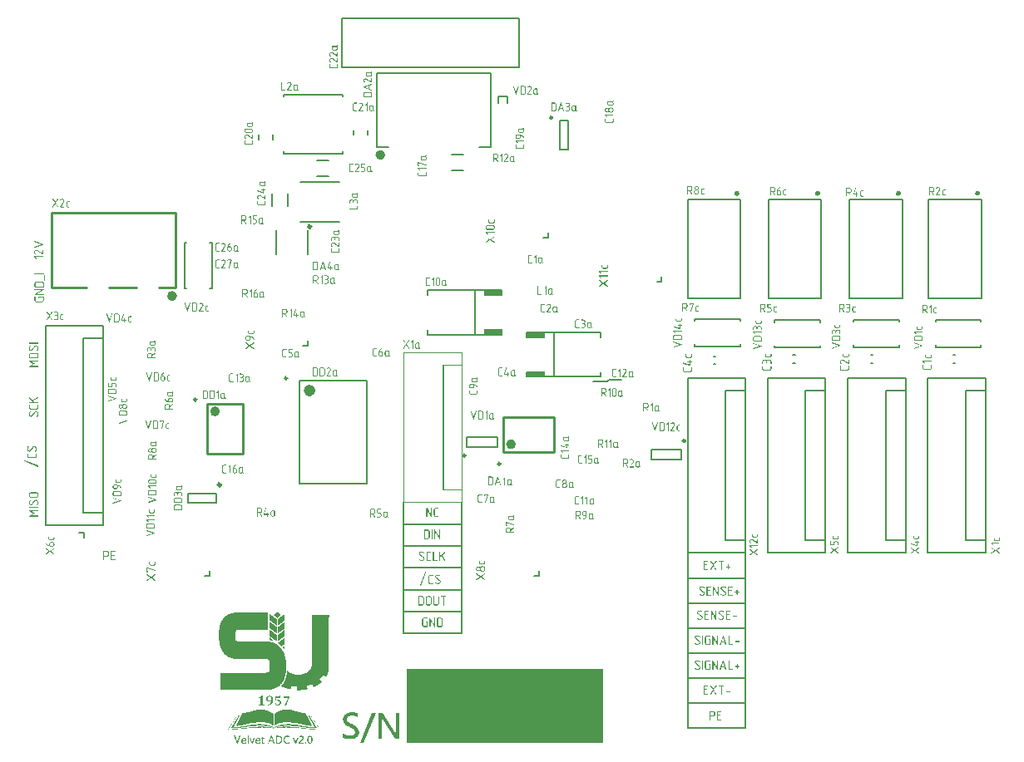
<source format=gto>
G04*
G04 #@! TF.GenerationSoftware,Altium Limited,Altium Designer,23.0.1 (38)*
G04*
G04 Layer_Color=65535*
%FSLAX44Y44*%
%MOMM*%
G71*
G04*
G04 #@! TF.SameCoordinates,FF345AFA-0CE5-413A-8FAD-513570D1C1FC*
G04*
G04*
G04 #@! TF.FilePolarity,Positive*
G04*
G01*
G75*
%ADD10C,0.5000*%
%ADD11C,0.2500*%
%ADD12C,0.3000*%
%ADD13C,0.6000*%
%ADD14C,0.1500*%
%ADD15C,0.2000*%
%ADD16C,0.1016*%
%ADD17R,1.9250X0.5250*%
G36*
X262450Y165100D02*
X262650D01*
Y164900D01*
X262850D01*
Y164700D01*
X263050D01*
Y164500D01*
X263250D01*
Y164300D01*
X263450D01*
Y164100D01*
X263850D01*
Y163900D01*
X264050D01*
Y163700D01*
X264250D01*
Y163500D01*
X264450D01*
Y163300D01*
X264650D01*
Y163100D01*
X264850D01*
Y162900D01*
X265250D01*
Y162700D01*
X265450D01*
Y162500D01*
X265650D01*
Y162300D01*
X265850D01*
Y162100D01*
X265650D01*
Y161900D01*
X265250D01*
Y161700D01*
X265050D01*
Y161500D01*
X264850D01*
Y161300D01*
X264650D01*
Y161100D01*
X264450D01*
Y160900D01*
X264050D01*
Y160700D01*
X263850D01*
Y160500D01*
X263650D01*
Y160300D01*
X263450D01*
Y160100D01*
X263250D01*
Y159900D01*
X262850D01*
Y159700D01*
X262650D01*
Y159500D01*
X262450D01*
Y159300D01*
X261850D01*
Y159500D01*
X261650D01*
Y159700D01*
X261450D01*
Y159900D01*
X261250D01*
Y160100D01*
X260850D01*
Y160300D01*
X260650D01*
Y160500D01*
X260450D01*
Y160700D01*
X260250D01*
Y160900D01*
X260050D01*
Y161100D01*
X259650D01*
Y161300D01*
X259450D01*
Y161500D01*
X259250D01*
Y161700D01*
X259050D01*
Y161900D01*
X258850D01*
Y162100D01*
X258450D01*
Y162300D01*
X258650D01*
Y162500D01*
X258850D01*
Y162700D01*
X259250D01*
Y162900D01*
X259450D01*
Y163100D01*
X259650D01*
Y163300D01*
X259850D01*
Y163500D01*
X260050D01*
Y163700D01*
X260250D01*
Y163900D01*
X260650D01*
Y164100D01*
X260850D01*
Y164300D01*
X261050D01*
Y164500D01*
X261250D01*
Y164700D01*
X261450D01*
Y164900D01*
X261650D01*
Y165100D01*
X262050D01*
Y165300D01*
X262450D01*
Y165100D01*
D02*
G37*
G36*
X269650Y156700D02*
X269450D01*
Y156500D01*
X269250D01*
Y156300D01*
X269050D01*
Y156100D01*
X268650D01*
Y155900D01*
X268450D01*
Y155700D01*
X268250D01*
Y155500D01*
X267850D01*
Y155300D01*
X267650D01*
Y155100D01*
X267450D01*
Y154900D01*
X267050D01*
Y154700D01*
X266850D01*
Y154500D01*
X266650D01*
Y154300D01*
X266250D01*
Y154100D01*
X266050D01*
Y153900D01*
X265850D01*
Y153700D01*
X265450D01*
Y153500D01*
X265250D01*
Y153300D01*
X264850D01*
Y153100D01*
X264650D01*
Y152900D01*
X264450D01*
Y152700D01*
X264050D01*
Y152500D01*
X263850D01*
Y152300D01*
X263650D01*
Y152100D01*
X263250D01*
Y151900D01*
X263050D01*
Y151700D01*
X262850D01*
Y158100D01*
X263050D01*
Y158300D01*
X263250D01*
Y158500D01*
X263650D01*
Y158700D01*
X263850D01*
Y158900D01*
X264050D01*
Y159100D01*
X264250D01*
Y159300D01*
X264650D01*
Y159500D01*
X264850D01*
Y159700D01*
X265050D01*
Y159900D01*
X265450D01*
Y160100D01*
X265650D01*
Y160300D01*
X265850D01*
Y160500D01*
X266250D01*
Y160700D01*
X266450D01*
Y160900D01*
X266650D01*
Y161100D01*
X266850D01*
Y161300D01*
X267250D01*
Y161500D01*
X267450D01*
Y161700D01*
X267650D01*
Y161900D01*
X268050D01*
Y162100D01*
X268250D01*
Y162300D01*
X268450D01*
Y162500D01*
X268650D01*
Y162700D01*
X269050D01*
Y162900D01*
X269250D01*
Y163100D01*
X269450D01*
Y163300D01*
X269650D01*
Y156700D01*
D02*
G37*
G36*
X254850Y163100D02*
X255050D01*
Y162900D01*
X255250D01*
Y162700D01*
X255650D01*
Y162500D01*
X255850D01*
Y162300D01*
X256050D01*
Y162100D01*
X256250D01*
Y161900D01*
X256650D01*
Y161700D01*
X256850D01*
Y161500D01*
X257050D01*
Y161300D01*
X257450D01*
Y161100D01*
X257650D01*
Y160900D01*
X257850D01*
Y160700D01*
X258050D01*
Y160500D01*
X258450D01*
Y160300D01*
X258650D01*
Y160100D01*
X258850D01*
Y159900D01*
X259250D01*
Y159700D01*
X259450D01*
Y159500D01*
X259650D01*
Y159300D01*
X260050D01*
Y159100D01*
X260250D01*
Y158900D01*
X260450D01*
Y158700D01*
X260650D01*
Y158500D01*
X261050D01*
Y158300D01*
X261250D01*
Y158100D01*
X261450D01*
Y151700D01*
X261250D01*
Y151900D01*
X261050D01*
Y152100D01*
X260650D01*
Y152300D01*
X260450D01*
Y152500D01*
X260250D01*
Y152700D01*
X259850D01*
Y152900D01*
X259650D01*
Y153100D01*
X259250D01*
Y153300D01*
X259050D01*
Y153500D01*
X258850D01*
Y153700D01*
X258450D01*
Y153900D01*
X258250D01*
Y154100D01*
X258050D01*
Y154300D01*
X257650D01*
Y154500D01*
X257450D01*
Y154700D01*
X257250D01*
Y154900D01*
X256850D01*
Y155100D01*
X256650D01*
Y155300D01*
X256450D01*
Y155500D01*
X256050D01*
Y155700D01*
X255850D01*
Y155900D01*
X255650D01*
Y156100D01*
X255250D01*
Y156300D01*
X255050D01*
Y156500D01*
X254850D01*
Y156700D01*
X254650D01*
Y163300D01*
X254850D01*
Y163100D01*
D02*
G37*
G36*
X269650Y148500D02*
X269250D01*
Y148300D01*
X269050D01*
Y148100D01*
X268850D01*
Y147900D01*
X268450D01*
Y147700D01*
X268250D01*
Y147500D01*
X268050D01*
Y147300D01*
X267650D01*
Y147100D01*
X267450D01*
Y146900D01*
X267250D01*
Y146700D01*
X266850D01*
Y146500D01*
X266650D01*
Y146300D01*
X266450D01*
Y146100D01*
X266050D01*
Y145900D01*
X265850D01*
Y145700D01*
X265650D01*
Y145500D01*
X265250D01*
Y145300D01*
X265050D01*
Y145100D01*
X264650D01*
Y144900D01*
X264450D01*
Y144700D01*
X264250D01*
Y144500D01*
X263850D01*
Y144300D01*
X263650D01*
Y144100D01*
X263450D01*
Y143900D01*
X263050D01*
Y143700D01*
X262850D01*
Y150100D01*
X263050D01*
Y150300D01*
X263450D01*
Y150500D01*
X263650D01*
Y150700D01*
X263850D01*
Y150900D01*
X264050D01*
Y151100D01*
X264450D01*
Y151300D01*
X264650D01*
Y151500D01*
X264850D01*
Y151700D01*
X265250D01*
Y151900D01*
X265450D01*
Y152100D01*
X265650D01*
Y152300D01*
X266050D01*
Y152500D01*
X266250D01*
Y152700D01*
X266450D01*
Y152900D01*
X266650D01*
Y153100D01*
X267050D01*
Y153300D01*
X267250D01*
Y153500D01*
X267450D01*
Y153700D01*
X267850D01*
Y153900D01*
X268050D01*
Y154100D01*
X268250D01*
Y154300D01*
X268650D01*
Y154500D01*
X268850D01*
Y154700D01*
X269050D01*
Y154900D01*
X269250D01*
Y155100D01*
X269650D01*
Y148500D01*
D02*
G37*
G36*
X255050Y154900D02*
X255250D01*
Y154700D01*
X255450D01*
Y154500D01*
X255650D01*
Y154300D01*
X256050D01*
Y154100D01*
X256250D01*
Y153900D01*
X256450D01*
Y153700D01*
X256850D01*
Y153500D01*
X257050D01*
Y153300D01*
X257250D01*
Y153100D01*
X257650D01*
Y152900D01*
X257850D01*
Y152700D01*
X258050D01*
Y152500D01*
X258250D01*
Y152300D01*
X258650D01*
Y152100D01*
X258850D01*
Y151900D01*
X259050D01*
Y151700D01*
X259450D01*
Y151500D01*
X259650D01*
Y151300D01*
X259850D01*
Y151100D01*
X260050D01*
Y150900D01*
X260450D01*
Y150700D01*
X260650D01*
Y150500D01*
X260850D01*
Y150300D01*
X261250D01*
Y150100D01*
X261450D01*
Y143700D01*
X261250D01*
Y143900D01*
X260850D01*
Y144100D01*
X260650D01*
Y144300D01*
X260450D01*
Y144500D01*
X260050D01*
Y144700D01*
X259850D01*
Y144900D01*
X259650D01*
Y145100D01*
X259250D01*
Y145300D01*
X259050D01*
Y145500D01*
X258650D01*
Y145700D01*
X258450D01*
Y145900D01*
X258250D01*
Y146100D01*
X257850D01*
Y146300D01*
X257650D01*
Y146500D01*
X257450D01*
Y146700D01*
X257050D01*
Y146900D01*
X256850D01*
Y147100D01*
X256650D01*
Y147300D01*
X256250D01*
Y147500D01*
X256050D01*
Y147700D01*
X255850D01*
Y147900D01*
X255450D01*
Y148100D01*
X255250D01*
Y148300D01*
X255050D01*
Y148500D01*
X254650D01*
Y155100D01*
X255050D01*
Y154900D01*
D02*
G37*
G36*
X254850Y138900D02*
X255050D01*
Y138700D01*
X255450D01*
Y138500D01*
X255650D01*
Y138300D01*
X255850D01*
Y138100D01*
X256050D01*
Y137900D01*
X256450D01*
Y137700D01*
X256650D01*
Y137500D01*
X256850D01*
Y137300D01*
X257250D01*
Y137100D01*
X257450D01*
Y136900D01*
X257650D01*
Y136700D01*
X257850D01*
Y136500D01*
X258250D01*
Y136300D01*
X258450D01*
Y136100D01*
X258650D01*
Y135900D01*
X258050D01*
Y136100D01*
X257250D01*
Y136300D01*
X256450D01*
Y136500D01*
X255450D01*
Y136700D01*
X254650D01*
Y139100D01*
X254850D01*
Y138900D01*
D02*
G37*
G36*
X269650Y140500D02*
X269450D01*
Y140300D01*
X269050D01*
Y140100D01*
X268850D01*
Y139900D01*
X268650D01*
Y139700D01*
X268250D01*
Y139500D01*
X268050D01*
Y139300D01*
X267850D01*
Y139100D01*
X267450D01*
Y138900D01*
X267250D01*
Y138700D01*
X267050D01*
Y138500D01*
X266650D01*
Y138300D01*
X266450D01*
Y138100D01*
X266250D01*
Y137900D01*
X265850D01*
Y137700D01*
X265650D01*
Y137500D01*
X265250D01*
Y137300D01*
X265050D01*
Y137100D01*
X264850D01*
Y136900D01*
X264450D01*
Y136700D01*
X264250D01*
Y136500D01*
X264050D01*
Y136300D01*
X263650D01*
Y136100D01*
X263450D01*
Y135900D01*
X263250D01*
Y135700D01*
X262850D01*
Y135900D01*
Y142100D01*
X263250D01*
Y142300D01*
X263450D01*
Y142500D01*
X263650D01*
Y142700D01*
X264050D01*
Y142900D01*
X264250D01*
Y143100D01*
X264450D01*
Y143300D01*
X264650D01*
Y143500D01*
X265050D01*
Y143700D01*
X265250D01*
Y143900D01*
X265450D01*
Y144100D01*
X265850D01*
Y144300D01*
X266050D01*
Y144500D01*
X266250D01*
Y144700D01*
X266450D01*
Y144900D01*
X266850D01*
Y145100D01*
X267050D01*
Y145300D01*
X267250D01*
Y145500D01*
X267650D01*
Y145700D01*
X267850D01*
Y145900D01*
X268050D01*
Y146100D01*
X268450D01*
Y146300D01*
X268650D01*
Y146500D01*
X268850D01*
Y146700D01*
X269050D01*
Y146900D01*
X269450D01*
Y147100D01*
X269650D01*
Y140500D01*
D02*
G37*
G36*
X254850Y146900D02*
X255250D01*
Y146700D01*
X255450D01*
Y146500D01*
X255650D01*
Y146300D01*
X255850D01*
Y146100D01*
X256250D01*
Y145900D01*
X256450D01*
Y145700D01*
X256650D01*
Y145500D01*
X257050D01*
Y145300D01*
X257250D01*
Y145100D01*
X257450D01*
Y144900D01*
X257850D01*
Y144700D01*
X258050D01*
Y144500D01*
X258250D01*
Y144300D01*
X258450D01*
Y144100D01*
X258850D01*
Y143900D01*
X259050D01*
Y143700D01*
X259250D01*
Y143500D01*
X259650D01*
Y143300D01*
X259850D01*
Y143100D01*
X260050D01*
Y142900D01*
X260250D01*
Y142700D01*
X260650D01*
Y142500D01*
X260850D01*
Y142300D01*
X261050D01*
Y142100D01*
X261450D01*
Y135700D01*
X261050D01*
Y135900D01*
X260850D01*
Y136100D01*
X260650D01*
Y136300D01*
X260250D01*
Y136500D01*
X260050D01*
Y136700D01*
X259850D01*
Y136900D01*
X259450D01*
Y137100D01*
X259250D01*
Y137300D01*
X258850D01*
Y137500D01*
X258650D01*
Y137700D01*
X258450D01*
Y137900D01*
X258050D01*
Y138100D01*
X257850D01*
Y138300D01*
X257650D01*
Y138500D01*
X257250D01*
Y138700D01*
X257050D01*
Y138900D01*
X256850D01*
Y139100D01*
X256450D01*
Y139300D01*
X256250D01*
Y139500D01*
X256050D01*
Y139700D01*
X255650D01*
Y139900D01*
X255450D01*
Y140100D01*
X255250D01*
Y140300D01*
X254850D01*
Y140500D01*
X254650D01*
Y147100D01*
X254850D01*
Y146900D01*
D02*
G37*
G36*
X269650Y137900D02*
Y137700D01*
Y132500D01*
X269450D01*
Y132300D01*
X269250D01*
Y132100D01*
X268850D01*
Y131900D01*
X268650D01*
Y131700D01*
X268450D01*
Y131500D01*
X268050D01*
Y131300D01*
X267850D01*
Y131100D01*
X267650D01*
Y130900D01*
X267250D01*
Y130700D01*
X267050D01*
Y130500D01*
X266850D01*
Y130300D01*
X266650D01*
Y130500D01*
X266450D01*
Y130700D01*
X266250D01*
Y130900D01*
X266050D01*
Y131100D01*
X265850D01*
Y131300D01*
X265650D01*
Y131500D01*
X265450D01*
Y131700D01*
X265250D01*
Y131900D01*
X265050D01*
Y132100D01*
X264850D01*
Y132300D01*
X264650D01*
Y132500D01*
X264450D01*
Y132700D01*
X264250D01*
Y132900D01*
X263850D01*
Y133100D01*
X263650D01*
Y133300D01*
X263450D01*
Y133500D01*
X263050D01*
Y133700D01*
X262850D01*
Y133900D01*
X263050D01*
Y134100D01*
X263250D01*
Y134300D01*
X263450D01*
Y134500D01*
X263850D01*
Y134700D01*
X264050D01*
Y134900D01*
X264250D01*
Y135100D01*
X264450D01*
Y135300D01*
X264850D01*
Y135500D01*
X265050D01*
Y135700D01*
X265250D01*
Y135900D01*
X265650D01*
Y136100D01*
X265850D01*
Y136300D01*
X266050D01*
Y136500D01*
X266250D01*
Y136700D01*
X266650D01*
Y136900D01*
X266850D01*
Y137100D01*
X267050D01*
Y137300D01*
X267450D01*
Y137500D01*
X267650D01*
Y137700D01*
X267850D01*
Y137900D01*
X268250D01*
Y138100D01*
X268450D01*
Y138300D01*
X268650D01*
Y138500D01*
X268850D01*
Y138700D01*
X269250D01*
Y138900D01*
X269450D01*
Y139100D01*
X269650D01*
Y137900D01*
D02*
G37*
G36*
Y126100D02*
X269450D01*
Y126500D01*
X269250D01*
Y126900D01*
X269050D01*
Y127300D01*
X268850D01*
Y127500D01*
X268650D01*
Y127900D01*
X268450D01*
Y128100D01*
X268250D01*
Y128500D01*
X268050D01*
Y128700D01*
X267850D01*
Y129100D01*
X267650D01*
Y129300D01*
X267450D01*
Y129500D01*
X267650D01*
Y129700D01*
X268050D01*
Y129900D01*
X268250D01*
Y130100D01*
X268450D01*
Y130300D01*
X268650D01*
Y130500D01*
X269050D01*
Y130700D01*
X269250D01*
Y130900D01*
X269450D01*
Y131100D01*
X269650D01*
Y126100D01*
D02*
G37*
G36*
X314850Y161900D02*
X314650D01*
Y161500D01*
X314850D01*
Y159500D01*
X314650D01*
Y106700D01*
X314450D01*
Y105500D01*
X314250D01*
Y104500D01*
X314050D01*
Y103700D01*
X313850D01*
Y103100D01*
X313650D01*
Y102500D01*
X313450D01*
Y102100D01*
X313250D01*
Y101700D01*
X313050D01*
Y101100D01*
X312850D01*
Y100700D01*
X312650D01*
Y100500D01*
X312450D01*
Y100100D01*
X312250D01*
Y99700D01*
X312050D01*
Y99500D01*
X311850D01*
Y99100D01*
X311450D01*
Y99300D01*
X311050D01*
Y99500D01*
X310850D01*
Y99700D01*
X310450D01*
Y99900D01*
X310050D01*
Y100100D01*
X309850D01*
Y100300D01*
X309450D01*
Y100500D01*
X309250D01*
Y100700D01*
X308850D01*
Y100900D01*
X308450D01*
Y100700D01*
X308250D01*
Y100300D01*
X308050D01*
Y100100D01*
X307850D01*
Y99700D01*
X307650D01*
Y99500D01*
X307450D01*
Y99300D01*
X307250D01*
Y99100D01*
X307050D01*
Y98700D01*
X306850D01*
Y98500D01*
X306650D01*
Y98300D01*
X306450D01*
Y98100D01*
X306250D01*
Y97900D01*
X306050D01*
Y97700D01*
X305850D01*
Y97500D01*
X305650D01*
Y97300D01*
X305450D01*
Y97100D01*
X305250D01*
Y96500D01*
X305450D01*
Y96300D01*
X305650D01*
Y96100D01*
X305850D01*
Y95900D01*
X306050D01*
Y95700D01*
X306250D01*
Y95500D01*
X306450D01*
Y95300D01*
X306650D01*
Y95100D01*
X306850D01*
Y94900D01*
X307050D01*
Y94700D01*
X307250D01*
Y94500D01*
X307450D01*
Y94100D01*
X307250D01*
Y93900D01*
X307050D01*
Y93700D01*
X306850D01*
Y93500D01*
X306650D01*
Y93300D01*
X306450D01*
Y93100D01*
X306250D01*
Y92900D01*
X305850D01*
Y92700D01*
X305650D01*
Y92500D01*
X305450D01*
Y92300D01*
X305050D01*
Y92100D01*
X304850D01*
Y91900D01*
X304650D01*
Y91700D01*
X304250D01*
Y91500D01*
X304050D01*
Y91300D01*
X303650D01*
Y91100D01*
X303450D01*
Y90900D01*
X303050D01*
Y90700D01*
X302650D01*
Y90500D01*
X302250D01*
Y90300D01*
X302050D01*
Y90100D01*
X301650D01*
Y89900D01*
X301250D01*
Y89700D01*
X300850D01*
Y89500D01*
X300450D01*
Y89300D01*
X300050D01*
Y89100D01*
X299450D01*
Y88900D01*
X298850D01*
Y89300D01*
X298650D01*
Y89700D01*
X298450D01*
Y90100D01*
X298250D01*
Y90500D01*
X298050D01*
Y90700D01*
X297850D01*
Y91100D01*
X297650D01*
Y91500D01*
X297450D01*
Y91700D01*
X297050D01*
Y91500D01*
X296650D01*
Y91300D01*
X296050D01*
Y91100D01*
X295650D01*
Y90900D01*
X295050D01*
Y90700D01*
X294450D01*
Y90500D01*
X293650D01*
Y90300D01*
X293050D01*
Y90100D01*
X292250D01*
Y89300D01*
X292450D01*
Y88500D01*
X292650D01*
Y87700D01*
X292850D01*
Y86900D01*
X293050D01*
Y86700D01*
X292250D01*
Y86500D01*
X291250D01*
Y86300D01*
X290250D01*
Y86100D01*
X288650D01*
Y85900D01*
X286450D01*
Y85700D01*
X282450D01*
Y89100D01*
X281850D01*
Y89300D01*
X279650D01*
Y89500D01*
X278250D01*
Y89700D01*
X277050D01*
Y89900D01*
X276450D01*
Y89700D01*
X276250D01*
Y88900D01*
X276050D01*
Y87900D01*
X275850D01*
Y86900D01*
X275650D01*
Y86500D01*
X275050D01*
Y86700D01*
X274250D01*
Y86900D01*
X273250D01*
Y87100D01*
X272650D01*
Y87300D01*
X271850D01*
Y87500D01*
X271250D01*
Y87700D01*
X270650D01*
Y87900D01*
X270050D01*
Y88100D01*
X269450D01*
Y88300D01*
X269050D01*
Y88500D01*
X268450D01*
Y88700D01*
X268050D01*
Y88900D01*
X267650D01*
Y89100D01*
X267250D01*
Y89300D01*
X266850D01*
Y89500D01*
X266450D01*
Y89700D01*
X266050D01*
Y90100D01*
X266250D01*
Y90300D01*
X266450D01*
Y90500D01*
X266650D01*
Y90700D01*
X266850D01*
Y90900D01*
X267050D01*
Y91300D01*
X267250D01*
Y91500D01*
X267450D01*
Y91700D01*
X267650D01*
Y91900D01*
X267850D01*
Y92300D01*
X268050D01*
Y92500D01*
X268250D01*
Y92900D01*
X268450D01*
Y93100D01*
X268650D01*
Y93500D01*
X268850D01*
Y93700D01*
X269050D01*
Y94100D01*
X269250D01*
Y94500D01*
X269450D01*
Y94900D01*
X269650D01*
Y95300D01*
X269850D01*
Y95700D01*
X270050D01*
Y96300D01*
X270250D01*
Y96700D01*
X270450D01*
Y97300D01*
X270650D01*
Y97900D01*
X270850D01*
Y98500D01*
X271050D01*
Y99300D01*
X271250D01*
Y100100D01*
X271450D01*
Y101100D01*
X271650D01*
Y102300D01*
X271850D01*
Y103700D01*
X272050D01*
Y105900D01*
X272250D01*
Y105700D01*
X272450D01*
Y105500D01*
X272650D01*
Y105300D01*
X272850D01*
Y105100D01*
X273050D01*
Y104900D01*
X273250D01*
Y104700D01*
X273450D01*
Y104500D01*
X273650D01*
Y104300D01*
X273850D01*
Y104100D01*
X274050D01*
Y103900D01*
X274450D01*
Y103700D01*
X274650D01*
Y103500D01*
X275050D01*
Y103300D01*
X275450D01*
Y103100D01*
X275850D01*
Y102900D01*
X276250D01*
Y102700D01*
X276850D01*
Y102500D01*
X277450D01*
Y102300D01*
X278250D01*
Y102100D01*
X279050D01*
Y101900D01*
X279850D01*
Y101700D01*
X281050D01*
Y101500D01*
X286250D01*
Y101700D01*
X287450D01*
Y101900D01*
X288250D01*
Y102100D01*
X288850D01*
Y102300D01*
X289450D01*
Y102500D01*
X290050D01*
Y102700D01*
X290450D01*
Y102900D01*
X290850D01*
Y103100D01*
X291250D01*
Y103300D01*
X291650D01*
Y103500D01*
X292050D01*
Y103700D01*
X292250D01*
Y103900D01*
X292650D01*
Y104100D01*
X292850D01*
Y104300D01*
X293250D01*
Y104500D01*
X293450D01*
Y104700D01*
X293650D01*
Y104900D01*
X294050D01*
Y105100D01*
X294250D01*
Y105300D01*
X294450D01*
Y105500D01*
X294650D01*
Y105700D01*
X294850D01*
Y105900D01*
X295050D01*
Y106100D01*
X295250D01*
Y106300D01*
X295450D01*
Y106700D01*
X295650D01*
Y106900D01*
X295850D01*
Y107300D01*
X296050D01*
Y107700D01*
X296250D01*
Y108100D01*
X296450D01*
Y108500D01*
X296650D01*
Y109300D01*
X296850D01*
Y110100D01*
X297050D01*
Y162300D01*
X314850D01*
Y161900D01*
D02*
G37*
G36*
X252650Y147100D02*
X221650D01*
Y146900D01*
X221050D01*
Y146700D01*
X220650D01*
Y146500D01*
X220450D01*
Y146300D01*
X220250D01*
Y146100D01*
X220050D01*
Y145700D01*
X219850D01*
Y145500D01*
X219650D01*
Y144900D01*
X219450D01*
Y144100D01*
X219250D01*
Y138100D01*
X219450D01*
Y137300D01*
X219650D01*
Y136900D01*
X219850D01*
Y136500D01*
X220050D01*
Y136100D01*
X220250D01*
Y135900D01*
X220450D01*
Y135700D01*
X220850D01*
Y135500D01*
X221250D01*
Y135300D01*
X222050D01*
Y135100D01*
X253450D01*
Y134900D01*
X254850D01*
Y134700D01*
X255850D01*
Y134500D01*
X256650D01*
Y134300D01*
X257450D01*
Y134100D01*
X258050D01*
Y133900D01*
X258650D01*
Y133700D01*
X259050D01*
Y133500D01*
X259650D01*
Y133300D01*
X260050D01*
Y133100D01*
X260450D01*
Y132900D01*
X260850D01*
Y132700D01*
X261050D01*
Y132500D01*
X261450D01*
Y132300D01*
X261850D01*
Y132100D01*
X262050D01*
Y131900D01*
X262450D01*
Y131700D01*
X262650D01*
Y131500D01*
X262850D01*
Y131300D01*
X263250D01*
Y131100D01*
X263450D01*
Y130900D01*
X263650D01*
Y130700D01*
X263850D01*
Y130500D01*
X264050D01*
Y130300D01*
X264250D01*
Y130100D01*
X264450D01*
Y129900D01*
X264650D01*
Y129700D01*
X264850D01*
Y129500D01*
X265050D01*
Y129300D01*
X265250D01*
Y129100D01*
X265450D01*
Y128700D01*
X265650D01*
Y128500D01*
X265850D01*
Y128300D01*
X266050D01*
Y128100D01*
X266250D01*
Y127700D01*
X266450D01*
Y127500D01*
X266650D01*
Y127100D01*
X266850D01*
Y126900D01*
X267050D01*
Y126500D01*
X267250D01*
Y126300D01*
X267450D01*
Y125900D01*
X267650D01*
Y125500D01*
X267850D01*
Y125100D01*
X268050D01*
Y124700D01*
X268250D01*
Y124300D01*
X268450D01*
Y123900D01*
X268650D01*
Y123500D01*
X268850D01*
Y123100D01*
X269050D01*
Y122700D01*
X269250D01*
Y122100D01*
X269450D01*
Y121500D01*
X269650D01*
Y120900D01*
X269850D01*
Y120300D01*
X270050D01*
Y119500D01*
X270250D01*
Y118700D01*
X270450D01*
Y117900D01*
X270650D01*
Y116700D01*
X270850D01*
Y115300D01*
X271050D01*
Y104500D01*
X270850D01*
Y102900D01*
X270650D01*
Y101700D01*
X270450D01*
Y100900D01*
X270250D01*
Y99900D01*
X270050D01*
Y99300D01*
X269850D01*
Y98700D01*
X269650D01*
Y98100D01*
X269450D01*
Y97500D01*
X269250D01*
Y97100D01*
X269050D01*
Y96500D01*
X268850D01*
Y96100D01*
X268650D01*
Y95700D01*
X268450D01*
Y95300D01*
X268250D01*
Y94900D01*
X268050D01*
Y94500D01*
X267850D01*
Y94300D01*
X267650D01*
Y93900D01*
X267450D01*
Y93700D01*
X267250D01*
Y93300D01*
X267050D01*
Y93100D01*
X266850D01*
Y92700D01*
X266650D01*
Y92500D01*
X266450D01*
Y92300D01*
X266250D01*
Y92100D01*
X266050D01*
Y91900D01*
X265850D01*
Y91700D01*
X265650D01*
Y91300D01*
X265450D01*
Y91100D01*
X265250D01*
Y90900D01*
X265050D01*
Y90700D01*
X264650D01*
Y90500D01*
X264450D01*
Y90300D01*
X264250D01*
Y90100D01*
X264050D01*
Y89900D01*
X263850D01*
Y89700D01*
X263450D01*
Y89500D01*
X263250D01*
Y89300D01*
X263050D01*
Y89100D01*
X262650D01*
Y88900D01*
X262250D01*
Y88700D01*
X262050D01*
Y88500D01*
X261650D01*
Y88300D01*
X261250D01*
Y88100D01*
X260850D01*
Y87900D01*
X260450D01*
Y87700D01*
X259850D01*
Y87500D01*
X259450D01*
Y87300D01*
X258850D01*
Y87100D01*
X258250D01*
Y86900D01*
X257450D01*
Y86700D01*
X256650D01*
Y86500D01*
X255650D01*
Y86300D01*
X254450D01*
Y86100D01*
X252250D01*
Y85900D01*
X204250D01*
Y103500D01*
X250850D01*
Y103700D01*
X252050D01*
Y103900D01*
X252650D01*
Y104100D01*
X252850D01*
Y104300D01*
X253250D01*
Y104500D01*
X253450D01*
Y104700D01*
X253650D01*
Y105100D01*
X253850D01*
Y105500D01*
X254050D01*
Y105900D01*
X254250D01*
Y106500D01*
X254450D01*
Y107700D01*
X254650D01*
Y113500D01*
X254450D01*
Y114500D01*
X254250D01*
Y115300D01*
X254050D01*
Y115700D01*
X253850D01*
Y116100D01*
X253650D01*
Y116300D01*
X253450D01*
Y116500D01*
X253250D01*
Y116700D01*
X253050D01*
Y116900D01*
X252850D01*
Y117100D01*
X252250D01*
Y117300D01*
X251650D01*
Y117500D01*
X219850D01*
Y117700D01*
X218050D01*
Y117900D01*
X216850D01*
Y118100D01*
X216050D01*
Y118300D01*
X215250D01*
Y118500D01*
X214650D01*
Y118700D01*
X214050D01*
Y118900D01*
X213450D01*
Y119100D01*
X213050D01*
Y119300D01*
X212650D01*
Y119500D01*
X212250D01*
Y119700D01*
X211850D01*
Y119900D01*
X211450D01*
Y120100D01*
X211250D01*
Y120300D01*
X210850D01*
Y120500D01*
X210650D01*
Y120700D01*
X210250D01*
Y120900D01*
X210050D01*
Y121100D01*
X209850D01*
Y121300D01*
X209450D01*
Y121500D01*
X209250D01*
Y121700D01*
X209050D01*
Y121900D01*
X208850D01*
Y122100D01*
X208650D01*
Y122300D01*
X208450D01*
Y122500D01*
X208250D01*
Y122700D01*
X208050D01*
Y123100D01*
X207850D01*
Y123300D01*
X207650D01*
Y123500D01*
X207450D01*
Y123900D01*
X207250D01*
Y124100D01*
X207050D01*
Y124300D01*
X206850D01*
Y124700D01*
X206650D01*
Y125100D01*
X206450D01*
Y125300D01*
X206250D01*
Y125700D01*
X206050D01*
Y126100D01*
X205850D01*
Y126300D01*
X205650D01*
Y126700D01*
X205450D01*
Y127100D01*
X205250D01*
Y127700D01*
X205050D01*
Y128100D01*
X204850D01*
Y128500D01*
X204650D01*
Y129100D01*
X204450D01*
Y129500D01*
X204250D01*
Y130100D01*
X204050D01*
Y130700D01*
X203850D01*
Y131500D01*
X203650D01*
Y132300D01*
X203450D01*
Y133100D01*
X203250D01*
Y134300D01*
X203050D01*
Y135700D01*
X202850D01*
Y146900D01*
X203050D01*
Y148500D01*
X203250D01*
Y149700D01*
X203450D01*
Y150700D01*
X203650D01*
Y151500D01*
X203850D01*
Y152100D01*
X204050D01*
Y152700D01*
X204250D01*
Y153300D01*
X204450D01*
Y153900D01*
X204650D01*
Y154500D01*
X204850D01*
Y154900D01*
X205050D01*
Y155300D01*
X205250D01*
Y155700D01*
X205450D01*
Y156100D01*
X205650D01*
Y156500D01*
X205850D01*
Y156900D01*
X206050D01*
Y157100D01*
X206250D01*
Y157500D01*
X206450D01*
Y157900D01*
X206650D01*
Y158100D01*
X206850D01*
Y158500D01*
X207050D01*
Y158700D01*
X207250D01*
Y158900D01*
X207450D01*
Y159100D01*
X207650D01*
Y159500D01*
X207850D01*
Y159700D01*
X208050D01*
Y159900D01*
X208250D01*
Y160100D01*
X208450D01*
Y160300D01*
X208650D01*
Y160500D01*
X208850D01*
Y160700D01*
X209050D01*
Y160900D01*
X209450D01*
Y161100D01*
X209650D01*
Y161300D01*
X209850D01*
Y161500D01*
X210250D01*
Y161700D01*
X210450D01*
Y161900D01*
X210850D01*
Y162100D01*
X211050D01*
Y162300D01*
X211450D01*
Y162500D01*
X211850D01*
Y162700D01*
X212250D01*
Y162900D01*
X212650D01*
Y163100D01*
X213050D01*
Y163300D01*
X213650D01*
Y163500D01*
X214250D01*
Y163700D01*
X214850D01*
Y163900D01*
X215650D01*
Y164100D01*
X216450D01*
Y164300D01*
X217650D01*
Y164500D01*
X219450D01*
Y164700D01*
X252650D01*
Y147100D01*
D02*
G37*
G36*
X265850Y80100D02*
X265650D01*
Y78100D01*
X261250D01*
Y75500D01*
X262050D01*
Y75700D01*
X264050D01*
Y75500D01*
X264650D01*
Y75300D01*
X265050D01*
Y75100D01*
X265450D01*
Y74700D01*
X265650D01*
Y74500D01*
X265850D01*
Y74100D01*
X266050D01*
Y73100D01*
X266250D01*
Y72900D01*
X266050D01*
Y71900D01*
X265850D01*
Y71500D01*
X265650D01*
Y71300D01*
X265450D01*
Y71100D01*
X265250D01*
Y70900D01*
X265050D01*
Y70700D01*
X264650D01*
Y70500D01*
X264250D01*
Y70300D01*
X263250D01*
Y70100D01*
X261850D01*
Y70300D01*
X260650D01*
Y70500D01*
X260050D01*
Y70700D01*
X259850D01*
Y72300D01*
X261050D01*
Y71700D01*
X261250D01*
Y71300D01*
X261450D01*
Y71100D01*
X261850D01*
Y70900D01*
X262450D01*
Y70700D01*
X262650D01*
Y70900D01*
X263450D01*
Y71100D01*
X263650D01*
Y71300D01*
X263850D01*
Y71700D01*
X264050D01*
Y72500D01*
X264250D01*
Y73100D01*
X264050D01*
Y73900D01*
X263850D01*
Y74300D01*
X263650D01*
Y74500D01*
X263450D01*
Y74700D01*
X263050D01*
Y74900D01*
X261050D01*
Y74700D01*
X260650D01*
Y74900D01*
X260250D01*
Y79700D01*
X264650D01*
Y79900D01*
X265050D01*
Y80300D01*
X265850D01*
Y80100D01*
D02*
G37*
G36*
X275050Y79300D02*
X274850D01*
Y78900D01*
X274650D01*
Y78500D01*
X274450D01*
Y77900D01*
X274250D01*
Y77500D01*
X274050D01*
Y77100D01*
X273850D01*
Y76500D01*
X273650D01*
Y76100D01*
X273450D01*
Y75700D01*
X273250D01*
Y75100D01*
X273050D01*
Y74700D01*
X272850D01*
Y74300D01*
X272650D01*
Y73700D01*
X272450D01*
Y73300D01*
X272250D01*
Y72900D01*
X272050D01*
Y72300D01*
X271850D01*
Y71900D01*
X271650D01*
Y71300D01*
X271450D01*
Y70900D01*
X271250D01*
Y70500D01*
X271050D01*
Y70300D01*
X269850D01*
Y71100D01*
X270050D01*
Y71500D01*
X270250D01*
Y71900D01*
X270450D01*
Y72300D01*
X270650D01*
Y72700D01*
X270850D01*
Y73100D01*
X271050D01*
Y73500D01*
X271250D01*
Y73900D01*
X271450D01*
Y74300D01*
X271650D01*
Y74500D01*
Y74700D01*
X271850D01*
Y75100D01*
X272050D01*
Y75500D01*
X272250D01*
Y75900D01*
X272450D01*
Y76300D01*
X272650D01*
Y76700D01*
X272850D01*
Y77100D01*
X273050D01*
Y77500D01*
X273250D01*
Y78100D01*
X269450D01*
Y77900D01*
X269250D01*
Y77700D01*
X269050D01*
Y77500D01*
X268850D01*
Y77100D01*
X268250D01*
Y79700D01*
X275050D01*
Y79300D01*
D02*
G37*
G36*
X247050Y71300D02*
X247250D01*
Y71100D01*
X247450D01*
Y70900D01*
X248250D01*
Y70700D01*
X249050D01*
Y70300D01*
X243050D01*
Y70700D01*
X243650D01*
Y70900D01*
X244450D01*
Y71100D01*
X244850D01*
Y71500D01*
X245050D01*
Y74700D01*
Y74900D01*
Y77700D01*
X244850D01*
Y77900D01*
X244050D01*
Y77700D01*
X243650D01*
Y77500D01*
X243450D01*
Y77300D01*
X242850D01*
Y77500D01*
X242650D01*
Y77700D01*
X242850D01*
Y77900D01*
X243050D01*
Y78100D01*
X243450D01*
Y78300D01*
X243850D01*
Y78500D01*
X244050D01*
Y78700D01*
X244450D01*
Y78900D01*
X244850D01*
Y79100D01*
X245050D01*
Y79300D01*
X245450D01*
Y79500D01*
X245850D01*
Y79700D01*
X246050D01*
Y79900D01*
X247050D01*
Y71300D01*
D02*
G37*
G36*
X255250Y79700D02*
X255850D01*
Y79500D01*
X256250D01*
Y79300D01*
X256450D01*
Y79100D01*
X256850D01*
Y78700D01*
X257050D01*
Y78500D01*
X257250D01*
Y78100D01*
X257450D01*
Y77500D01*
X257650D01*
Y74100D01*
X257450D01*
Y73500D01*
X257250D01*
Y72900D01*
X257050D01*
Y72700D01*
X256850D01*
Y72300D01*
X256650D01*
Y72100D01*
X256450D01*
Y71700D01*
X256250D01*
Y71500D01*
X256050D01*
Y71300D01*
X255650D01*
Y71100D01*
X255450D01*
Y70900D01*
X255050D01*
Y70700D01*
X254650D01*
Y70500D01*
X254050D01*
Y70300D01*
X253050D01*
Y70100D01*
X252650D01*
Y70300D01*
X252450D01*
Y70900D01*
X253050D01*
Y71100D01*
X253650D01*
Y71300D01*
X254050D01*
Y71500D01*
X254450D01*
Y71700D01*
X254650D01*
Y71900D01*
X254850D01*
Y72100D01*
X255050D01*
Y72500D01*
X255250D01*
Y72900D01*
X255450D01*
Y73500D01*
X255650D01*
Y74700D01*
X255450D01*
Y74500D01*
X255050D01*
Y74300D01*
X254650D01*
Y74100D01*
X252250D01*
Y74300D01*
X251850D01*
Y74500D01*
X251450D01*
Y74900D01*
X251250D01*
Y75100D01*
X251050D01*
Y75500D01*
X250850D01*
Y77900D01*
X251050D01*
Y78300D01*
X251250D01*
Y78700D01*
X251450D01*
Y78900D01*
X251650D01*
Y79100D01*
X251850D01*
Y79300D01*
X252250D01*
Y79500D01*
X252650D01*
Y79700D01*
X253250D01*
Y79900D01*
X255250D01*
Y79700D01*
D02*
G37*
G36*
X248050Y65700D02*
X249450D01*
Y65500D01*
X250250D01*
Y65300D01*
X251050D01*
Y65100D01*
X251850D01*
Y64900D01*
X252250D01*
Y64700D01*
X252850D01*
Y64500D01*
X253250D01*
Y64300D01*
X253850D01*
Y64100D01*
X254250D01*
Y63900D01*
X254650D01*
Y63700D01*
X254850D01*
Y63500D01*
X255250D01*
Y63300D01*
X255650D01*
Y63100D01*
X255850D01*
Y62900D01*
X256250D01*
Y62700D01*
X256450D01*
Y62500D01*
X256850D01*
Y62300D01*
X257050D01*
Y62100D01*
X257250D01*
Y61900D01*
X257650D01*
Y61700D01*
X257850D01*
Y61500D01*
X258050D01*
Y61300D01*
X258250D01*
Y61100D01*
X258450D01*
Y59300D01*
Y59100D01*
Y51100D01*
X258650D01*
Y49100D01*
X258450D01*
Y49300D01*
X258050D01*
Y49500D01*
X257850D01*
Y49700D01*
X257650D01*
Y49900D01*
X257450D01*
Y50100D01*
X257050D01*
Y50300D01*
X256850D01*
Y50500D01*
X256450D01*
Y50700D01*
X256250D01*
Y50900D01*
X255850D01*
Y51100D01*
X255450D01*
Y51300D01*
X255050D01*
Y51500D01*
X254450D01*
Y51700D01*
X254050D01*
Y51900D01*
X253450D01*
Y52100D01*
X252650D01*
Y52300D01*
X252050D01*
Y52500D01*
X251050D01*
Y52700D01*
X249650D01*
Y52900D01*
X247650D01*
Y53100D01*
X243450D01*
Y52900D01*
X240850D01*
Y52700D01*
X239050D01*
Y52500D01*
X237650D01*
Y52300D01*
X236450D01*
Y52100D01*
X235250D01*
Y51900D01*
X234250D01*
Y51700D01*
X233250D01*
Y51500D01*
X232250D01*
Y51300D01*
X231450D01*
Y51100D01*
X230650D01*
Y50900D01*
X229850D01*
Y50700D01*
X229050D01*
Y50500D01*
X228250D01*
Y50300D01*
X227250D01*
Y50100D01*
X226450D01*
Y49900D01*
X225450D01*
Y49700D01*
X224050D01*
Y49500D01*
X221850D01*
Y49300D01*
X221050D01*
Y49500D01*
X220050D01*
Y49700D01*
X220250D01*
Y50100D01*
X220450D01*
Y50500D01*
X220650D01*
Y50900D01*
X220850D01*
Y51300D01*
X221050D01*
Y51700D01*
X221250D01*
Y52100D01*
X221450D01*
Y52500D01*
X221650D01*
Y52900D01*
X221850D01*
Y53300D01*
X222050D01*
Y53500D01*
X222250D01*
Y53900D01*
X222450D01*
Y54300D01*
X222650D01*
Y54700D01*
X222850D01*
Y55100D01*
X223050D01*
Y55500D01*
X223250D01*
Y55900D01*
X223450D01*
Y56300D01*
X223650D01*
Y56700D01*
X223850D01*
Y57100D01*
X224050D01*
Y57500D01*
X224250D01*
Y57900D01*
X224450D01*
Y58300D01*
X224650D01*
Y58700D01*
X224850D01*
Y59100D01*
X225050D01*
Y59500D01*
X225250D01*
Y59900D01*
X225450D01*
Y60300D01*
X225650D01*
Y60700D01*
X225850D01*
Y61100D01*
X226050D01*
Y61500D01*
X226250D01*
Y61900D01*
X226450D01*
Y62300D01*
X226650D01*
Y62700D01*
X226850D01*
Y62900D01*
X227050D01*
Y62700D01*
X230850D01*
Y62900D01*
X231850D01*
Y63100D01*
X232650D01*
Y63300D01*
X233450D01*
Y63500D01*
X234050D01*
Y63700D01*
X234850D01*
Y63900D01*
X235650D01*
Y64100D01*
X236250D01*
Y64300D01*
X237050D01*
Y64500D01*
X237650D01*
Y64700D01*
X238250D01*
Y64900D01*
X238850D01*
Y65100D01*
X239650D01*
Y65300D01*
X240650D01*
Y65500D01*
X241650D01*
Y65700D01*
X243050D01*
Y65900D01*
X248050D01*
Y65700D01*
D02*
G37*
G36*
X274450D02*
X275850D01*
Y65500D01*
X276850D01*
Y65300D01*
X277850D01*
Y65100D01*
X278650D01*
Y64900D01*
X279250D01*
Y64700D01*
X279850D01*
Y64500D01*
X280650D01*
Y64300D01*
X281250D01*
Y64100D01*
X281850D01*
Y63900D01*
X282650D01*
Y63700D01*
X283450D01*
Y63500D01*
X284050D01*
Y63300D01*
X284850D01*
Y63100D01*
X285650D01*
Y62900D01*
X286650D01*
Y62700D01*
X290450D01*
Y62900D01*
X290650D01*
Y62700D01*
X290850D01*
Y62300D01*
X291050D01*
Y61900D01*
X291250D01*
Y61500D01*
X291450D01*
Y61100D01*
X291650D01*
Y60700D01*
X291850D01*
Y60300D01*
X292050D01*
Y59900D01*
X292250D01*
Y59500D01*
X292450D01*
Y59100D01*
X292650D01*
Y58700D01*
X292850D01*
Y58300D01*
X293050D01*
Y57900D01*
X293250D01*
Y57500D01*
X293450D01*
Y57100D01*
X293650D01*
Y56700D01*
X293850D01*
Y56300D01*
X294050D01*
Y55900D01*
X294250D01*
Y55500D01*
X294450D01*
Y55300D01*
X294650D01*
Y54900D01*
X294850D01*
Y54500D01*
X295050D01*
Y54100D01*
X295250D01*
Y53700D01*
X295450D01*
Y53300D01*
X295650D01*
Y52900D01*
X295850D01*
Y52500D01*
X296050D01*
Y52100D01*
X296250D01*
Y51700D01*
X296450D01*
Y51300D01*
X296650D01*
Y50900D01*
X296850D01*
Y50700D01*
X297050D01*
Y50300D01*
X297250D01*
Y49900D01*
X297450D01*
Y49500D01*
X296450D01*
Y49300D01*
X295650D01*
Y49500D01*
X293450D01*
Y49700D01*
X292250D01*
Y49900D01*
X291050D01*
Y50100D01*
X290250D01*
Y50300D01*
X289450D01*
Y50500D01*
X288650D01*
Y50700D01*
X287650D01*
Y50900D01*
X286850D01*
Y51100D01*
X286050D01*
Y51300D01*
X285250D01*
Y51500D01*
X284250D01*
Y51700D01*
X283250D01*
Y51900D01*
X282250D01*
Y52100D01*
X281050D01*
Y52300D01*
X279850D01*
Y52500D01*
X278450D01*
Y52700D01*
X276650D01*
Y52900D01*
X274250D01*
Y53100D01*
X270050D01*
Y52900D01*
X267850D01*
Y52700D01*
X266450D01*
Y52500D01*
X265650D01*
Y52300D01*
X264850D01*
Y52100D01*
X264050D01*
Y51900D01*
X263450D01*
Y51700D01*
X263050D01*
Y51500D01*
X262450D01*
Y51300D01*
X262050D01*
Y51100D01*
X261650D01*
Y50900D01*
X261250D01*
Y50700D01*
X261050D01*
Y50500D01*
X260650D01*
Y50300D01*
X260450D01*
Y50100D01*
X260050D01*
Y49900D01*
X259850D01*
Y49700D01*
X259650D01*
Y49500D01*
X259450D01*
Y49300D01*
X259250D01*
Y49100D01*
X259050D01*
Y61100D01*
X259250D01*
Y61300D01*
X259450D01*
Y61500D01*
X259650D01*
Y61700D01*
X260050D01*
Y61900D01*
X260250D01*
Y62100D01*
X260450D01*
Y62300D01*
X260650D01*
Y62500D01*
X261050D01*
Y62700D01*
X261250D01*
Y62900D01*
X261650D01*
Y63100D01*
X261850D01*
Y63300D01*
X262250D01*
Y63500D01*
X262650D01*
Y63700D01*
X263050D01*
Y63900D01*
X263250D01*
Y64100D01*
X263850D01*
Y64300D01*
X264250D01*
Y64500D01*
X264650D01*
Y64700D01*
X265250D01*
Y64900D01*
X265850D01*
Y65100D01*
X266450D01*
Y65300D01*
X267250D01*
Y65500D01*
X268250D01*
Y65700D01*
X269450D01*
Y65900D01*
X274450D01*
Y65700D01*
D02*
G37*
G36*
X294650Y59900D02*
X294850D01*
Y59500D01*
X295050D01*
Y59100D01*
X295250D01*
Y58900D01*
X295450D01*
Y58500D01*
X295650D01*
Y58100D01*
X295850D01*
Y57900D01*
X296050D01*
Y57500D01*
X296250D01*
Y57100D01*
X296450D01*
Y56700D01*
X296650D01*
Y56500D01*
X296850D01*
Y56100D01*
X297050D01*
Y55700D01*
X297250D01*
Y55500D01*
X297450D01*
Y55100D01*
X297650D01*
Y54700D01*
X297850D01*
Y54500D01*
X298050D01*
Y54100D01*
X298250D01*
Y53900D01*
X298450D01*
Y53500D01*
X298650D01*
Y53100D01*
X298850D01*
Y52900D01*
X299050D01*
Y52500D01*
X299250D01*
Y52100D01*
X299450D01*
Y51900D01*
X299650D01*
Y51500D01*
X299850D01*
Y51300D01*
X300050D01*
Y50900D01*
X300250D01*
Y50500D01*
X300450D01*
Y50300D01*
X300650D01*
Y49900D01*
X300850D01*
Y49700D01*
X301050D01*
Y49300D01*
X301250D01*
Y49100D01*
X301450D01*
Y48700D01*
X301650D01*
Y48300D01*
X301850D01*
Y48100D01*
X302050D01*
Y47700D01*
X302250D01*
Y47500D01*
X302450D01*
Y47100D01*
X302650D01*
Y46900D01*
X297650D01*
Y47100D01*
X295450D01*
Y47300D01*
X293450D01*
Y47500D01*
X291850D01*
Y47700D01*
X290450D01*
Y47900D01*
X288850D01*
Y48100D01*
X287450D01*
Y48300D01*
X285850D01*
Y48500D01*
X284450D01*
Y48700D01*
X282850D01*
Y48900D01*
X281050D01*
Y49100D01*
X279050D01*
Y49300D01*
X276450D01*
Y49500D01*
X268650D01*
Y49300D01*
X266850D01*
Y49100D01*
X265450D01*
Y48900D01*
X264250D01*
Y48700D01*
X263250D01*
Y48500D01*
X262450D01*
Y48300D01*
X261650D01*
Y48100D01*
X261050D01*
Y47900D01*
X260250D01*
Y47700D01*
X259850D01*
Y47500D01*
X259250D01*
Y47300D01*
X259050D01*
Y47900D01*
X259250D01*
Y48100D01*
X259650D01*
Y48300D01*
X260050D01*
Y48500D01*
X260450D01*
Y48700D01*
X261050D01*
Y48900D01*
X261450D01*
Y49100D01*
X262050D01*
Y49300D01*
X262650D01*
Y49500D01*
X263250D01*
Y49700D01*
X264050D01*
Y49900D01*
X264650D01*
Y50100D01*
X265650D01*
Y50300D01*
X266450D01*
Y50500D01*
X267650D01*
Y50700D01*
X269250D01*
Y50900D01*
X271850D01*
Y51100D01*
X275250D01*
Y50900D01*
X278250D01*
Y50700D01*
X280050D01*
Y50500D01*
X281450D01*
Y50300D01*
X282850D01*
Y50100D01*
X284050D01*
Y49900D01*
X285050D01*
Y49700D01*
X286050D01*
Y49500D01*
X287250D01*
Y49300D01*
X288250D01*
Y49100D01*
X289450D01*
Y48900D01*
X290450D01*
Y48700D01*
X291650D01*
Y48500D01*
X293050D01*
Y48300D01*
X294450D01*
Y48100D01*
X296250D01*
Y47900D01*
X299650D01*
Y47700D01*
X300050D01*
Y48300D01*
X299850D01*
Y48700D01*
X299650D01*
Y48900D01*
X299450D01*
Y49300D01*
X299250D01*
Y49700D01*
X299050D01*
Y50100D01*
X298850D01*
Y50300D01*
X298650D01*
Y50700D01*
X298450D01*
Y51100D01*
X298250D01*
Y51500D01*
X298050D01*
Y51900D01*
X297850D01*
Y52100D01*
X297650D01*
Y52500D01*
X297450D01*
Y52900D01*
X297250D01*
Y53300D01*
X297050D01*
Y53700D01*
X296850D01*
Y53900D01*
X296650D01*
Y54300D01*
X296450D01*
Y54700D01*
X296250D01*
Y55100D01*
X296050D01*
Y55500D01*
X295850D01*
Y55900D01*
X295650D01*
Y56100D01*
X295450D01*
Y56500D01*
X295250D01*
Y56900D01*
X295050D01*
Y57300D01*
X294850D01*
Y57700D01*
X294650D01*
Y58100D01*
X294450D01*
Y58500D01*
X294250D01*
Y58900D01*
X294050D01*
Y59100D01*
X293850D01*
Y59500D01*
X293650D01*
Y59900D01*
X293450D01*
Y60300D01*
X294650D01*
Y59900D01*
D02*
G37*
G36*
X224050D02*
X223850D01*
Y59500D01*
X223650D01*
Y59100D01*
X223450D01*
Y58700D01*
X223250D01*
Y58300D01*
X223050D01*
Y58100D01*
X222850D01*
Y57700D01*
X222650D01*
Y57300D01*
X222450D01*
Y56900D01*
X222250D01*
Y56500D01*
X222050D01*
Y56100D01*
X221850D01*
Y55700D01*
X221650D01*
Y55300D01*
X221450D01*
Y55100D01*
X221250D01*
Y54700D01*
X221050D01*
Y54300D01*
X220850D01*
Y53900D01*
X220650D01*
Y53500D01*
X220450D01*
Y53300D01*
X220250D01*
Y52900D01*
X220050D01*
Y52500D01*
X219850D01*
Y52100D01*
X219650D01*
Y51700D01*
X219450D01*
Y51300D01*
X219250D01*
Y51100D01*
X219050D01*
Y50700D01*
X218850D01*
Y50300D01*
X218650D01*
Y49900D01*
X218450D01*
Y49700D01*
X218250D01*
Y49300D01*
X218050D01*
Y48900D01*
X217850D01*
Y48500D01*
X217650D01*
Y48300D01*
X217450D01*
Y47700D01*
X218050D01*
Y47900D01*
X221250D01*
Y48100D01*
X223050D01*
Y48300D01*
X224450D01*
Y48500D01*
X225850D01*
Y48700D01*
X227050D01*
Y48900D01*
X228250D01*
Y49100D01*
X229250D01*
Y49300D01*
X230250D01*
Y49500D01*
X231450D01*
Y49700D01*
X232450D01*
Y49900D01*
X233450D01*
Y50100D01*
X234650D01*
Y50300D01*
X236050D01*
Y50500D01*
X237450D01*
Y50700D01*
X239250D01*
Y50900D01*
X242250D01*
Y51100D01*
X245650D01*
Y50900D01*
X248250D01*
Y50700D01*
X249850D01*
Y50500D01*
X251050D01*
Y50300D01*
X252050D01*
Y50100D01*
X252850D01*
Y49900D01*
X253650D01*
Y49700D01*
X254250D01*
Y49500D01*
X254850D01*
Y49300D01*
X255450D01*
Y49100D01*
X256050D01*
Y48900D01*
X256450D01*
Y48700D01*
X257050D01*
Y48500D01*
X257450D01*
Y48300D01*
X257850D01*
Y48100D01*
X258250D01*
Y47900D01*
X258450D01*
Y47300D01*
X258250D01*
Y47500D01*
X257850D01*
Y47700D01*
X257250D01*
Y47900D01*
X256450D01*
Y48100D01*
X255850D01*
Y48300D01*
X255050D01*
Y48500D01*
X254250D01*
Y48700D01*
X253250D01*
Y48900D01*
X252050D01*
Y49100D01*
X250850D01*
Y49300D01*
X248850D01*
Y49500D01*
X241050D01*
Y49300D01*
X238450D01*
Y49100D01*
X236450D01*
Y48900D01*
X234650D01*
Y48700D01*
X233050D01*
Y48500D01*
X231650D01*
Y48300D01*
X230050D01*
Y48100D01*
X228650D01*
Y47900D01*
X227250D01*
Y47700D01*
X225650D01*
Y47500D01*
X224050D01*
Y47300D01*
X222250D01*
Y47100D01*
X220050D01*
Y46900D01*
X214850D01*
Y47100D01*
X215050D01*
Y47500D01*
X215250D01*
Y47700D01*
X215450D01*
Y48100D01*
X215650D01*
Y48300D01*
X215850D01*
Y48700D01*
X216050D01*
Y48900D01*
X216250D01*
Y49300D01*
X216450D01*
Y49500D01*
X216650D01*
Y49900D01*
X216850D01*
Y50300D01*
X217050D01*
Y50500D01*
X217250D01*
Y50900D01*
X217450D01*
Y51100D01*
X217650D01*
Y51500D01*
X217850D01*
Y51900D01*
X218050D01*
Y52100D01*
X218250D01*
Y52500D01*
X218450D01*
Y52700D01*
X218650D01*
Y53100D01*
X218850D01*
Y53500D01*
X219050D01*
Y53700D01*
X219250D01*
Y54100D01*
X219450D01*
Y54500D01*
X219650D01*
Y54700D01*
X219850D01*
Y55100D01*
X220050D01*
Y55500D01*
X220250D01*
Y55700D01*
X220450D01*
Y56100D01*
X220650D01*
Y56500D01*
X220850D01*
Y56700D01*
X221050D01*
Y57100D01*
X221250D01*
Y57500D01*
X221450D01*
Y57700D01*
X221650D01*
Y58100D01*
X221850D01*
Y58500D01*
X222050D01*
Y58700D01*
X222250D01*
Y59100D01*
X222450D01*
Y59500D01*
X222650D01*
Y59900D01*
X222850D01*
Y60100D01*
X223050D01*
Y60300D01*
X224050D01*
Y59900D01*
D02*
G37*
G36*
X221050Y58900D02*
X220850D01*
Y58700D01*
X220650D01*
Y58300D01*
X220450D01*
Y57900D01*
X220250D01*
Y57700D01*
X220050D01*
Y57300D01*
X219850D01*
Y57100D01*
X219650D01*
Y56700D01*
X219450D01*
Y56500D01*
X219250D01*
Y56100D01*
X219050D01*
Y55700D01*
X218850D01*
Y55500D01*
X218650D01*
Y55100D01*
X218450D01*
Y54900D01*
X218250D01*
Y54500D01*
X218050D01*
Y54300D01*
X217850D01*
Y53900D01*
X217650D01*
Y53700D01*
X217450D01*
Y53300D01*
X217250D01*
Y53100D01*
X217050D01*
Y52700D01*
X216850D01*
Y52500D01*
X216650D01*
Y52100D01*
X216450D01*
Y51900D01*
X216250D01*
Y51500D01*
X216050D01*
Y51300D01*
X215850D01*
Y50900D01*
X215650D01*
Y50700D01*
X215450D01*
Y50300D01*
X215250D01*
Y49900D01*
X215050D01*
Y49700D01*
X214850D01*
Y49500D01*
X214650D01*
Y49100D01*
X214450D01*
Y48900D01*
X214250D01*
Y48500D01*
X214050D01*
Y48300D01*
X213850D01*
Y47900D01*
X213650D01*
Y47700D01*
X213450D01*
Y47300D01*
X213250D01*
Y47100D01*
X213050D01*
Y46700D01*
X212850D01*
Y46500D01*
X212650D01*
Y46100D01*
X212450D01*
Y45900D01*
X216450D01*
Y46100D01*
X219650D01*
Y46300D01*
X222050D01*
Y46500D01*
X224050D01*
Y46700D01*
X225850D01*
Y46900D01*
X227450D01*
Y47100D01*
X229250D01*
Y47300D01*
X231050D01*
Y47500D01*
X232850D01*
Y47700D01*
X234850D01*
Y47900D01*
X236850D01*
Y48100D01*
X239250D01*
Y48300D01*
X242450D01*
Y48500D01*
X249450D01*
Y48300D01*
X252050D01*
Y48100D01*
X253650D01*
Y47900D01*
X254850D01*
Y47700D01*
X255850D01*
Y47500D01*
X256850D01*
Y47300D01*
X257650D01*
Y47100D01*
X258450D01*
Y46900D01*
X258650D01*
Y46700D01*
X257850D01*
Y46900D01*
X256450D01*
Y47100D01*
X254850D01*
Y47300D01*
X252850D01*
Y47500D01*
X247050D01*
Y47700D01*
X245850D01*
Y47500D01*
X239650D01*
Y47300D01*
X236450D01*
Y47100D01*
X233850D01*
Y46900D01*
X231450D01*
Y46700D01*
X229250D01*
Y46500D01*
X227050D01*
Y46300D01*
X224650D01*
Y46100D01*
X222450D01*
Y45900D01*
X219850D01*
Y45700D01*
X216050D01*
Y45500D01*
X212450D01*
Y45700D01*
X211850D01*
Y45900D01*
X212050D01*
Y46300D01*
X212250D01*
Y46500D01*
X212450D01*
Y46700D01*
X212650D01*
Y47100D01*
X212850D01*
Y47300D01*
X213050D01*
Y47700D01*
X213250D01*
Y47900D01*
X213450D01*
Y48300D01*
X213650D01*
Y48500D01*
X213850D01*
Y48900D01*
X214050D01*
Y49100D01*
X214250D01*
Y49300D01*
X214450D01*
Y49700D01*
X214650D01*
Y49900D01*
X214850D01*
Y50300D01*
X215050D01*
Y50500D01*
X215250D01*
Y50900D01*
X215450D01*
Y51100D01*
X215650D01*
Y51500D01*
X215850D01*
Y51700D01*
X216050D01*
Y52100D01*
X216250D01*
Y52300D01*
X216450D01*
Y52700D01*
X216650D01*
Y52900D01*
X216850D01*
Y53300D01*
X217050D01*
Y53500D01*
X217250D01*
Y53900D01*
X217450D01*
Y54100D01*
X217650D01*
Y54500D01*
X217850D01*
Y54700D01*
X218050D01*
Y55100D01*
X218250D01*
Y55500D01*
X218450D01*
Y55700D01*
X218650D01*
Y56100D01*
X218850D01*
Y56300D01*
X219050D01*
Y56700D01*
X219250D01*
Y56900D01*
X219450D01*
Y57300D01*
X219650D01*
Y57700D01*
X219850D01*
Y57900D01*
X220050D01*
Y58300D01*
X220250D01*
Y58500D01*
X220450D01*
Y58900D01*
X220650D01*
Y59100D01*
X221050D01*
Y58900D01*
D02*
G37*
G36*
X296850D02*
X297050D01*
Y58700D01*
X297250D01*
Y58300D01*
X297450D01*
Y57900D01*
X297650D01*
Y57700D01*
X297850D01*
Y57300D01*
X298050D01*
Y57100D01*
X298250D01*
Y56700D01*
X298450D01*
Y56300D01*
X298650D01*
Y56100D01*
X298850D01*
Y55700D01*
X299050D01*
Y55500D01*
X299250D01*
Y55100D01*
X299450D01*
Y54900D01*
X299650D01*
Y54500D01*
X299850D01*
Y54300D01*
X300050D01*
Y53900D01*
X300250D01*
Y53700D01*
X300450D01*
Y53300D01*
X300650D01*
Y52900D01*
X300850D01*
Y52700D01*
X301050D01*
Y52300D01*
X301250D01*
Y52100D01*
X301450D01*
Y51700D01*
X301650D01*
Y51500D01*
X301850D01*
Y51100D01*
X302050D01*
Y50900D01*
X302250D01*
Y50500D01*
X302450D01*
Y50300D01*
X302650D01*
Y50100D01*
X302850D01*
Y49700D01*
X303050D01*
Y49500D01*
X303250D01*
Y49100D01*
X303450D01*
Y48900D01*
X303650D01*
Y48500D01*
X303850D01*
Y48300D01*
X304050D01*
Y47900D01*
X304250D01*
Y47700D01*
X304450D01*
Y47300D01*
X304650D01*
Y47100D01*
X304850D01*
Y46900D01*
X305050D01*
Y46500D01*
X305250D01*
Y46300D01*
X305450D01*
Y45900D01*
X305650D01*
Y45700D01*
X305050D01*
Y45500D01*
X301650D01*
Y45700D01*
X297850D01*
Y45900D01*
X295050D01*
Y46100D01*
X292850D01*
Y46300D01*
X290450D01*
Y46500D01*
X288250D01*
Y46700D01*
X286050D01*
Y46900D01*
X283650D01*
Y47100D01*
X281050D01*
Y47300D01*
X277850D01*
Y47500D01*
X271650D01*
Y47700D01*
X270650D01*
Y47500D01*
X264650D01*
Y47300D01*
X262650D01*
Y47100D01*
X261050D01*
Y46900D01*
X259650D01*
Y46700D01*
X259050D01*
Y46900D01*
X259250D01*
Y47100D01*
X259850D01*
Y47300D01*
X260650D01*
Y47500D01*
X261650D01*
Y47700D01*
X262650D01*
Y47900D01*
X263850D01*
Y48100D01*
X265450D01*
Y48300D01*
X268050D01*
Y48500D01*
X275050D01*
Y48300D01*
X278250D01*
Y48100D01*
X280650D01*
Y47900D01*
X282850D01*
Y47700D01*
X284650D01*
Y47500D01*
X286450D01*
Y47300D01*
X288250D01*
Y47100D01*
X290050D01*
Y46900D01*
X291650D01*
Y46700D01*
X293450D01*
Y46500D01*
X295450D01*
Y46300D01*
X297850D01*
Y46100D01*
X301050D01*
Y45900D01*
X305050D01*
Y46300D01*
X304850D01*
Y46500D01*
X304650D01*
Y46900D01*
X304450D01*
Y47100D01*
X304250D01*
Y47300D01*
X304050D01*
Y47700D01*
X303850D01*
Y47900D01*
X303650D01*
Y48300D01*
X303450D01*
Y48500D01*
X303250D01*
Y48900D01*
X303050D01*
Y49100D01*
X302850D01*
Y49500D01*
X302650D01*
Y49700D01*
X302450D01*
Y50100D01*
X302250D01*
Y50300D01*
X302050D01*
Y50700D01*
X301850D01*
Y50900D01*
X301650D01*
Y51300D01*
X301450D01*
Y51500D01*
X301250D01*
Y51900D01*
X301050D01*
Y52100D01*
X300850D01*
Y52500D01*
X300650D01*
Y52700D01*
X300450D01*
Y53100D01*
X300250D01*
Y53300D01*
X300050D01*
Y53700D01*
X299850D01*
Y53900D01*
X299650D01*
Y54300D01*
X299450D01*
Y54500D01*
X299250D01*
Y54900D01*
X299050D01*
Y55300D01*
X298850D01*
Y55500D01*
X298650D01*
Y55900D01*
X298450D01*
Y56100D01*
X298250D01*
Y56500D01*
X298050D01*
Y56700D01*
X297850D01*
Y57100D01*
X297650D01*
Y57500D01*
X297450D01*
Y57700D01*
X297250D01*
Y58100D01*
X297050D01*
Y58300D01*
X296850D01*
Y58700D01*
X296650D01*
Y59300D01*
X296850D01*
Y58900D01*
D02*
G37*
G36*
X594000Y32000D02*
X394000D01*
Y107000D01*
X594000D01*
Y32000D01*
D02*
G37*
G36*
X15119Y543030D02*
X23591Y540182D01*
X23605D01*
X23619Y540168D01*
X23690Y540140D01*
X23788Y540084D01*
X23887Y540013D01*
X23901Y539999D01*
X23930Y539943D01*
X23958Y539858D01*
X24000Y539731D01*
Y539689D01*
X23972Y539633D01*
X23944Y539576D01*
X23901Y539492D01*
X23831Y539421D01*
X23732Y539351D01*
X23591Y539280D01*
X15119Y536433D01*
X14950Y536404D01*
X14936D01*
X14921D01*
X14851Y536418D01*
X14752Y536461D01*
X14640Y536545D01*
X14626D01*
X14611Y536574D01*
X14555Y536644D01*
X14513Y536743D01*
X14484Y536813D01*
Y537011D01*
X14527Y537137D01*
X14541Y537152D01*
X14583Y537194D01*
X14682Y537264D01*
X14809Y537335D01*
X21942Y539731D01*
X14823Y542142D01*
X14795Y542156D01*
X14738Y542184D01*
X14668Y542241D01*
X14583Y542311D01*
X14569Y542339D01*
X14527Y542396D01*
X14499Y542480D01*
X14484Y542579D01*
Y542607D01*
X14499Y542692D01*
X14541Y542804D01*
X14611Y542917D01*
X14640Y542945D01*
X14710Y542988D01*
X14809Y543030D01*
X14950Y543058D01*
X15119Y543030D01*
D02*
G37*
G36*
X23633Y534473D02*
X23732Y534431D01*
X23845Y534360D01*
X23873Y534346D01*
X23915Y534276D01*
X23972Y534177D01*
X23986Y534107D01*
X24000Y534022D01*
Y530131D01*
X23986Y530047D01*
X23958Y529962D01*
X23901Y529863D01*
X23845Y529779D01*
X23746Y529723D01*
X23619Y529694D01*
X23591D01*
X23521Y529708D01*
X23408Y529737D01*
X23267Y529807D01*
X17670Y533317D01*
X17656Y533331D01*
X17600Y533345D01*
X17529Y533374D01*
X17431Y533416D01*
X17332Y533444D01*
X17205Y533472D01*
X17078Y533486D01*
X16952Y533501D01*
X16937D01*
X16923D01*
X16853D01*
X16740Y533472D01*
X16585Y533444D01*
X16430Y533388D01*
X16247Y533303D01*
X16063Y533176D01*
X15894Y533021D01*
X15880Y533007D01*
X15852Y532979D01*
X15824Y532937D01*
X15767Y532866D01*
X15669Y532711D01*
X15556Y532500D01*
Y532486D01*
X15542Y532443D01*
X15514Y532387D01*
X15485Y532302D01*
X15471Y532218D01*
X15443Y532105D01*
X15429Y531851D01*
Y531795D01*
X15443Y531724D01*
X15457Y531640D01*
X15471Y531527D01*
X15514Y531414D01*
X15556Y531287D01*
X15626Y531160D01*
X15640Y531146D01*
X15669Y531104D01*
X15711Y531048D01*
X15767Y530963D01*
X15852Y530878D01*
X15951Y530780D01*
X16176Y530611D01*
X16190Y530597D01*
X16233Y530568D01*
X16289Y530512D01*
X16345Y530427D01*
X16388Y530216D01*
Y530188D01*
X16373Y530103D01*
X16331Y529990D01*
X16261Y529878D01*
X16233Y529849D01*
X16162Y529807D01*
X16063Y529751D01*
X15993Y529737D01*
X15922Y529723D01*
X15908D01*
X15852Y529737D01*
X15767Y529765D01*
X15655Y529807D01*
X15626Y529821D01*
X15570Y529863D01*
X15471Y529934D01*
X15359Y530047D01*
X15232Y530174D01*
X15091Y530314D01*
X14950Y530498D01*
X14823Y530695D01*
X14809Y530709D01*
X14795Y530737D01*
X14766Y530794D01*
X14738Y530864D01*
X14654Y531048D01*
X14583Y531245D01*
Y531259D01*
X14569Y531287D01*
X14555Y531344D01*
X14527Y531414D01*
X14499Y531597D01*
X14484Y531781D01*
Y531893D01*
X14499Y531964D01*
X14513Y532063D01*
X14527Y532175D01*
X14583Y532429D01*
X14668Y532725D01*
X14795Y533049D01*
X14879Y533204D01*
X14978Y533359D01*
X15105Y533515D01*
X15232Y533670D01*
X15246Y533684D01*
X15260Y533698D01*
X15302Y533740D01*
X15359Y533797D01*
X15429Y533853D01*
X15514Y533909D01*
X15725Y534064D01*
X15979Y534205D01*
X16289Y534318D01*
X16627Y534417D01*
X16810Y534431D01*
X16994Y534445D01*
X17022D01*
X17092D01*
X17205Y534431D01*
X17360Y534403D01*
X17529Y534375D01*
X17727Y534318D01*
X17938Y534234D01*
X18164Y534135D01*
X23056Y531062D01*
Y534050D01*
X23070Y534135D01*
X23126Y534248D01*
X23154Y534290D01*
X23210Y534346D01*
X23239Y534375D01*
X23309Y534417D01*
X23408Y534459D01*
X23535Y534487D01*
X23563D01*
X23633Y534473D01*
D02*
G37*
G36*
X23662Y527848D02*
X23774Y527805D01*
X23887Y527721D01*
X23901Y527692D01*
X23944Y527636D01*
X23986Y527523D01*
X24000Y527382D01*
Y527354D01*
X23986Y527270D01*
X23958Y527171D01*
X23887Y527058D01*
X23859Y527030D01*
X23803Y526988D01*
X23690Y526945D01*
X23535Y526917D01*
X16106D01*
X17205Y525818D01*
X17233Y525789D01*
X17276Y525719D01*
X17318Y525606D01*
X17346Y525479D01*
Y525451D01*
X17332Y525381D01*
X17290Y525268D01*
X17205Y525155D01*
X17191D01*
X17177Y525127D01*
X17106Y525084D01*
X16994Y525028D01*
X16937Y525014D01*
X16867Y525000D01*
X16853D01*
X16839D01*
X16768Y525014D01*
X16655Y525056D01*
X16543Y525141D01*
X14626Y527044D01*
X14611Y527058D01*
X14569Y527100D01*
X14513Y527171D01*
X14470Y527241D01*
X14456Y527256D01*
X14442Y527312D01*
X14428Y527382D01*
X14414Y527467D01*
Y527481D01*
X14428Y527537D01*
X14470Y527622D01*
X14555Y527735D01*
X14583Y527749D01*
X14668Y527805D01*
X14795Y527848D01*
X14964Y527862D01*
X23535D01*
X23549D01*
X23577D01*
X23662Y527848D01*
D02*
G37*
G36*
X427317Y249201D02*
X427430Y249159D01*
X427543Y249089D01*
X427557D01*
X427571Y249074D01*
X427627Y249004D01*
X427670Y248891D01*
X427698Y248821D01*
Y248736D01*
Y240222D01*
Y240207D01*
Y240179D01*
Y240137D01*
X427684Y240095D01*
X427642Y239968D01*
X427557Y239841D01*
X427416Y239728D01*
X427402D01*
X427374Y239714D01*
X427317Y239700D01*
X427205D01*
X427148Y239714D01*
X427092Y239742D01*
X427007Y239770D01*
X426937Y239813D01*
X426866Y239883D01*
X426796Y239982D01*
X422947Y246833D01*
Y240165D01*
Y240151D01*
Y240123D01*
X422933Y240038D01*
X422891Y239925D01*
X422806Y239813D01*
X422778Y239799D01*
X422722Y239756D01*
X422609Y239714D01*
X422468Y239700D01*
X422440D01*
X422355Y239714D01*
X422257Y239742D01*
X422144Y239813D01*
X422116Y239841D01*
X422073Y239897D01*
X422031Y240010D01*
X422003Y240165D01*
Y248680D01*
Y248694D01*
Y248722D01*
X422017Y248764D01*
Y248821D01*
X422059Y248948D01*
X422130Y249074D01*
X422158Y249103D01*
X422214Y249145D01*
X422313Y249187D01*
X422440Y249215D01*
X422482D01*
X422538Y249201D01*
X422609Y249173D01*
X422679Y249145D01*
X422750Y249089D01*
X422820Y249004D01*
X422891Y248905D01*
X426754Y242068D01*
Y248736D01*
Y248750D01*
Y248764D01*
X426768Y248849D01*
X426810Y248962D01*
X426894Y249089D01*
X426923Y249103D01*
X426993Y249159D01*
X427092Y249201D01*
X427219Y249215D01*
X427247D01*
X427317Y249201D01*
D02*
G37*
G36*
X419733D02*
X419832Y249159D01*
X419945Y249089D01*
X419959D01*
X419973Y249074D01*
X420029Y249004D01*
X420071Y248891D01*
X420100Y248821D01*
Y248736D01*
Y240165D01*
Y240151D01*
Y240123D01*
X420086Y240038D01*
X420043Y239925D01*
X419959Y239813D01*
X419930Y239799D01*
X419874Y239756D01*
X419761Y239714D01*
X419620Y239700D01*
X419592D01*
X419508Y239714D01*
X419409Y239742D01*
X419296Y239813D01*
X419268Y239841D01*
X419226Y239897D01*
X419183Y240010D01*
X419155Y240165D01*
Y248736D01*
Y248750D01*
Y248764D01*
X419169Y248849D01*
X419212Y248962D01*
X419296Y249089D01*
X419324Y249103D01*
X419395Y249159D01*
X419493Y249201D01*
X419620Y249215D01*
X419649D01*
X419733Y249201D01*
D02*
G37*
G36*
X415476D02*
X415631Y249187D01*
X415814Y249145D01*
X416026Y249074D01*
X416251Y248976D01*
X416477Y248835D01*
X416688Y248652D01*
X416716Y248623D01*
X416773Y248553D01*
X416871Y248426D01*
X416970Y248271D01*
X417069Y248074D01*
X417168Y247848D01*
X417224Y247594D01*
X417252Y247312D01*
Y241603D01*
Y241589D01*
Y241575D01*
Y241533D01*
X417238Y241476D01*
X417224Y241321D01*
X417182Y241138D01*
X417111Y240926D01*
X417012Y240701D01*
X416871Y240475D01*
X416688Y240250D01*
X416660Y240222D01*
X416590Y240165D01*
X416463Y240081D01*
X416308Y239982D01*
X416110Y239869D01*
X415885Y239785D01*
X415631Y239728D01*
X415349Y239700D01*
X411994D01*
X411937Y239714D01*
X411867Y239728D01*
X411782Y239756D01*
X411684Y239813D01*
X411613Y239897D01*
X411557Y240010D01*
X411543Y240165D01*
Y248736D01*
Y248750D01*
X411557Y248807D01*
X411571Y248891D01*
X411599Y248976D01*
X411656Y249060D01*
X411740Y249145D01*
X411853Y249201D01*
X412008Y249215D01*
X415420D01*
X415476Y249201D01*
D02*
G37*
G36*
X419133Y271501D02*
X419246Y271459D01*
X419359Y271389D01*
X419373D01*
X419387Y271374D01*
X419443Y271304D01*
X419486Y271191D01*
X419514Y271121D01*
Y271036D01*
Y262522D01*
Y262507D01*
Y262479D01*
Y262437D01*
X419500Y262395D01*
X419457Y262268D01*
X419373Y262141D01*
X419232Y262028D01*
X419218D01*
X419189Y262014D01*
X419133Y262000D01*
X419020D01*
X418964Y262014D01*
X418908Y262042D01*
X418823Y262071D01*
X418752Y262113D01*
X418682Y262183D01*
X418611Y262282D01*
X414763Y269133D01*
Y262465D01*
Y262451D01*
Y262423D01*
X414749Y262338D01*
X414707Y262226D01*
X414622Y262113D01*
X414594Y262099D01*
X414537Y262056D01*
X414425Y262014D01*
X414284Y262000D01*
X414255D01*
X414171Y262014D01*
X414072Y262042D01*
X413959Y262113D01*
X413931Y262141D01*
X413889Y262197D01*
X413847Y262310D01*
X413819Y262465D01*
Y270980D01*
Y270994D01*
Y271022D01*
X413833Y271064D01*
Y271121D01*
X413875Y271248D01*
X413945Y271374D01*
X413974Y271403D01*
X414030Y271445D01*
X414129Y271487D01*
X414255Y271516D01*
X414298D01*
X414354Y271501D01*
X414425Y271473D01*
X414495Y271445D01*
X414566Y271389D01*
X414636Y271304D01*
X414707Y271205D01*
X418569Y264368D01*
Y271036D01*
Y271050D01*
Y271064D01*
X418583Y271149D01*
X418626Y271262D01*
X418710Y271389D01*
X418738Y271403D01*
X418809Y271459D01*
X418908Y271501D01*
X419034Y271516D01*
X419063D01*
X419133Y271501D01*
D02*
G37*
G36*
X425829D02*
X425942Y271445D01*
X425984Y271417D01*
X426041Y271360D01*
X426069Y271332D01*
X426111Y271262D01*
X426153Y271163D01*
X426181Y271036D01*
Y271008D01*
X426167Y270938D01*
X426125Y270839D01*
X426055Y270726D01*
X426041Y270698D01*
X425970Y270656D01*
X425857Y270599D01*
X425787Y270585D01*
X425702Y270571D01*
X423249D01*
X423179Y270557D01*
X423094Y270543D01*
X422981Y270501D01*
X422869Y270458D01*
X422756Y270388D01*
X422643Y270289D01*
X422615Y270261D01*
X422559Y270205D01*
X422488Y270106D01*
X422432Y269979D01*
Y269965D01*
X422418Y269951D01*
X422403Y269866D01*
X422389Y269753D01*
X422375Y269612D01*
Y263889D01*
Y263875D01*
Y263818D01*
X422389Y263748D01*
X422403Y263664D01*
X422446Y263551D01*
X422488Y263438D01*
X422559Y263325D01*
X422643Y263212D01*
X422671Y263198D01*
X422742Y263142D01*
X422841Y263071D01*
X422953Y263001D01*
X422967D01*
X422981Y262987D01*
X423080Y262973D01*
X423193Y262959D01*
X423320Y262945D01*
X425745D01*
X425829Y262930D01*
X425928Y262874D01*
X425984Y262846D01*
X426041Y262789D01*
X426069Y262761D01*
X426111Y262691D01*
X426153Y262592D01*
X426181Y262465D01*
Y262437D01*
X426167Y262367D01*
X426125Y262268D01*
X426055Y262155D01*
X426041Y262127D01*
X425970Y262085D01*
X425871Y262028D01*
X425801Y262014D01*
X425716Y262000D01*
X423264D01*
X423207Y262014D01*
X423066Y262028D01*
X422883Y262071D01*
X422671Y262141D01*
X422446Y262226D01*
X422220Y262367D01*
X421995Y262550D01*
X421967Y262578D01*
X421910Y262649D01*
X421811Y262761D01*
X421713Y262930D01*
X421614Y263128D01*
X421515Y263353D01*
X421459Y263621D01*
X421431Y263903D01*
Y269612D01*
Y269627D01*
Y269655D01*
Y269683D01*
X421445Y269739D01*
X421459Y269894D01*
X421501Y270078D01*
X421572Y270289D01*
X421656Y270515D01*
X421797Y270740D01*
X421981Y270952D01*
X422009Y270980D01*
X422079Y271036D01*
X422192Y271135D01*
X422361Y271234D01*
X422559Y271332D01*
X422784Y271431D01*
X423052Y271487D01*
X423334Y271516D01*
X425745D01*
X425829Y271501D01*
D02*
G37*
G36*
X422460Y159501D02*
X422573Y159459D01*
X422686Y159389D01*
X422700D01*
X422714Y159375D01*
X422770Y159304D01*
X422812Y159191D01*
X422841Y159121D01*
Y159036D01*
Y150522D01*
Y150507D01*
Y150479D01*
Y150437D01*
X422826Y150395D01*
X422784Y150268D01*
X422700Y150141D01*
X422559Y150028D01*
X422545D01*
X422516Y150014D01*
X422460Y150000D01*
X422347D01*
X422291Y150014D01*
X422234Y150042D01*
X422150Y150070D01*
X422079Y150113D01*
X422009Y150183D01*
X421938Y150282D01*
X418090Y157133D01*
Y150465D01*
Y150451D01*
Y150423D01*
X418076Y150338D01*
X418033Y150226D01*
X417949Y150113D01*
X417921Y150099D01*
X417864Y150056D01*
X417752Y150014D01*
X417611Y150000D01*
X417582D01*
X417498Y150014D01*
X417399Y150042D01*
X417286Y150113D01*
X417258Y150141D01*
X417216Y150197D01*
X417174Y150310D01*
X417145Y150465D01*
Y158980D01*
Y158994D01*
Y159022D01*
X417160Y159064D01*
Y159121D01*
X417202Y159248D01*
X417272Y159375D01*
X417300Y159403D01*
X417357Y159445D01*
X417455Y159487D01*
X417582Y159515D01*
X417625D01*
X417681Y159501D01*
X417752Y159473D01*
X417822Y159445D01*
X417892Y159389D01*
X417963Y159304D01*
X418033Y159205D01*
X421896Y152368D01*
Y159036D01*
Y159050D01*
Y159064D01*
X421910Y159149D01*
X421952Y159262D01*
X422037Y159389D01*
X422065Y159403D01*
X422136Y159459D01*
X422234Y159501D01*
X422361Y159515D01*
X422389D01*
X422460Y159501D01*
D02*
G37*
G36*
X428691D02*
X428846Y159487D01*
X429029Y159445D01*
X429241Y159375D01*
X429466Y159276D01*
X429692Y159135D01*
X429903Y158952D01*
X429931Y158923D01*
X429988Y158853D01*
X430086Y158726D01*
X430185Y158571D01*
X430284Y158374D01*
X430382Y158148D01*
X430439Y157894D01*
X430467Y157612D01*
Y151903D01*
Y151889D01*
Y151875D01*
Y151833D01*
X430453Y151776D01*
X430439Y151621D01*
X430396Y151438D01*
X430326Y151226D01*
X430227Y151001D01*
X430086Y150775D01*
X429903Y150550D01*
X429875Y150522D01*
X429804Y150465D01*
X429678Y150381D01*
X429523Y150282D01*
X429325Y150169D01*
X429100Y150085D01*
X428846Y150028D01*
X428564Y150000D01*
X425209D01*
X425153Y150014D01*
X425082Y150028D01*
X424997Y150056D01*
X424899Y150113D01*
X424828Y150197D01*
X424772Y150310D01*
X424758Y150465D01*
Y159036D01*
Y159050D01*
X424772Y159107D01*
X424786Y159191D01*
X424814Y159276D01*
X424870Y159360D01*
X424955Y159445D01*
X425068Y159501D01*
X425223Y159515D01*
X428634D01*
X428691Y159501D01*
D02*
G37*
G36*
X414876D02*
X414989Y159445D01*
X415045Y159417D01*
X415101Y159360D01*
X415130Y159332D01*
X415172Y159262D01*
X415214Y159163D01*
X415242Y159036D01*
Y159008D01*
X415228Y158938D01*
X415186Y158839D01*
X415115Y158726D01*
X415101Y158698D01*
X415031Y158656D01*
X414918Y158599D01*
X414848Y158585D01*
X414763Y158571D01*
X411352D01*
X411281Y158557D01*
X411196Y158543D01*
X411084Y158500D01*
X410971Y158458D01*
X410858Y158388D01*
X410745Y158289D01*
X410717Y158261D01*
X410661Y158204D01*
X410590Y158106D01*
X410534Y157979D01*
Y157965D01*
X410520Y157951D01*
X410506Y157866D01*
X410492Y157753D01*
X410477Y157612D01*
Y151889D01*
Y151875D01*
Y151819D01*
X410492Y151748D01*
X410506Y151664D01*
X410548Y151551D01*
X410590Y151438D01*
X410661Y151325D01*
X410745Y151212D01*
X410774Y151198D01*
X410844Y151142D01*
X410943Y151071D01*
X411055Y151001D01*
X411070D01*
X411084Y150987D01*
X411182Y150973D01*
X411295Y150959D01*
X411422Y150944D01*
X414298D01*
Y154751D01*
X413776D01*
X413692Y154765D01*
X413565Y154807D01*
X413452Y154878D01*
X413438Y154906D01*
X413396Y154976D01*
X413353Y155075D01*
X413339Y155216D01*
Y155230D01*
Y155244D01*
X413353Y155315D01*
X413382Y155427D01*
X413452Y155540D01*
Y155554D01*
X413480Y155568D01*
X413551Y155625D01*
X413649Y155667D01*
X413720Y155695D01*
X414833D01*
X414918Y155667D01*
X415003Y155639D01*
X415087Y155582D01*
X415172Y155498D01*
X415228Y155371D01*
X415242Y155216D01*
Y150465D01*
Y150451D01*
Y150395D01*
X415214Y150324D01*
X415186Y150240D01*
X415130Y150141D01*
X415045Y150070D01*
X414918Y150014D01*
X414763Y150000D01*
X411366D01*
X411309Y150014D01*
X411168Y150028D01*
X410985Y150070D01*
X410774Y150141D01*
X410548Y150226D01*
X410322Y150366D01*
X410097Y150550D01*
X410069Y150578D01*
X410012Y150648D01*
X409914Y150761D01*
X409815Y150930D01*
X409716Y151128D01*
X409618Y151353D01*
X409561Y151621D01*
X409533Y151903D01*
Y157612D01*
Y157626D01*
Y157655D01*
Y157683D01*
X409547Y157739D01*
X409561Y157894D01*
X409604Y158078D01*
X409674Y158289D01*
X409758Y158515D01*
X409899Y158740D01*
X410083Y158952D01*
X410111Y158980D01*
X410182Y159036D01*
X410294Y159135D01*
X410463Y159234D01*
X410661Y159332D01*
X410886Y159431D01*
X411154Y159487D01*
X411436Y159515D01*
X414791D01*
X414876Y159501D01*
D02*
G37*
G36*
X426294Y181501D02*
X426393Y181459D01*
X426506Y181389D01*
X426520D01*
X426534Y181374D01*
X426590Y181304D01*
X426633Y181191D01*
X426661Y181121D01*
Y181036D01*
Y173903D01*
Y173889D01*
Y173875D01*
Y173833D01*
X426647Y173776D01*
X426633Y173621D01*
X426590Y173438D01*
X426520Y173227D01*
X426421Y173001D01*
X426280Y172775D01*
X426097Y172550D01*
X426069Y172522D01*
X425998Y172465D01*
X425871Y172381D01*
X425716Y172282D01*
X425519Y172169D01*
X425293Y172085D01*
X425040Y172028D01*
X424758Y172000D01*
X422784D01*
X422728Y172014D01*
X422587Y172028D01*
X422403Y172071D01*
X422192Y172141D01*
X421967Y172226D01*
X421741Y172367D01*
X421515Y172550D01*
X421487Y172578D01*
X421431Y172649D01*
X421332Y172761D01*
X421233Y172930D01*
X421135Y173128D01*
X421036Y173353D01*
X420980Y173621D01*
X420952Y173903D01*
Y181036D01*
Y181050D01*
Y181064D01*
X420966Y181149D01*
X421008Y181262D01*
X421092Y181389D01*
X421121Y181403D01*
X421191Y181459D01*
X421290Y181501D01*
X421417Y181516D01*
X421445D01*
X421530Y181501D01*
X421628Y181459D01*
X421741Y181389D01*
X421755D01*
X421769Y181374D01*
X421826Y181304D01*
X421868Y181191D01*
X421896Y181121D01*
Y181036D01*
Y173889D01*
Y173875D01*
Y173818D01*
X421910Y173748D01*
X421924Y173664D01*
X421967Y173551D01*
X422009Y173438D01*
X422079Y173325D01*
X422164Y173212D01*
X422192Y173198D01*
X422263Y173142D01*
X422361Y173071D01*
X422474Y173001D01*
X422488D01*
X422502Y172987D01*
X422601Y172973D01*
X422714Y172959D01*
X422841Y172945D01*
X424828D01*
X424899Y172959D01*
X424997Y172973D01*
X425096Y173001D01*
X425209Y173057D01*
X425322Y173114D01*
X425434Y173198D01*
X425448Y173212D01*
X425477Y173241D01*
X425519Y173311D01*
X425575Y173382D01*
X425632Y173480D01*
X425674Y173607D01*
X425702Y173734D01*
X425716Y173889D01*
Y181036D01*
Y181050D01*
Y181064D01*
X425730Y181149D01*
X425773Y181262D01*
X425857Y181389D01*
X425886Y181403D01*
X425956Y181459D01*
X426055Y181501D01*
X426181Y181516D01*
X426210D01*
X426294Y181501D01*
D02*
G37*
G36*
X433907D02*
X434020Y181445D01*
X434076Y181417D01*
X434132Y181360D01*
X434160Y181332D01*
X434203Y181262D01*
X434245Y181163D01*
X434273Y181036D01*
Y181008D01*
X434259Y180938D01*
X434217Y180839D01*
X434146Y180726D01*
X434132Y180698D01*
X434062Y180656D01*
X433949Y180599D01*
X433879Y180585D01*
X433794Y180571D01*
X431891D01*
Y172465D01*
Y172451D01*
Y172423D01*
X431877Y172338D01*
X431834Y172226D01*
X431750Y172113D01*
X431722Y172099D01*
X431665Y172056D01*
X431553Y172014D01*
X431412Y172000D01*
X431383D01*
X431299Y172014D01*
X431200Y172042D01*
X431087Y172113D01*
X431059Y172141D01*
X431017Y172197D01*
X430975Y172310D01*
X430946Y172465D01*
Y180571D01*
X429001D01*
X428902Y180585D01*
X428789Y180627D01*
X428677Y180698D01*
Y180712D01*
X428663Y180726D01*
X428620Y180797D01*
X428578Y180909D01*
X428564Y181036D01*
Y181050D01*
Y181064D01*
X428578Y181135D01*
X428606Y181234D01*
X428677Y181346D01*
Y181360D01*
X428705Y181374D01*
X428761Y181431D01*
X428874Y181487D01*
X428945Y181516D01*
X433822D01*
X433907Y181501D01*
D02*
G37*
G36*
X417272D02*
X417427Y181487D01*
X417611Y181445D01*
X417822Y181374D01*
X418048Y181276D01*
X418273Y181135D01*
X418485Y180952D01*
X418513Y180923D01*
X418569Y180853D01*
X418668Y180726D01*
X418767Y180571D01*
X418865Y180374D01*
X418964Y180148D01*
X419020Y179894D01*
X419049Y179612D01*
Y173903D01*
Y173889D01*
Y173875D01*
Y173833D01*
X419034Y173776D01*
X419020Y173621D01*
X418978Y173438D01*
X418908Y173227D01*
X418809Y173001D01*
X418668Y172775D01*
X418485Y172550D01*
X418456Y172522D01*
X418386Y172465D01*
X418259Y172381D01*
X418104Y172282D01*
X417907Y172169D01*
X417681Y172085D01*
X417427Y172028D01*
X417145Y172000D01*
X415172D01*
X415115Y172014D01*
X414974Y172028D01*
X414791Y172071D01*
X414580Y172141D01*
X414354Y172226D01*
X414129Y172367D01*
X413903Y172550D01*
X413875Y172578D01*
X413819Y172649D01*
X413720Y172761D01*
X413621Y172930D01*
X413522Y173128D01*
X413424Y173353D01*
X413367Y173621D01*
X413339Y173903D01*
Y179612D01*
Y179627D01*
Y179655D01*
Y179683D01*
X413353Y179739D01*
X413367Y179894D01*
X413410Y180078D01*
X413480Y180289D01*
X413565Y180515D01*
X413706Y180740D01*
X413889Y180952D01*
X413917Y180980D01*
X413988Y181036D01*
X414100Y181135D01*
X414270Y181234D01*
X414467Y181332D01*
X414692Y181431D01*
X414960Y181487D01*
X415242Y181516D01*
X417216D01*
X417272Y181501D01*
D02*
G37*
G36*
X409660D02*
X409815Y181487D01*
X409998Y181445D01*
X410210Y181374D01*
X410435Y181276D01*
X410661Y181135D01*
X410872Y180952D01*
X410900Y180923D01*
X410957Y180853D01*
X411055Y180726D01*
X411154Y180571D01*
X411253Y180374D01*
X411352Y180148D01*
X411408Y179894D01*
X411436Y179612D01*
Y173903D01*
Y173889D01*
Y173875D01*
Y173833D01*
X411422Y173776D01*
X411408Y173621D01*
X411366Y173438D01*
X411295Y173227D01*
X411196Y173001D01*
X411055Y172775D01*
X410872Y172550D01*
X410844Y172522D01*
X410774Y172465D01*
X410647Y172381D01*
X410492Y172282D01*
X410294Y172169D01*
X410069Y172085D01*
X409815Y172028D01*
X409533Y172000D01*
X406178D01*
X406121Y172014D01*
X406051Y172028D01*
X405966Y172056D01*
X405868Y172113D01*
X405797Y172197D01*
X405741Y172310D01*
X405727Y172465D01*
Y181036D01*
Y181050D01*
X405741Y181107D01*
X405755Y181191D01*
X405783Y181276D01*
X405840Y181360D01*
X405924Y181445D01*
X406037Y181501D01*
X406192Y181516D01*
X409604D01*
X409660Y181501D01*
D02*
G37*
G36*
X425838Y203405D02*
X426007Y203390D01*
X426204Y203362D01*
X426430Y203334D01*
X426670Y203278D01*
X426909Y203207D01*
X426923D01*
X426937Y203193D01*
X427022Y203165D01*
X427149Y203123D01*
X427318Y203052D01*
X427501Y202967D01*
X427713Y202869D01*
X427924Y202742D01*
X428150Y202601D01*
X428164Y202587D01*
X428206Y202559D01*
X428248Y202488D01*
X428291Y202418D01*
X428305Y202404D01*
X428319Y202361D01*
X428333Y202305D01*
X428347Y202220D01*
Y202206D01*
Y202192D01*
X428333Y202122D01*
X428277Y202009D01*
X428248Y201952D01*
X428192Y201882D01*
X428164Y201854D01*
X428093Y201797D01*
X427995Y201741D01*
X427938Y201727D01*
X427868Y201713D01*
X427840D01*
X427783Y201727D01*
X427685Y201755D01*
X427586Y201812D01*
X427572Y201826D01*
X427544Y201840D01*
X427501Y201868D01*
X427431Y201910D01*
X427346Y201967D01*
X427234Y202023D01*
X427121Y202079D01*
X426994Y202150D01*
X426698Y202263D01*
X426359Y202375D01*
X425979Y202446D01*
X425782Y202474D01*
X425471D01*
X425330Y202460D01*
X425161Y202432D01*
X424964Y202404D01*
X424753Y202347D01*
X424527Y202263D01*
X424301Y202164D01*
X424287D01*
X424259Y202136D01*
X424217Y202108D01*
X424160Y202065D01*
X424019Y201938D01*
X423879Y201783D01*
X423752Y201558D01*
Y201544D01*
X423737Y201487D01*
X423723Y201403D01*
Y201290D01*
Y201276D01*
Y201234D01*
X423737Y201177D01*
X423752Y201093D01*
X423794Y201008D01*
X423836Y200923D01*
X423907Y200839D01*
X423991Y200754D01*
X427515Y198160D01*
X427530Y198146D01*
X427586Y198104D01*
X427671Y198034D01*
X427755Y197949D01*
X427868Y197822D01*
X427981Y197681D01*
X428093Y197512D01*
X428206Y197315D01*
X428220Y197286D01*
X428248Y197216D01*
X428291Y197117D01*
X428347Y196976D01*
X428404Y196821D01*
X428446Y196638D01*
X428474Y196441D01*
X428488Y196229D01*
Y196201D01*
Y196130D01*
X428474Y196018D01*
X428460Y195877D01*
X428432Y195707D01*
X428375Y195524D01*
X428319Y195327D01*
X428234Y195144D01*
X428220Y195115D01*
X428192Y195059D01*
X428122Y194974D01*
X428037Y194862D01*
X427938Y194735D01*
X427797Y194608D01*
X427642Y194481D01*
X427459Y194368D01*
X427445Y194354D01*
X427389Y194326D01*
X427290Y194298D01*
X427177Y194241D01*
X427022Y194185D01*
X426853Y194114D01*
X426670Y194044D01*
X426472Y193974D01*
X426444D01*
X426388Y193960D01*
X426289Y193945D01*
X426162Y193917D01*
X426021Y193903D01*
X425852Y193875D01*
X425514Y193861D01*
X425401D01*
X425274Y193875D01*
X425105Y193889D01*
X424907Y193903D01*
X424696Y193945D01*
X424470Y193988D01*
X424245Y194058D01*
X424231D01*
X424189Y194072D01*
X424118Y194100D01*
X424034Y194129D01*
X423836Y194213D01*
X423639Y194312D01*
X423625D01*
X423596Y194340D01*
X423540Y194368D01*
X423470Y194411D01*
X423371Y194467D01*
X423258Y194538D01*
X423131Y194622D01*
X422990Y194707D01*
X422976D01*
X422962Y194735D01*
X422892Y194805D01*
X422807Y194932D01*
X422793Y195003D01*
X422779Y195087D01*
Y195101D01*
Y195130D01*
X422793Y195214D01*
X422835Y195327D01*
X422906Y195440D01*
Y195454D01*
X422934Y195468D01*
X422990Y195524D01*
X423103Y195567D01*
X423159Y195595D01*
X423258D01*
X423315Y195581D01*
X423399Y195567D01*
X423498Y195510D01*
X423526Y195496D01*
X423582Y195454D01*
X423681Y195397D01*
X423808Y195313D01*
X423963Y195228D01*
X424132Y195144D01*
X424315Y195059D01*
X424499Y194989D01*
X424527Y194974D01*
X424583Y194960D01*
X424682Y194932D01*
X424823Y194904D01*
X424978Y194862D01*
X425147Y194834D01*
X425330Y194819D01*
X425528Y194805D01*
X425655D01*
X425796Y194834D01*
X425979Y194862D01*
X426204Y194904D01*
X426458Y194974D01*
X426740Y195073D01*
X427022Y195200D01*
X427036D01*
X427064Y195228D01*
X427107Y195256D01*
X427149Y195299D01*
X427276Y195426D01*
X427403Y195595D01*
Y195609D01*
X427417Y195623D01*
X427445Y195693D01*
X427487Y195792D01*
X427515Y195891D01*
Y195905D01*
X427530Y195919D01*
X427544Y195989D01*
X427558Y196088D01*
Y196201D01*
Y196215D01*
Y196257D01*
X427544Y196328D01*
Y196412D01*
X427515Y196511D01*
X427487Y196624D01*
X427459Y196737D01*
X427403Y196863D01*
Y196878D01*
X427374Y196906D01*
X427346Y196962D01*
X427304Y197019D01*
X427248Y197103D01*
X427177Y197188D01*
X427079Y197272D01*
X426980Y197371D01*
X423456Y199979D01*
X423441Y199993D01*
X423413Y200021D01*
X423357Y200063D01*
X423286Y200134D01*
X423216Y200205D01*
X423131Y200303D01*
X423047Y200416D01*
X422976Y200543D01*
Y200557D01*
X422948Y200613D01*
X422920Y200684D01*
X422892Y200782D01*
X422864Y200895D01*
X422835Y201022D01*
X422821Y201163D01*
X422807Y201304D01*
Y201332D01*
Y201389D01*
X422821Y201487D01*
X422835Y201614D01*
X422864Y201755D01*
X422906Y201924D01*
X422962Y202093D01*
X423047Y202263D01*
X423061Y202277D01*
X423089Y202333D01*
X423159Y202418D01*
X423244Y202530D01*
X423357Y202643D01*
X423498Y202770D01*
X423667Y202897D01*
X423864Y203024D01*
X423879D01*
X423907Y203038D01*
X423949Y203066D01*
X424005Y203080D01*
X424076Y203123D01*
X424160Y203151D01*
X424372Y203221D01*
X424626Y203292D01*
X424922Y203362D01*
X425246Y203405D01*
X425584Y203419D01*
X425697D01*
X425838Y203405D01*
D02*
G37*
G36*
X420481D02*
X420594Y203348D01*
X420636Y203320D01*
X420692Y203263D01*
X420721Y203235D01*
X420763Y203165D01*
X420805Y203066D01*
X420834Y202939D01*
Y202911D01*
X420819Y202841D01*
X420777Y202742D01*
X420707Y202629D01*
X420692Y202601D01*
X420622Y202559D01*
X420509Y202502D01*
X420439Y202488D01*
X420354Y202474D01*
X417901D01*
X417831Y202460D01*
X417746Y202446D01*
X417634Y202404D01*
X417521Y202361D01*
X417408Y202291D01*
X417295Y202192D01*
X417267Y202164D01*
X417211Y202108D01*
X417140Y202009D01*
X417084Y201882D01*
Y201868D01*
X417070Y201854D01*
X417056Y201769D01*
X417041Y201656D01*
X417027Y201516D01*
Y195792D01*
Y195778D01*
Y195722D01*
X417041Y195651D01*
X417056Y195567D01*
X417098Y195454D01*
X417140Y195341D01*
X417211Y195228D01*
X417295Y195115D01*
X417323Y195101D01*
X417394Y195045D01*
X417492Y194974D01*
X417605Y194904D01*
X417619D01*
X417634Y194890D01*
X417732Y194876D01*
X417845Y194862D01*
X417972Y194848D01*
X420396D01*
X420481Y194834D01*
X420580Y194777D01*
X420636Y194749D01*
X420692Y194692D01*
X420721Y194664D01*
X420763Y194594D01*
X420805Y194495D01*
X420834Y194368D01*
Y194340D01*
X420819Y194270D01*
X420777Y194171D01*
X420707Y194058D01*
X420692Y194030D01*
X420622Y193988D01*
X420523Y193931D01*
X420453Y193917D01*
X420368Y193903D01*
X417915D01*
X417859Y193917D01*
X417718Y193931D01*
X417535Y193974D01*
X417323Y194044D01*
X417098Y194129D01*
X416872Y194270D01*
X416647Y194453D01*
X416618Y194481D01*
X416562Y194552D01*
X416463Y194664D01*
X416365Y194834D01*
X416266Y195031D01*
X416167Y195256D01*
X416111Y195524D01*
X416083Y195806D01*
Y201516D01*
Y201530D01*
Y201558D01*
Y201586D01*
X416097Y201642D01*
X416111Y201797D01*
X416153Y201981D01*
X416224Y202192D01*
X416308Y202418D01*
X416449Y202643D01*
X416633Y202855D01*
X416661Y202883D01*
X416731Y202939D01*
X416844Y203038D01*
X417013Y203137D01*
X417211Y203235D01*
X417436Y203334D01*
X417704Y203390D01*
X417986Y203419D01*
X420396D01*
X420481Y203405D01*
D02*
G37*
G36*
X413334Y206252D02*
X413447Y206210D01*
X413559Y206125D01*
X413573D01*
X413588Y206097D01*
X413644Y206041D01*
X413686Y205928D01*
X413714Y205857D01*
Y205787D01*
Y205773D01*
Y205730D01*
X413686Y205618D01*
X408456Y192310D01*
X408442Y192296D01*
X408414Y192240D01*
X408358Y192169D01*
X408273Y192099D01*
X408146Y192028D01*
X408019Y192000D01*
X407991D01*
X407907Y192014D01*
X407794Y192056D01*
X407667Y192141D01*
X407639Y192169D01*
X407596Y192225D01*
X407540Y192338D01*
X407526Y192409D01*
X407512Y192479D01*
Y192493D01*
Y192536D01*
X407526Y192592D01*
X407554Y192649D01*
X412784Y205956D01*
X412798Y205970D01*
X412812Y206026D01*
X412869Y206083D01*
X412953Y206168D01*
X413038Y206224D01*
X413052Y206238D01*
X413094Y206252D01*
X413151Y206266D01*
X413249D01*
X413334Y206252D01*
D02*
G37*
G36*
X409351Y226944D02*
X409520Y226929D01*
X409717Y226901D01*
X409943Y226873D01*
X410182Y226817D01*
X410422Y226746D01*
X410436D01*
X410450Y226732D01*
X410535Y226704D01*
X410662Y226662D01*
X410831Y226591D01*
X411014Y226507D01*
X411226Y226408D01*
X411437Y226281D01*
X411663Y226140D01*
X411677Y226126D01*
X411719Y226098D01*
X411761Y226027D01*
X411804Y225957D01*
X411818Y225943D01*
X411832Y225900D01*
X411846Y225844D01*
X411860Y225759D01*
Y225745D01*
Y225731D01*
X411846Y225661D01*
X411790Y225548D01*
X411761Y225492D01*
X411705Y225421D01*
X411677Y225393D01*
X411606Y225336D01*
X411508Y225280D01*
X411451Y225266D01*
X411381Y225252D01*
X411353D01*
X411296Y225266D01*
X411197Y225294D01*
X411099Y225351D01*
X411085Y225365D01*
X411057Y225379D01*
X411014Y225407D01*
X410944Y225449D01*
X410859Y225506D01*
X410746Y225562D01*
X410634Y225618D01*
X410507Y225689D01*
X410211Y225802D01*
X409872Y225914D01*
X409492Y225985D01*
X409294Y226013D01*
X408984D01*
X408843Y225999D01*
X408674Y225971D01*
X408477Y225943D01*
X408265Y225886D01*
X408040Y225802D01*
X407814Y225703D01*
X407800D01*
X407772Y225675D01*
X407730Y225647D01*
X407673Y225604D01*
X407532Y225478D01*
X407391Y225322D01*
X407264Y225097D01*
Y225083D01*
X407250Y225026D01*
X407236Y224942D01*
Y224829D01*
Y224815D01*
Y224773D01*
X407250Y224716D01*
X407264Y224632D01*
X407307Y224547D01*
X407349Y224463D01*
X407419Y224378D01*
X407504Y224293D01*
X411028Y221700D01*
X411042Y221685D01*
X411099Y221643D01*
X411183Y221573D01*
X411268Y221488D01*
X411381Y221361D01*
X411493Y221220D01*
X411606Y221051D01*
X411719Y220854D01*
X411733Y220826D01*
X411761Y220755D01*
X411804Y220656D01*
X411860Y220515D01*
X411916Y220360D01*
X411959Y220177D01*
X411987Y219980D01*
X412001Y219768D01*
Y219740D01*
Y219669D01*
X411987Y219557D01*
X411973Y219416D01*
X411945Y219247D01*
X411888Y219063D01*
X411832Y218866D01*
X411747Y218683D01*
X411733Y218655D01*
X411705Y218598D01*
X411634Y218514D01*
X411550Y218401D01*
X411451Y218274D01*
X411310Y218147D01*
X411155Y218020D01*
X410972Y217907D01*
X410958Y217893D01*
X410901Y217865D01*
X410803Y217837D01*
X410690Y217780D01*
X410535Y217724D01*
X410366Y217654D01*
X410182Y217583D01*
X409985Y217513D01*
X409957D01*
X409901Y217499D01*
X409802Y217484D01*
X409675Y217456D01*
X409534Y217442D01*
X409365Y217414D01*
X409026Y217400D01*
X408914D01*
X408787Y217414D01*
X408618Y217428D01*
X408420Y217442D01*
X408209Y217484D01*
X407983Y217527D01*
X407758Y217597D01*
X407744D01*
X407701Y217611D01*
X407631Y217640D01*
X407546Y217668D01*
X407349Y217752D01*
X407152Y217851D01*
X407137D01*
X407109Y217879D01*
X407053Y217907D01*
X406982Y217950D01*
X406884Y218006D01*
X406771Y218077D01*
X406644Y218161D01*
X406503Y218246D01*
X406489D01*
X406475Y218274D01*
X406404Y218344D01*
X406320Y218471D01*
X406306Y218542D01*
X406292Y218626D01*
Y218640D01*
Y218669D01*
X406306Y218753D01*
X406348Y218866D01*
X406418Y218979D01*
Y218993D01*
X406447Y219007D01*
X406503Y219063D01*
X406616Y219106D01*
X406672Y219134D01*
X406771D01*
X406827Y219120D01*
X406912Y219106D01*
X407011Y219049D01*
X407039Y219035D01*
X407095Y218993D01*
X407194Y218937D01*
X407321Y218852D01*
X407476Y218767D01*
X407645Y218683D01*
X407828Y218598D01*
X408012Y218528D01*
X408040Y218514D01*
X408096Y218500D01*
X408195Y218471D01*
X408336Y218443D01*
X408491Y218401D01*
X408660Y218373D01*
X408843Y218358D01*
X409041Y218344D01*
X409168D01*
X409308Y218373D01*
X409492Y218401D01*
X409717Y218443D01*
X409971Y218514D01*
X410253Y218612D01*
X410535Y218739D01*
X410549D01*
X410577Y218767D01*
X410619Y218796D01*
X410662Y218838D01*
X410789Y218965D01*
X410915Y219134D01*
Y219148D01*
X410930Y219162D01*
X410958Y219233D01*
X411000Y219331D01*
X411028Y219430D01*
Y219444D01*
X411042Y219458D01*
X411057Y219529D01*
X411071Y219627D01*
Y219740D01*
Y219754D01*
Y219796D01*
X411057Y219867D01*
Y219951D01*
X411028Y220050D01*
X411000Y220163D01*
X410972Y220276D01*
X410915Y220403D01*
Y220417D01*
X410887Y220445D01*
X410859Y220501D01*
X410817Y220558D01*
X410760Y220642D01*
X410690Y220727D01*
X410591Y220811D01*
X410493Y220910D01*
X406968Y223518D01*
X406954Y223532D01*
X406926Y223560D01*
X406870Y223603D01*
X406799Y223673D01*
X406729Y223744D01*
X406644Y223842D01*
X406559Y223955D01*
X406489Y224082D01*
Y224096D01*
X406461Y224152D01*
X406433Y224223D01*
X406404Y224321D01*
X406376Y224434D01*
X406348Y224561D01*
X406334Y224702D01*
X406320Y224843D01*
Y224871D01*
Y224928D01*
X406334Y225026D01*
X406348Y225153D01*
X406376Y225294D01*
X406418Y225463D01*
X406475Y225633D01*
X406559Y225802D01*
X406574Y225816D01*
X406602Y225872D01*
X406672Y225957D01*
X406757Y226070D01*
X406870Y226182D01*
X407011Y226309D01*
X407180Y226436D01*
X407377Y226563D01*
X407391D01*
X407419Y226577D01*
X407462Y226605D01*
X407518Y226619D01*
X407589Y226662D01*
X407673Y226690D01*
X407885Y226760D01*
X408138Y226831D01*
X408434Y226901D01*
X408759Y226944D01*
X409097Y226958D01*
X409210D01*
X409351Y226944D01*
D02*
G37*
G36*
X432554D02*
X432667Y226887D01*
X432724Y226859D01*
X432780Y226803D01*
X432794D01*
X432808Y226774D01*
X432864Y226704D01*
X432907Y226605D01*
X432935Y226535D01*
Y226464D01*
Y226436D01*
X432921Y226380D01*
X432879Y226281D01*
X432794Y226140D01*
X429961Y223321D01*
X432879Y218147D01*
X432949Y217893D01*
Y217879D01*
Y217865D01*
X432935Y217780D01*
X432879Y217682D01*
X432850Y217640D01*
X432794Y217583D01*
X432766Y217555D01*
X432695Y217513D01*
X432583Y217470D01*
X432442Y217442D01*
X432399D01*
X432357Y217456D01*
X432301Y217470D01*
X432230Y217499D01*
X432174Y217541D01*
X432103Y217597D01*
X432033Y217682D01*
X429242Y222644D01*
X428114Y221530D01*
Y217907D01*
Y217893D01*
Y217865D01*
X428100Y217780D01*
X428057Y217668D01*
X427973Y217555D01*
X427945Y217541D01*
X427888Y217499D01*
X427775Y217456D01*
X427635Y217442D01*
X427606D01*
X427522Y217456D01*
X427423Y217484D01*
X427310Y217555D01*
X427282Y217583D01*
X427240Y217640D01*
X427197Y217752D01*
X427169Y217907D01*
Y226493D01*
Y226507D01*
Y226521D01*
X427183Y226605D01*
X427226Y226704D01*
X427310Y226817D01*
X427338Y226845D01*
X427409Y226887D01*
X427508Y226929D01*
X427635Y226958D01*
X427663D01*
X427747Y226944D01*
X427846Y226915D01*
X427959Y226845D01*
X427973D01*
X427987Y226817D01*
X428043Y226760D01*
X428086Y226648D01*
X428114Y226577D01*
Y226493D01*
Y222841D01*
X432117Y226817D01*
X432146Y226845D01*
X432216Y226887D01*
X432315Y226929D01*
X432442Y226958D01*
X432470D01*
X432554Y226944D01*
D02*
G37*
G36*
X421093D02*
X421192Y226901D01*
X421305Y226831D01*
X421319D01*
X421333Y226817D01*
X421390Y226746D01*
X421432Y226633D01*
X421460Y226563D01*
Y226478D01*
Y218387D01*
X424829D01*
X424914Y218373D01*
X425013Y218316D01*
X425069Y218288D01*
X425125Y218232D01*
X425154Y218203D01*
X425196Y218133D01*
X425238Y218034D01*
X425266Y217907D01*
Y217879D01*
X425252Y217809D01*
X425210Y217710D01*
X425139Y217597D01*
X425125Y217569D01*
X425055Y217527D01*
X424956Y217470D01*
X424886Y217456D01*
X424801Y217442D01*
X420967D01*
X420910Y217456D01*
X420840Y217470D01*
X420755Y217499D01*
X420657Y217555D01*
X420586Y217640D01*
X420530Y217752D01*
X420516Y217907D01*
Y226478D01*
Y226493D01*
Y226507D01*
X420530Y226591D01*
X420572Y226704D01*
X420657Y226831D01*
X420685Y226845D01*
X420755Y226901D01*
X420854Y226944D01*
X420981Y226958D01*
X421009D01*
X421093Y226944D01*
D02*
G37*
G36*
X418260D02*
X418373Y226887D01*
X418415Y226859D01*
X418471Y226803D01*
X418500Y226774D01*
X418542Y226704D01*
X418584Y226605D01*
X418612Y226478D01*
Y226450D01*
X418598Y226380D01*
X418556Y226281D01*
X418486Y226168D01*
X418471Y226140D01*
X418401Y226098D01*
X418288Y226041D01*
X418218Y226027D01*
X418133Y226013D01*
X415680D01*
X415610Y225999D01*
X415525Y225985D01*
X415412Y225943D01*
X415300Y225900D01*
X415187Y225830D01*
X415074Y225731D01*
X415046Y225703D01*
X414990Y225647D01*
X414919Y225548D01*
X414863Y225421D01*
Y225407D01*
X414849Y225393D01*
X414835Y225308D01*
X414820Y225196D01*
X414806Y225055D01*
Y219331D01*
Y219317D01*
Y219261D01*
X414820Y219190D01*
X414835Y219106D01*
X414877Y218993D01*
X414919Y218880D01*
X414990Y218767D01*
X415074Y218655D01*
X415102Y218640D01*
X415173Y218584D01*
X415271Y218514D01*
X415384Y218443D01*
X415398D01*
X415412Y218429D01*
X415511Y218415D01*
X415624Y218401D01*
X415751Y218387D01*
X418175D01*
X418260Y218373D01*
X418359Y218316D01*
X418415Y218288D01*
X418471Y218232D01*
X418500Y218203D01*
X418542Y218133D01*
X418584Y218034D01*
X418612Y217907D01*
Y217879D01*
X418598Y217809D01*
X418556Y217710D01*
X418486Y217597D01*
X418471Y217569D01*
X418401Y217527D01*
X418302Y217470D01*
X418232Y217456D01*
X418147Y217442D01*
X415694D01*
X415638Y217456D01*
X415497Y217470D01*
X415314Y217513D01*
X415102Y217583D01*
X414877Y217668D01*
X414651Y217809D01*
X414426Y217992D01*
X414397Y218020D01*
X414341Y218091D01*
X414242Y218203D01*
X414144Y218373D01*
X414045Y218570D01*
X413946Y218796D01*
X413890Y219063D01*
X413862Y219345D01*
Y225055D01*
Y225069D01*
Y225097D01*
Y225125D01*
X413876Y225182D01*
X413890Y225336D01*
X413932Y225520D01*
X414003Y225731D01*
X414087Y225957D01*
X414228Y226182D01*
X414412Y226394D01*
X414440Y226422D01*
X414510Y226478D01*
X414623Y226577D01*
X414792Y226676D01*
X414990Y226774D01*
X415215Y226873D01*
X415483Y226929D01*
X415765Y226958D01*
X418175D01*
X418260Y226944D01*
D02*
G37*
G36*
X272724Y39317D02*
X272837D01*
X272964Y39303D01*
X273105Y39289D01*
X273415Y39247D01*
X273754Y39176D01*
X274092Y39092D01*
X274416Y38965D01*
Y37809D01*
X274402D01*
X274374Y37823D01*
X274317Y37851D01*
X274247Y37879D01*
X274148Y37922D01*
X274050Y37950D01*
X273923Y37992D01*
X273782Y38049D01*
X273486Y38133D01*
X273148Y38204D01*
X272781Y38260D01*
X272414Y38274D01*
X272288D01*
X272203Y38260D01*
X272090Y38246D01*
X271963Y38232D01*
X271822Y38204D01*
X271667Y38161D01*
X271329Y38063D01*
X271160Y37992D01*
X270977Y37908D01*
X270807Y37809D01*
X270638Y37682D01*
X270469Y37555D01*
X270314Y37400D01*
X270300Y37386D01*
X270286Y37358D01*
X270243Y37315D01*
X270187Y37245D01*
X270131Y37160D01*
X270060Y37048D01*
X269990Y36935D01*
X269919Y36794D01*
X269835Y36625D01*
X269764Y36456D01*
X269694Y36258D01*
X269637Y36061D01*
X269581Y35835D01*
X269539Y35596D01*
X269524Y35342D01*
X269510Y35074D01*
Y35060D01*
Y35018D01*
Y34947D01*
X269524Y34848D01*
X269539Y34722D01*
X269553Y34595D01*
X269567Y34440D01*
X269609Y34271D01*
X269694Y33918D01*
X269821Y33551D01*
X269905Y33368D01*
X270018Y33185D01*
X270131Y33016D01*
X270258Y32861D01*
X270272Y32847D01*
X270286Y32833D01*
X270328Y32790D01*
X270399Y32734D01*
X270469Y32678D01*
X270554Y32607D01*
X270666Y32537D01*
X270779Y32466D01*
X270920Y32381D01*
X271075Y32311D01*
X271399Y32184D01*
X271597Y32128D01*
X271794Y32085D01*
X272006Y32071D01*
X272231Y32057D01*
X272344D01*
X272428Y32071D01*
X272527D01*
X272654Y32085D01*
X272781Y32100D01*
X272936Y32128D01*
X273274Y32184D01*
X273641Y32283D01*
X274021Y32410D01*
X274416Y32579D01*
Y31507D01*
X274402D01*
X274374Y31479D01*
X274317Y31465D01*
X274247Y31423D01*
X274148Y31395D01*
X274036Y31352D01*
X273909Y31296D01*
X273768Y31254D01*
X273599Y31211D01*
X273429Y31155D01*
X273035Y31085D01*
X272598Y31028D01*
X272118Y31000D01*
X272048D01*
X271949Y31014D01*
X271836D01*
X271681Y31028D01*
X271512Y31056D01*
X271329Y31099D01*
X271117Y31141D01*
X270906Y31197D01*
X270681Y31268D01*
X270455Y31352D01*
X270215Y31465D01*
X269990Y31592D01*
X269764Y31733D01*
X269539Y31902D01*
X269341Y32100D01*
X269327Y32114D01*
X269299Y32156D01*
X269243Y32212D01*
X269186Y32297D01*
X269102Y32410D01*
X269017Y32551D01*
X268918Y32706D01*
X268834Y32889D01*
X268735Y33086D01*
X268636Y33298D01*
X268552Y33537D01*
X268467Y33805D01*
X268411Y34073D01*
X268354Y34369D01*
X268326Y34693D01*
X268312Y35018D01*
Y35046D01*
Y35102D01*
X268326Y35201D01*
Y35342D01*
X268354Y35497D01*
X268369Y35694D01*
X268411Y35892D01*
X268453Y36131D01*
X268524Y36371D01*
X268594Y36625D01*
X268693Y36878D01*
X268806Y37146D01*
X268932Y37400D01*
X269088Y37654D01*
X269271Y37908D01*
X269468Y38133D01*
X269482Y38147D01*
X269524Y38189D01*
X269595Y38246D01*
X269680Y38316D01*
X269792Y38415D01*
X269933Y38514D01*
X270088Y38626D01*
X270272Y38739D01*
X270483Y38838D01*
X270709Y38951D01*
X270948Y39049D01*
X271216Y39148D01*
X271484Y39218D01*
X271794Y39275D01*
X272104Y39317D01*
X272428Y39331D01*
X272626D01*
X272724Y39317D01*
D02*
G37*
G36*
X222060Y31127D02*
X220876D01*
X218000Y39204D01*
X219226D01*
X221426Y32889D01*
Y32875D01*
X221440Y32833D01*
X221454Y32776D01*
X221482Y32692D01*
X221483Y32689D01*
X221510Y32762D01*
X221552Y32903D01*
X223794Y39204D01*
X225006D01*
X222060Y31127D01*
D02*
G37*
G36*
X281310D02*
X280266D01*
X278110Y36963D01*
X279294D01*
X280746Y32804D01*
X280760Y32790D01*
X280774Y32734D01*
X280802Y32649D01*
X280830Y32537D01*
X280833Y32529D01*
X280915Y32776D01*
X282437Y36963D01*
X283593D01*
X281310Y31127D01*
D02*
G37*
G36*
X237087D02*
X236044D01*
X233887Y36963D01*
X235072D01*
X236523Y32804D01*
X236538Y32790D01*
X236552Y32734D01*
X236580Y32649D01*
X236608Y32537D01*
X236610Y32529D01*
X236693Y32776D01*
X238215Y36963D01*
X239371D01*
X237087Y31127D01*
D02*
G37*
G36*
X286723Y39317D02*
X286836D01*
X286991Y39289D01*
X287146Y39261D01*
X287301Y39233D01*
X287470Y39176D01*
X287484D01*
X287540Y39148D01*
X287625Y39120D01*
X287724Y39063D01*
X287851Y39007D01*
X287978Y38937D01*
X288104Y38838D01*
X288231Y38739D01*
X288245Y38725D01*
X288288Y38683D01*
X288344Y38626D01*
X288414Y38542D01*
X288499Y38443D01*
X288584Y38330D01*
X288668Y38189D01*
X288739Y38034D01*
X288753Y38020D01*
X288767Y37964D01*
X288795Y37879D01*
X288837Y37766D01*
X288866Y37626D01*
X288894Y37471D01*
X288908Y37287D01*
X288922Y37104D01*
Y37090D01*
Y37019D01*
Y36935D01*
X288908Y36822D01*
X288894Y36681D01*
X288880Y36540D01*
X288809Y36230D01*
Y36216D01*
X288795Y36160D01*
X288767Y36089D01*
X288725Y35990D01*
X288682Y35878D01*
X288626Y35765D01*
X288471Y35497D01*
X288457Y35483D01*
X288429Y35440D01*
X288386Y35370D01*
X288316Y35285D01*
X288231Y35173D01*
X288133Y35060D01*
X288020Y34947D01*
X287893Y34820D01*
X287879Y34806D01*
X287836Y34764D01*
X287766Y34708D01*
X287667Y34623D01*
X287555Y34538D01*
X287414Y34426D01*
X287273Y34313D01*
X287104Y34200D01*
X287075Y34186D01*
X287019Y34144D01*
X286920Y34059D01*
X286793Y33974D01*
X286652Y33876D01*
X286497Y33763D01*
X286342Y33650D01*
X286201Y33537D01*
X286187Y33523D01*
X286145Y33495D01*
X286074Y33439D01*
X286004Y33368D01*
X285821Y33213D01*
X285736Y33115D01*
X285651Y33030D01*
X285637Y33016D01*
X285623Y32988D01*
X285581Y32945D01*
X285539Y32889D01*
X285454Y32748D01*
X285370Y32579D01*
Y32565D01*
X285355Y32537D01*
X285341Y32494D01*
Y32438D01*
X285313Y32311D01*
X285299Y32170D01*
X289218D01*
Y31127D01*
X284129D01*
Y31620D01*
Y31648D01*
Y31705D01*
Y31804D01*
X284143Y31930D01*
X284157Y32071D01*
X284171Y32226D01*
X284242Y32537D01*
Y32551D01*
X284270Y32607D01*
X284298Y32692D01*
X284326Y32790D01*
X284383Y32903D01*
X284439Y33030D01*
X284608Y33298D01*
X284622Y33312D01*
X284651Y33354D01*
X284721Y33439D01*
X284792Y33523D01*
X284890Y33636D01*
X285003Y33749D01*
X285144Y33876D01*
X285285Y34003D01*
X285299Y34017D01*
X285370Y34059D01*
X285454Y34144D01*
X285581Y34242D01*
X285750Y34355D01*
X285947Y34496D01*
X286173Y34651D01*
X286427Y34820D01*
X286441Y34834D01*
X286483Y34863D01*
X286540Y34919D01*
X286610Y34989D01*
X286807Y35173D01*
X287005Y35370D01*
X287019Y35384D01*
X287047Y35412D01*
X287104Y35469D01*
X287160Y35539D01*
X287301Y35708D01*
X287442Y35906D01*
X287456Y35920D01*
X287470Y35948D01*
X287498Y36004D01*
X287540Y36075D01*
X287625Y36244D01*
X287696Y36441D01*
Y36456D01*
X287710Y36484D01*
X287724Y36540D01*
X287738Y36611D01*
Y36709D01*
X287752Y36808D01*
X287766Y37034D01*
Y37048D01*
Y37090D01*
Y37146D01*
X287752Y37231D01*
X287724Y37414D01*
X287653Y37597D01*
Y37611D01*
X287639Y37640D01*
X287611Y37682D01*
X287583Y37738D01*
X287498Y37879D01*
X287371Y38006D01*
X287357Y38020D01*
X287343Y38034D01*
X287259Y38105D01*
X287118Y38189D01*
X286948Y38260D01*
X286934D01*
X286906Y38274D01*
X286864Y38288D01*
X286793Y38302D01*
X286624Y38330D01*
X286427Y38345D01*
X286342D01*
X286272Y38330D01*
X286131Y38316D01*
X285947Y38274D01*
X285933D01*
X285905Y38260D01*
X285863Y38246D01*
X285807Y38218D01*
X285651Y38161D01*
X285482Y38077D01*
X285468D01*
X285440Y38063D01*
X285398Y38034D01*
X285341Y38006D01*
X285200Y37908D01*
X285031Y37795D01*
X285017Y37781D01*
X284989Y37766D01*
X284947Y37724D01*
X284876Y37682D01*
X284792Y37626D01*
X284693Y37555D01*
X284566Y37471D01*
X284425Y37386D01*
Y38500D01*
X284439Y38514D01*
X284496Y38570D01*
X284594Y38641D01*
X284707Y38739D01*
X284848Y38838D01*
X285003Y38937D01*
X285158Y39035D01*
X285341Y39120D01*
X285370Y39134D01*
X285426Y39148D01*
X285539Y39190D01*
X285680Y39233D01*
X285849Y39261D01*
X286060Y39303D01*
X286286Y39317D01*
X286540Y39331D01*
X286624D01*
X286723Y39317D01*
D02*
G37*
G36*
X263237Y39190D02*
X263336D01*
X263449Y39176D01*
X263576Y39162D01*
X263731Y39148D01*
X264055Y39078D01*
X264407Y38993D01*
X264802Y38880D01*
X265197Y38711D01*
X265592Y38500D01*
X265789Y38373D01*
X265986Y38246D01*
X266169Y38091D01*
X266353Y37922D01*
X266508Y37738D01*
X266677Y37541D01*
X266818Y37329D01*
X266945Y37090D01*
X267058Y36836D01*
X267156Y36554D01*
X267241Y36272D01*
X267297Y35948D01*
X267325Y35610D01*
X267339Y35257D01*
Y35243D01*
Y35173D01*
X267325Y35074D01*
Y34947D01*
X267297Y34792D01*
X267283Y34609D01*
X267241Y34411D01*
X267184Y34186D01*
X267128Y33946D01*
X267043Y33707D01*
X266945Y33453D01*
X266832Y33199D01*
X266691Y32959D01*
X266536Y32706D01*
X266353Y32480D01*
X266141Y32255D01*
X266127Y32241D01*
X266085Y32212D01*
X266014Y32156D01*
X265930Y32085D01*
X265803Y31987D01*
X265662Y31902D01*
X265493Y31789D01*
X265295Y31691D01*
X265084Y31592D01*
X264844Y31479D01*
X264591Y31395D01*
X264309Y31310D01*
X263999Y31226D01*
X263674Y31169D01*
X263336Y31141D01*
X262969Y31127D01*
X260784D01*
Y39204D01*
X263167D01*
X263237Y39190D01*
D02*
G37*
G36*
X259699Y31127D02*
X258472D01*
X257641Y33326D01*
X254483D01*
X253708Y31127D01*
X252481D01*
X255512Y39204D01*
X256640D01*
X259699Y31127D01*
D02*
G37*
G36*
X233084D02*
X231942D01*
Y39655D01*
X233084D01*
Y31127D01*
D02*
G37*
G36*
X295548Y39317D02*
X295674Y39303D01*
X295844Y39261D01*
X296041Y39204D01*
X296266Y39120D01*
X296492Y38979D01*
X296746Y38810D01*
X296985Y38598D01*
X297098Y38471D01*
X297211Y38316D01*
X297324Y38161D01*
X297437Y37992D01*
X297535Y37795D01*
X297634Y37583D01*
X297719Y37358D01*
X297803Y37118D01*
X297874Y36850D01*
X297930Y36568D01*
X297972Y36258D01*
X298015Y35934D01*
X298043Y35582D01*
Y35201D01*
Y35187D01*
Y35159D01*
Y35102D01*
Y35032D01*
Y34947D01*
X298029Y34848D01*
X298015Y34609D01*
X298001Y34327D01*
X297972Y34031D01*
X297916Y33721D01*
X297859Y33425D01*
Y33411D01*
X297845Y33396D01*
Y33354D01*
X297831Y33298D01*
X297789Y33157D01*
X297719Y32974D01*
X297648Y32762D01*
X297563Y32537D01*
X297451Y32311D01*
X297324Y32100D01*
X297310Y32071D01*
X297267Y32015D01*
X297183Y31916D01*
X297084Y31804D01*
X296957Y31662D01*
X296802Y31536D01*
X296633Y31395D01*
X296450Y31282D01*
X296422Y31268D01*
X296365Y31240D01*
X296252Y31197D01*
X296112Y31141D01*
X295942Y31085D01*
X295745Y31042D01*
X295519Y31014D01*
X295280Y31000D01*
X295167D01*
X295054Y31014D01*
X294899Y31028D01*
X294730Y31070D01*
X294533Y31113D01*
X294349Y31183D01*
X294152Y31268D01*
X294138Y31282D01*
X294067Y31324D01*
X293983Y31381D01*
X293870Y31465D01*
X293743Y31578D01*
X293602Y31719D01*
X293461Y31874D01*
X293334Y32057D01*
X293320Y32085D01*
X293278Y32156D01*
X293222Y32255D01*
X293151Y32410D01*
X293067Y32593D01*
X292996Y32804D01*
X292911Y33044D01*
X292841Y33312D01*
Y33326D01*
Y33340D01*
X292827Y33382D01*
X292813Y33439D01*
X292799Y33509D01*
Y33594D01*
X292771Y33805D01*
X292742Y34045D01*
X292714Y34341D01*
X292700Y34651D01*
X292686Y35003D01*
Y35018D01*
Y35046D01*
Y35102D01*
Y35173D01*
Y35271D01*
X292700Y35370D01*
X292714Y35624D01*
X292728Y35920D01*
X292756Y36230D01*
X292799Y36540D01*
X292855Y36850D01*
Y36864D01*
X292869Y36892D01*
Y36935D01*
X292883Y36991D01*
X292926Y37132D01*
X292982Y37315D01*
X293052Y37541D01*
X293151Y37766D01*
X293250Y37992D01*
X293377Y38204D01*
X293391Y38232D01*
X293447Y38288D01*
X293518Y38387D01*
X293616Y38514D01*
X293743Y38655D01*
X293898Y38781D01*
X294067Y38923D01*
X294251Y39035D01*
X294279Y39049D01*
X294349Y39078D01*
X294448Y39134D01*
X294589Y39190D01*
X294772Y39233D01*
X294970Y39289D01*
X295195Y39317D01*
X295435Y39331D01*
X295463D01*
X295548Y39317D01*
D02*
G37*
G36*
X291178Y32438D02*
X291248Y32424D01*
X291333Y32396D01*
X291417Y32353D01*
X291502Y32297D01*
X291586Y32226D01*
X291600Y32212D01*
X291629Y32184D01*
X291657Y32142D01*
X291699Y32085D01*
X291784Y31930D01*
X291798Y31832D01*
X291812Y31719D01*
Y31705D01*
Y31677D01*
X291798Y31620D01*
X291784Y31550D01*
X291756Y31465D01*
X291713Y31381D01*
X291657Y31296D01*
X291586Y31211D01*
X291572Y31197D01*
X291544Y31183D01*
X291502Y31141D01*
X291445Y31113D01*
X291361Y31070D01*
X291276Y31028D01*
X291178Y31014D01*
X291065Y31000D01*
X291008D01*
X290952Y31014D01*
X290882Y31028D01*
X290797Y31056D01*
X290712Y31085D01*
X290628Y31141D01*
X290543Y31211D01*
X290529Y31226D01*
X290515Y31254D01*
X290487Y31296D01*
X290445Y31352D01*
X290374Y31522D01*
X290360Y31606D01*
X290346Y31719D01*
Y31733D01*
Y31775D01*
X290360Y31818D01*
X290374Y31888D01*
X290430Y32057D01*
X290473Y32142D01*
X290543Y32226D01*
X290557Y32241D01*
X290585Y32269D01*
X290628Y32297D01*
X290684Y32339D01*
X290769Y32381D01*
X290853Y32424D01*
X290952Y32438D01*
X291065Y32452D01*
X291121D01*
X291178Y32438D01*
D02*
G37*
G36*
X247660Y36963D02*
X249070D01*
Y35976D01*
X247660D01*
Y32917D01*
Y32889D01*
Y32833D01*
X247674Y32734D01*
Y32621D01*
X247731Y32381D01*
X247759Y32269D01*
X247815Y32184D01*
X247829Y32170D01*
X247843Y32156D01*
X247886Y32128D01*
X247942Y32085D01*
X248013Y32043D01*
X248111Y32015D01*
X248224Y32001D01*
X248351Y31987D01*
X248407D01*
X248464Y32001D01*
X248548Y32015D01*
X248661Y32029D01*
X248774Y32071D01*
X248915Y32114D01*
X249070Y32170D01*
Y31211D01*
X249056Y31197D01*
X248999Y31183D01*
X248915Y31141D01*
X248802Y31113D01*
X248647Y31070D01*
X248492Y31028D01*
X248294Y31014D01*
X248097Y31000D01*
X248027D01*
X247956Y31014D01*
X247857Y31028D01*
X247731Y31056D01*
X247604Y31099D01*
X247449Y31141D01*
X247308Y31226D01*
X247167Y31310D01*
X247012Y31423D01*
X246885Y31564D01*
X246772Y31733D01*
X246659Y31944D01*
X246589Y32170D01*
X246532Y32438D01*
X246518Y32748D01*
Y35976D01*
X245560D01*
Y36963D01*
X246518D01*
Y38302D01*
X247660Y38626D01*
Y36963D01*
D02*
G37*
G36*
X242726Y37076D02*
X242811Y37062D01*
X242924Y37048D01*
X243191Y36991D01*
X243473Y36907D01*
X243769Y36766D01*
X243924Y36681D01*
X244065Y36582D01*
X244192Y36470D01*
X244319Y36329D01*
X244333Y36315D01*
X244347Y36300D01*
X244375Y36258D01*
X244418Y36188D01*
X244474Y36117D01*
X244531Y36019D01*
X244587Y35920D01*
X244643Y35793D01*
X244700Y35652D01*
X244756Y35497D01*
X244813Y35328D01*
X244869Y35159D01*
X244939Y34750D01*
X244968Y34524D01*
Y34285D01*
Y33707D01*
X240992D01*
Y33693D01*
Y33678D01*
Y33636D01*
X241006Y33580D01*
X241020Y33439D01*
X241063Y33256D01*
X241119Y33058D01*
X241190Y32847D01*
X241302Y32635D01*
X241457Y32452D01*
X241486Y32438D01*
X241542Y32381D01*
X241641Y32311D01*
X241782Y32226D01*
X241965Y32128D01*
X242176Y32057D01*
X242416Y32001D01*
X242698Y31987D01*
X242782D01*
X242853Y32001D01*
X242938D01*
X243036Y32015D01*
X243276Y32071D01*
X243558Y32142D01*
X243868Y32255D01*
X244220Y32410D01*
X244390Y32494D01*
X244573Y32607D01*
Y31592D01*
X244559D01*
X244531Y31564D01*
X244488Y31536D01*
X244418Y31493D01*
X244347Y31451D01*
X244249Y31409D01*
X244136Y31352D01*
X243995Y31296D01*
X243854Y31240D01*
X243699Y31183D01*
X243346Y31099D01*
X242938Y31028D01*
X242486Y31000D01*
X242374D01*
X242289Y31014D01*
X242176Y31028D01*
X242064Y31042D01*
X241782Y31099D01*
X241472Y31197D01*
X241147Y31338D01*
X240978Y31423D01*
X240823Y31536D01*
X240682Y31648D01*
X240541Y31789D01*
X240527Y31804D01*
X240513Y31832D01*
X240471Y31874D01*
X240428Y31944D01*
X240372Y32015D01*
X240315Y32114D01*
X240259Y32241D01*
X240189Y32367D01*
X240118Y32522D01*
X240062Y32692D01*
X240005Y32875D01*
X239949Y33072D01*
X239907Y33284D01*
X239864Y33509D01*
X239850Y33763D01*
X239836Y34017D01*
Y34031D01*
Y34073D01*
Y34144D01*
X239850Y34242D01*
X239864Y34355D01*
X239879Y34496D01*
X239907Y34637D01*
X239935Y34806D01*
X240019Y35159D01*
X240161Y35525D01*
X240245Y35708D01*
X240344Y35892D01*
X240471Y36061D01*
X240597Y36230D01*
X240612Y36244D01*
X240640Y36272D01*
X240682Y36315D01*
X240739Y36371D01*
X240809Y36427D01*
X240908Y36498D01*
X241006Y36582D01*
X241133Y36667D01*
X241415Y36822D01*
X241739Y36963D01*
X241923Y37005D01*
X242120Y37048D01*
X242317Y37076D01*
X242529Y37090D01*
X242642D01*
X242726Y37076D01*
D02*
G37*
G36*
X228432D02*
X228516Y37062D01*
X228629Y37048D01*
X228897Y36991D01*
X229179Y36907D01*
X229475Y36766D01*
X229630Y36681D01*
X229771Y36582D01*
X229898Y36470D01*
X230025Y36329D01*
X230039Y36315D01*
X230053Y36300D01*
X230081Y36258D01*
X230123Y36188D01*
X230180Y36117D01*
X230236Y36019D01*
X230293Y35920D01*
X230349Y35793D01*
X230405Y35652D01*
X230462Y35497D01*
X230518Y35328D01*
X230574Y35159D01*
X230645Y34750D01*
X230673Y34524D01*
Y34285D01*
Y33707D01*
X226698D01*
Y33693D01*
Y33678D01*
Y33636D01*
X226712Y33580D01*
X226726Y33439D01*
X226768Y33256D01*
X226825Y33058D01*
X226895Y32847D01*
X227008Y32635D01*
X227163Y32452D01*
X227191Y32438D01*
X227248Y32381D01*
X227346Y32311D01*
X227487Y32226D01*
X227670Y32128D01*
X227882Y32057D01*
X228122Y32001D01*
X228404Y31987D01*
X228488D01*
X228559Y32001D01*
X228643D01*
X228742Y32015D01*
X228982Y32071D01*
X229263Y32142D01*
X229574Y32255D01*
X229926Y32410D01*
X230095Y32494D01*
X230278Y32607D01*
Y31592D01*
X230264D01*
X230236Y31564D01*
X230194Y31536D01*
X230123Y31493D01*
X230053Y31451D01*
X229954Y31409D01*
X229841Y31352D01*
X229701Y31296D01*
X229559Y31240D01*
X229405Y31183D01*
X229052Y31099D01*
X228643Y31028D01*
X228192Y31000D01*
X228079D01*
X227995Y31014D01*
X227882Y31028D01*
X227769Y31042D01*
X227487Y31099D01*
X227177Y31197D01*
X226853Y31338D01*
X226684Y31423D01*
X226529Y31536D01*
X226388Y31648D01*
X226247Y31789D01*
X226233Y31804D01*
X226218Y31832D01*
X226176Y31874D01*
X226134Y31944D01*
X226078Y32015D01*
X226021Y32114D01*
X225965Y32241D01*
X225894Y32367D01*
X225824Y32522D01*
X225767Y32692D01*
X225711Y32875D01*
X225655Y33072D01*
X225612Y33284D01*
X225570Y33509D01*
X225556Y33763D01*
X225542Y34017D01*
Y34031D01*
Y34073D01*
Y34144D01*
X225556Y34242D01*
X225570Y34355D01*
X225584Y34496D01*
X225612Y34637D01*
X225641Y34806D01*
X225725Y35159D01*
X225866Y35525D01*
X225951Y35708D01*
X226049Y35892D01*
X226176Y36061D01*
X226303Y36230D01*
X226317Y36244D01*
X226345Y36272D01*
X226388Y36315D01*
X226444Y36371D01*
X226515Y36427D01*
X226613Y36498D01*
X226712Y36582D01*
X226839Y36667D01*
X227121Y36822D01*
X227445Y36963D01*
X227628Y37005D01*
X227826Y37048D01*
X228023Y37076D01*
X228234Y37090D01*
X228347D01*
X228432Y37076D01*
D02*
G37*
G36*
X339320Y63192D02*
X339690D01*
X340570Y63099D01*
X341495Y62961D01*
X342513Y62775D01*
X343485Y62498D01*
X344318Y62127D01*
Y58194D01*
X344272D01*
X344179Y58240D01*
X344041Y58333D01*
X343809Y58425D01*
X343578Y58564D01*
X343254Y58703D01*
X342884Y58842D01*
X342467Y58980D01*
X341542Y59258D01*
X340477Y59536D01*
X339274Y59721D01*
X338024Y59767D01*
X337700D01*
X337423Y59721D01*
X336821Y59675D01*
X336127Y59536D01*
X336081D01*
X335988Y59490D01*
X335803Y59443D01*
X335572Y59397D01*
X335062Y59212D01*
X334507Y58934D01*
X334461D01*
X334415Y58842D01*
X334091Y58657D01*
X333767Y58286D01*
X333396Y57824D01*
Y57777D01*
X333350Y57731D01*
X333258Y57592D01*
X333211Y57407D01*
X333026Y56898D01*
X332980Y56250D01*
Y56204D01*
Y56111D01*
Y55926D01*
X333026Y55695D01*
X333119Y55186D01*
X333304Y54677D01*
Y54630D01*
X333350Y54584D01*
X333535Y54306D01*
X333859Y53890D01*
X334276Y53473D01*
X334322Y53427D01*
X334415Y53381D01*
X334553Y53288D01*
X334739Y53149D01*
X335016Y52964D01*
X335294Y52779D01*
X335988Y52363D01*
X336034Y52316D01*
X336173Y52270D01*
X336358Y52131D01*
X336682Y51992D01*
X337006Y51807D01*
X337377Y51622D01*
X338302Y51159D01*
X338348Y51113D01*
X338533Y51067D01*
X338811Y50928D01*
X339135Y50743D01*
X339552Y50511D01*
X340014Y50280D01*
X340940Y49725D01*
X340986Y49679D01*
X341171Y49586D01*
X341403Y49447D01*
X341727Y49216D01*
X342467Y48660D01*
X343208Y47966D01*
X343254Y47920D01*
X343393Y47827D01*
X343578Y47596D01*
X343809Y47365D01*
X344041Y47041D01*
X344318Y46670D01*
X344781Y45837D01*
X344827Y45791D01*
X344874Y45652D01*
X344966Y45375D01*
X345105Y45051D01*
X345198Y44680D01*
X345290Y44218D01*
X345336Y43709D01*
X345383Y43153D01*
Y43061D01*
Y42829D01*
X345336Y42459D01*
X345290Y41996D01*
X345198Y41441D01*
X345013Y40886D01*
X344827Y40330D01*
X344550Y39775D01*
X344503Y39729D01*
X344411Y39543D01*
X344226Y39312D01*
X343994Y38988D01*
X343670Y38618D01*
X343300Y38248D01*
X342884Y37877D01*
X342421Y37507D01*
X342375Y37461D01*
X342189Y37368D01*
X341912Y37229D01*
X341542Y37044D01*
X341079Y36813D01*
X340570Y36628D01*
X339968Y36397D01*
X339366Y36258D01*
X339274D01*
X339089Y36211D01*
X338719Y36165D01*
X338302Y36072D01*
X337747Y36026D01*
X337145Y35934D01*
X336497Y35887D01*
X335387D01*
X334877Y35934D01*
X334230Y36026D01*
X334091D01*
X333906Y36072D01*
X333674Y36119D01*
X333073Y36165D01*
X332378Y36304D01*
X332332D01*
X332193Y36350D01*
X332008D01*
X331777Y36397D01*
X331175Y36535D01*
X330527Y36720D01*
X330481D01*
X330388Y36767D01*
X330249Y36859D01*
X330018Y36952D01*
X329555Y37183D01*
X329000Y37507D01*
Y41672D01*
X329046Y41626D01*
X329185Y41580D01*
X329417Y41441D01*
X329694Y41302D01*
X330342Y40932D01*
X330990Y40608D01*
X331036D01*
X331129Y40562D01*
X331314Y40469D01*
X331545Y40376D01*
X332101Y40145D01*
X332749Y39914D01*
X332795D01*
X332887Y39867D01*
X333073Y39821D01*
X333304Y39775D01*
X333906Y39636D01*
X334553Y39497D01*
X334692D01*
X334877Y39451D01*
X335109D01*
X335664Y39405D01*
X336266Y39358D01*
X336682D01*
X337145Y39405D01*
X337747Y39497D01*
X338395Y39590D01*
X339043Y39729D01*
X339644Y39960D01*
X340153Y40284D01*
X340200Y40330D01*
X340338Y40469D01*
X340570Y40654D01*
X340801Y40978D01*
X341032Y41348D01*
X341264Y41811D01*
X341403Y42366D01*
X341449Y42968D01*
Y43014D01*
Y43107D01*
Y43292D01*
X341403Y43523D01*
X341264Y44033D01*
X340986Y44588D01*
Y44634D01*
X340894Y44727D01*
X340801Y44819D01*
X340662Y45004D01*
X340292Y45421D01*
X339783Y45884D01*
X339737Y45930D01*
X339644Y45976D01*
X339505Y46115D01*
X339274Y46254D01*
X339043Y46439D01*
X338719Y46624D01*
X338024Y47041D01*
X337978Y47087D01*
X337839Y47133D01*
X337608Y47272D01*
X337330Y47411D01*
X337006Y47596D01*
X336590Y47781D01*
X336127Y48059D01*
X335618Y48290D01*
X335572Y48336D01*
X335387Y48383D01*
X335155Y48521D01*
X334831Y48707D01*
X334415Y48938D01*
X333998Y49169D01*
X333073Y49679D01*
X333026Y49725D01*
X332887Y49817D01*
X332656Y49956D01*
X332378Y50141D01*
X331684Y50697D01*
X330944Y51298D01*
X330897Y51344D01*
X330805Y51437D01*
X330620Y51622D01*
X330435Y51900D01*
X330203Y52178D01*
X329972Y52502D01*
X329555Y53288D01*
Y53334D01*
X329463Y53473D01*
X329417Y53751D01*
X329324Y54075D01*
X329231Y54445D01*
X329139Y54908D01*
X329093Y55417D01*
X329046Y55972D01*
Y56065D01*
Y56296D01*
X329093Y56620D01*
X329139Y57083D01*
X329231Y57592D01*
X329370Y58101D01*
X329555Y58657D01*
X329833Y59212D01*
X329879Y59258D01*
X329972Y59443D01*
X330157Y59721D01*
X330435Y59999D01*
X330712Y60369D01*
X331082Y60739D01*
X331499Y61109D01*
X331962Y61480D01*
X332008Y61526D01*
X332193Y61618D01*
X332471Y61803D01*
X332841Y61989D01*
X333304Y62174D01*
X333813Y62405D01*
X334368Y62590D01*
X334970Y62775D01*
X335062D01*
X335248Y62868D01*
X335572Y62914D01*
X336034Y63007D01*
X336543Y63099D01*
X337099Y63146D01*
X338348Y63238D01*
X338996D01*
X339320Y63192D01*
D02*
G37*
G36*
X386432Y36304D02*
X382082D01*
X368707Y56990D01*
Y57037D01*
X368615Y57129D01*
Y57453D01*
X368568Y57870D01*
X368522Y58148D01*
Y58333D01*
X368476Y58425D01*
X367920D01*
X368152Y57916D01*
X368429Y57453D01*
X368522Y57268D01*
X368615Y57129D01*
Y56944D01*
X368661Y56574D01*
Y56204D01*
Y55787D01*
Y55278D01*
Y36304D01*
X364866D01*
Y62822D01*
X369355D01*
X382406Y42413D01*
X382452Y42366D01*
X382545Y42181D01*
X382683Y41996D01*
X382730Y41533D01*
Y41210D01*
X382776Y40978D01*
Y40886D01*
Y40839D01*
X383378D01*
X383285Y40978D01*
X383146Y41163D01*
X383007Y41441D01*
X382822Y41719D01*
X382683Y41996D01*
Y42598D01*
X382637Y43338D01*
Y43755D01*
Y44264D01*
Y62822D01*
X386432D01*
Y36304D01*
D02*
G37*
G36*
X349687Y32000D02*
X346308D01*
X358757Y62822D01*
X362228D01*
X349687Y32000D01*
D02*
G37*
G36*
X714011Y64501D02*
X714123Y64445D01*
X714180Y64417D01*
X714236Y64360D01*
X714264Y64332D01*
X714307Y64262D01*
X714349Y64163D01*
X714377Y64036D01*
Y64022D01*
Y64008D01*
X714363Y63938D01*
X714321Y63825D01*
X714250Y63712D01*
X714236Y63684D01*
X714166Y63642D01*
X714053Y63599D01*
X713898Y63571D01*
X710557D01*
Y60695D01*
X712968D01*
X713052Y60681D01*
X713165Y60625D01*
X713221Y60596D01*
X713278Y60540D01*
X713306Y60512D01*
X713348Y60441D01*
X713390Y60343D01*
X713419Y60216D01*
Y60202D01*
Y60188D01*
X713404Y60117D01*
X713362Y60004D01*
X713292Y59892D01*
X713278Y59864D01*
X713207Y59821D01*
X713094Y59779D01*
X712939Y59751D01*
X710557D01*
Y55944D01*
X713926D01*
X714011Y55930D01*
X714123Y55874D01*
X714180Y55846D01*
X714236Y55789D01*
X714264Y55761D01*
X714307Y55691D01*
X714349Y55592D01*
X714377Y55465D01*
Y55451D01*
Y55437D01*
X714363Y55367D01*
X714321Y55254D01*
X714250Y55141D01*
X714236Y55113D01*
X714166Y55071D01*
X714053Y55028D01*
X713898Y55000D01*
X710063D01*
X710007Y55014D01*
X709937Y55028D01*
X709852Y55056D01*
X709753Y55113D01*
X709683Y55183D01*
X709626Y55296D01*
X709612Y55437D01*
Y64036D01*
Y64050D01*
X709626Y64107D01*
X709641Y64191D01*
X709669Y64276D01*
X709725Y64360D01*
X709810Y64445D01*
X709922Y64501D01*
X710078Y64516D01*
X713926D01*
X714011Y64501D01*
D02*
G37*
G36*
X705933D02*
X706088Y64487D01*
X706271Y64445D01*
X706483Y64374D01*
X706708Y64276D01*
X706934Y64135D01*
X707145Y63952D01*
X707174Y63923D01*
X707230Y63853D01*
X707329Y63726D01*
X707427Y63571D01*
X707526Y63374D01*
X707625Y63148D01*
X707681Y62894D01*
X707709Y62612D01*
Y60709D01*
Y60695D01*
Y60681D01*
Y60639D01*
X707695Y60582D01*
X707681Y60427D01*
X707639Y60244D01*
X707568Y60033D01*
X707470Y59807D01*
X707329Y59581D01*
X707145Y59356D01*
X707117Y59328D01*
X707047Y59271D01*
X706920Y59187D01*
X706765Y59088D01*
X706567Y58975D01*
X706342Y58891D01*
X706074Y58834D01*
X705792Y58806D01*
X702944D01*
Y55465D01*
Y55451D01*
Y55423D01*
X702930Y55338D01*
X702888Y55226D01*
X702803Y55113D01*
X702775Y55099D01*
X702719Y55056D01*
X702606Y55014D01*
X702465Y55000D01*
X702437D01*
X702352Y55014D01*
X702254Y55042D01*
X702141Y55113D01*
X702113Y55141D01*
X702070Y55197D01*
X702028Y55310D01*
X702000Y55465D01*
Y64036D01*
Y64050D01*
X702014Y64107D01*
X702028Y64191D01*
X702056Y64276D01*
X702113Y64360D01*
X702197Y64445D01*
X702310Y64501D01*
X702465Y64516D01*
X705877D01*
X705933Y64501D01*
D02*
G37*
G36*
X716497Y191544D02*
X716666Y191530D01*
X716863Y191501D01*
X717089Y191473D01*
X717329Y191417D01*
X717568Y191346D01*
X717582D01*
X717597Y191332D01*
X717681Y191304D01*
X717808Y191262D01*
X717977Y191191D01*
X718160Y191107D01*
X718372Y191008D01*
X718583Y190881D01*
X718809Y190740D01*
X718823Y190726D01*
X718865Y190698D01*
X718907Y190627D01*
X718950Y190557D01*
X718964Y190543D01*
X718978Y190501D01*
X718992Y190444D01*
X719006Y190359D01*
Y190345D01*
Y190331D01*
X718992Y190261D01*
X718936Y190148D01*
X718907Y190092D01*
X718851Y190021D01*
X718823Y189993D01*
X718753Y189937D01*
X718654Y189880D01*
X718597Y189866D01*
X718527Y189852D01*
X718499D01*
X718442Y189866D01*
X718344Y189894D01*
X718245Y189951D01*
X718231Y189965D01*
X718203Y189979D01*
X718160Y190007D01*
X718090Y190049D01*
X718005Y190106D01*
X717893Y190162D01*
X717780Y190219D01*
X717653Y190289D01*
X717357Y190402D01*
X717019Y190515D01*
X716638Y190585D01*
X716441Y190613D01*
X716130D01*
X715989Y190599D01*
X715820Y190571D01*
X715623Y190543D01*
X715412Y190486D01*
X715186Y190402D01*
X714960Y190303D01*
X714946D01*
X714918Y190275D01*
X714876Y190247D01*
X714819Y190204D01*
X714678Y190078D01*
X714538Y189923D01*
X714411Y189697D01*
Y189683D01*
X714397Y189627D01*
X714382Y189542D01*
Y189429D01*
Y189415D01*
Y189373D01*
X714397Y189316D01*
X714411Y189232D01*
X714453Y189147D01*
X714495Y189063D01*
X714566Y188978D01*
X714650Y188893D01*
X718175Y186300D01*
X718189Y186285D01*
X718245Y186243D01*
X718330Y186173D01*
X718414Y186088D01*
X718527Y185961D01*
X718640Y185820D01*
X718753Y185651D01*
X718865Y185454D01*
X718879Y185426D01*
X718907Y185355D01*
X718950Y185256D01*
X719006Y185115D01*
X719063Y184960D01*
X719105Y184777D01*
X719133Y184580D01*
X719147Y184368D01*
Y184340D01*
Y184270D01*
X719133Y184157D01*
X719119Y184016D01*
X719091Y183847D01*
X719034Y183663D01*
X718978Y183466D01*
X718893Y183283D01*
X718879Y183255D01*
X718851Y183198D01*
X718781Y183114D01*
X718696Y183001D01*
X718597Y182874D01*
X718456Y182747D01*
X718301Y182620D01*
X718118Y182507D01*
X718104Y182493D01*
X718048Y182465D01*
X717949Y182437D01*
X717836Y182381D01*
X717681Y182324D01*
X717512Y182254D01*
X717329Y182183D01*
X717131Y182113D01*
X717103D01*
X717047Y182099D01*
X716948Y182085D01*
X716821Y182056D01*
X716680Y182042D01*
X716511Y182014D01*
X716173Y182000D01*
X716060D01*
X715933Y182014D01*
X715764Y182028D01*
X715566Y182042D01*
X715355Y182085D01*
X715129Y182127D01*
X714904Y182197D01*
X714890D01*
X714848Y182211D01*
X714777Y182240D01*
X714693Y182268D01*
X714495Y182352D01*
X714298Y182451D01*
X714284D01*
X714256Y182479D01*
X714199Y182507D01*
X714129Y182550D01*
X714030Y182606D01*
X713917Y182677D01*
X713790Y182761D01*
X713649Y182846D01*
X713635D01*
X713621Y182874D01*
X713551Y182945D01*
X713466Y183071D01*
X713452Y183142D01*
X713438Y183226D01*
Y183241D01*
Y183269D01*
X713452Y183353D01*
X713494Y183466D01*
X713565Y183579D01*
Y183593D01*
X713593Y183607D01*
X713649Y183663D01*
X713762Y183706D01*
X713819Y183734D01*
X713917D01*
X713974Y183720D01*
X714058Y183706D01*
X714157Y183649D01*
X714185Y183635D01*
X714241Y183593D01*
X714340Y183537D01*
X714467Y183452D01*
X714622Y183367D01*
X714791Y183283D01*
X714975Y183198D01*
X715158Y183128D01*
X715186Y183114D01*
X715242Y183100D01*
X715341Y183071D01*
X715482Y183043D01*
X715637Y183001D01*
X715806Y182973D01*
X715989Y182959D01*
X716187Y182945D01*
X716314D01*
X716455Y182973D01*
X716638Y183001D01*
X716863Y183043D01*
X717117Y183114D01*
X717399Y183212D01*
X717681Y183339D01*
X717695D01*
X717723Y183367D01*
X717766Y183396D01*
X717808Y183438D01*
X717935Y183565D01*
X718062Y183734D01*
Y183748D01*
X718076Y183762D01*
X718104Y183833D01*
X718146Y183931D01*
X718175Y184030D01*
Y184044D01*
X718189Y184058D01*
X718203Y184129D01*
X718217Y184227D01*
Y184340D01*
Y184354D01*
Y184396D01*
X718203Y184467D01*
Y184552D01*
X718175Y184650D01*
X718146Y184763D01*
X718118Y184876D01*
X718062Y185003D01*
Y185017D01*
X718034Y185045D01*
X718005Y185101D01*
X717963Y185158D01*
X717907Y185242D01*
X717836Y185327D01*
X717738Y185411D01*
X717639Y185510D01*
X714115Y188118D01*
X714100Y188132D01*
X714072Y188160D01*
X714016Y188203D01*
X713945Y188273D01*
X713875Y188344D01*
X713790Y188442D01*
X713706Y188555D01*
X713635Y188682D01*
Y188696D01*
X713607Y188752D01*
X713579Y188823D01*
X713551Y188922D01*
X713522Y189034D01*
X713494Y189161D01*
X713480Y189302D01*
X713466Y189443D01*
Y189471D01*
Y189528D01*
X713480Y189627D01*
X713494Y189753D01*
X713522Y189894D01*
X713565Y190063D01*
X713621Y190233D01*
X713706Y190402D01*
X713720Y190416D01*
X713748Y190472D01*
X713819Y190557D01*
X713903Y190670D01*
X714016Y190782D01*
X714157Y190909D01*
X714326Y191036D01*
X714523Y191163D01*
X714538D01*
X714566Y191177D01*
X714608Y191205D01*
X714664Y191219D01*
X714735Y191262D01*
X714819Y191290D01*
X715031Y191360D01*
X715285Y191431D01*
X715581Y191501D01*
X715905Y191544D01*
X716243Y191558D01*
X716356D01*
X716497Y191544D01*
D02*
G37*
G36*
X694618D02*
X694788Y191530D01*
X694985Y191501D01*
X695210Y191473D01*
X695450Y191417D01*
X695690Y191346D01*
X695704D01*
X695718Y191332D01*
X695803Y191304D01*
X695929Y191262D01*
X696099Y191191D01*
X696282Y191107D01*
X696493Y191008D01*
X696705Y190881D01*
X696930Y190740D01*
X696944Y190726D01*
X696987Y190698D01*
X697029Y190627D01*
X697071Y190557D01*
X697085Y190543D01*
X697100Y190501D01*
X697114Y190444D01*
X697128Y190359D01*
Y190345D01*
Y190331D01*
X697114Y190261D01*
X697057Y190148D01*
X697029Y190092D01*
X696973Y190021D01*
X696944Y189993D01*
X696874Y189937D01*
X696775Y189880D01*
X696719Y189866D01*
X696648Y189852D01*
X696620D01*
X696564Y189866D01*
X696465Y189894D01*
X696366Y189951D01*
X696352Y189965D01*
X696324Y189979D01*
X696282Y190007D01*
X696211Y190049D01*
X696127Y190106D01*
X696014Y190162D01*
X695901Y190219D01*
X695774Y190289D01*
X695478Y190402D01*
X695140Y190515D01*
X694759Y190585D01*
X694562Y190613D01*
X694252D01*
X694111Y190599D01*
X693942Y190571D01*
X693744Y190543D01*
X693533Y190486D01*
X693307Y190402D01*
X693082Y190303D01*
X693068D01*
X693039Y190275D01*
X692997Y190247D01*
X692941Y190204D01*
X692800Y190078D01*
X692659Y189923D01*
X692532Y189697D01*
Y189683D01*
X692518Y189627D01*
X692504Y189542D01*
Y189429D01*
Y189415D01*
Y189373D01*
X692518Y189316D01*
X692532Y189232D01*
X692574Y189147D01*
X692617Y189063D01*
X692687Y188978D01*
X692772Y188893D01*
X696296Y186300D01*
X696310Y186285D01*
X696366Y186243D01*
X696451Y186173D01*
X696536Y186088D01*
X696648Y185961D01*
X696761Y185820D01*
X696874Y185651D01*
X696987Y185454D01*
X697001Y185426D01*
X697029Y185355D01*
X697071Y185256D01*
X697128Y185115D01*
X697184Y184960D01*
X697226Y184777D01*
X697254Y184580D01*
X697269Y184368D01*
Y184340D01*
Y184270D01*
X697254Y184157D01*
X697240Y184016D01*
X697212Y183847D01*
X697156Y183663D01*
X697100Y183466D01*
X697015Y183283D01*
X697001Y183255D01*
X696973Y183198D01*
X696902Y183114D01*
X696817Y183001D01*
X696719Y182874D01*
X696578Y182747D01*
X696423Y182620D01*
X696240Y182507D01*
X696226Y182493D01*
X696169Y182465D01*
X696070Y182437D01*
X695958Y182381D01*
X695803Y182324D01*
X695633Y182254D01*
X695450Y182183D01*
X695253Y182113D01*
X695225D01*
X695168Y182099D01*
X695070Y182085D01*
X694943Y182056D01*
X694802Y182042D01*
X694632Y182014D01*
X694294Y182000D01*
X694181D01*
X694054Y182014D01*
X693885Y182028D01*
X693688Y182042D01*
X693476Y182085D01*
X693251Y182127D01*
X693025Y182197D01*
X693011D01*
X692969Y182211D01*
X692899Y182240D01*
X692814Y182268D01*
X692617Y182352D01*
X692419Y182451D01*
X692405D01*
X692377Y182479D01*
X692321Y182507D01*
X692250Y182550D01*
X692151Y182606D01*
X692039Y182677D01*
X691912Y182761D01*
X691771Y182846D01*
X691757D01*
X691743Y182874D01*
X691672Y182945D01*
X691588Y183071D01*
X691573Y183142D01*
X691559Y183226D01*
Y183241D01*
Y183269D01*
X691573Y183353D01*
X691616Y183466D01*
X691686Y183579D01*
Y183593D01*
X691714Y183607D01*
X691771Y183663D01*
X691884Y183706D01*
X691940Y183734D01*
X692039D01*
X692095Y183720D01*
X692180Y183706D01*
X692278Y183649D01*
X692307Y183635D01*
X692363Y183593D01*
X692462Y183537D01*
X692588Y183452D01*
X692744Y183367D01*
X692913Y183283D01*
X693096Y183198D01*
X693279Y183128D01*
X693307Y183114D01*
X693364Y183100D01*
X693462Y183071D01*
X693603Y183043D01*
X693758Y183001D01*
X693928Y182973D01*
X694111Y182959D01*
X694308Y182945D01*
X694435D01*
X694576Y182973D01*
X694759Y183001D01*
X694985Y183043D01*
X695239Y183114D01*
X695521Y183212D01*
X695803Y183339D01*
X695817D01*
X695845Y183367D01*
X695887Y183396D01*
X695929Y183438D01*
X696056Y183565D01*
X696183Y183734D01*
Y183748D01*
X696197Y183762D01*
X696226Y183833D01*
X696268Y183931D01*
X696296Y184030D01*
Y184044D01*
X696310Y184058D01*
X696324Y184129D01*
X696338Y184227D01*
Y184340D01*
Y184354D01*
Y184396D01*
X696324Y184467D01*
Y184552D01*
X696296Y184650D01*
X696268Y184763D01*
X696240Y184876D01*
X696183Y185003D01*
Y185017D01*
X696155Y185045D01*
X696127Y185101D01*
X696085Y185158D01*
X696028Y185242D01*
X695958Y185327D01*
X695859Y185411D01*
X695760Y185510D01*
X692236Y188118D01*
X692222Y188132D01*
X692194Y188160D01*
X692137Y188203D01*
X692067Y188273D01*
X691996Y188344D01*
X691912Y188442D01*
X691827Y188555D01*
X691757Y188682D01*
Y188696D01*
X691729Y188752D01*
X691700Y188823D01*
X691672Y188922D01*
X691644Y189034D01*
X691616Y189161D01*
X691602Y189302D01*
X691588Y189443D01*
Y189471D01*
Y189528D01*
X691602Y189627D01*
X691616Y189753D01*
X691644Y189894D01*
X691686Y190063D01*
X691743Y190233D01*
X691827Y190402D01*
X691841Y190416D01*
X691870Y190472D01*
X691940Y190557D01*
X692025Y190670D01*
X692137Y190782D01*
X692278Y190909D01*
X692448Y191036D01*
X692645Y191163D01*
X692659D01*
X692687Y191177D01*
X692729Y191205D01*
X692786Y191219D01*
X692856Y191262D01*
X692941Y191290D01*
X693152Y191360D01*
X693406Y191431D01*
X693702Y191501D01*
X694026Y191544D01*
X694365Y191558D01*
X694477D01*
X694618Y191544D01*
D02*
G37*
G36*
X711098D02*
X711211Y191501D01*
X711323Y191431D01*
X711337D01*
X711351Y191417D01*
X711408Y191346D01*
X711450Y191234D01*
X711478Y191163D01*
Y191078D01*
Y182564D01*
Y182550D01*
Y182522D01*
Y182479D01*
X711464Y182437D01*
X711422Y182310D01*
X711337Y182183D01*
X711197Y182071D01*
X711182D01*
X711154Y182056D01*
X711098Y182042D01*
X710985D01*
X710929Y182056D01*
X710872Y182085D01*
X710788Y182113D01*
X710717Y182155D01*
X710647Y182225D01*
X710576Y182324D01*
X706728Y189175D01*
Y182507D01*
Y182493D01*
Y182465D01*
X706714Y182381D01*
X706671Y182268D01*
X706587Y182155D01*
X706559Y182141D01*
X706502Y182099D01*
X706389Y182056D01*
X706248Y182042D01*
X706220D01*
X706136Y182056D01*
X706037Y182085D01*
X705924Y182155D01*
X705896Y182183D01*
X705854Y182240D01*
X705811Y182352D01*
X705783Y182507D01*
Y191022D01*
Y191036D01*
Y191064D01*
X705797Y191107D01*
Y191163D01*
X705840Y191290D01*
X705910Y191417D01*
X705938Y191445D01*
X705995Y191487D01*
X706093Y191530D01*
X706220Y191558D01*
X706263D01*
X706319Y191544D01*
X706389Y191516D01*
X706460Y191487D01*
X706530Y191431D01*
X706601Y191346D01*
X706671Y191248D01*
X710534Y184411D01*
Y191078D01*
Y191093D01*
Y191107D01*
X710548Y191191D01*
X710590Y191304D01*
X710675Y191431D01*
X710703Y191445D01*
X710774Y191501D01*
X710872Y191544D01*
X710999Y191558D01*
X711027D01*
X711098Y191544D01*
D02*
G37*
G36*
X730157Y187738D02*
X730270Y187695D01*
X730383Y187625D01*
X730397D01*
X730411Y187611D01*
X730467Y187540D01*
X730509Y187427D01*
X730538Y187357D01*
Y187272D01*
Y185849D01*
X732004D01*
X732088Y185834D01*
X732201Y185778D01*
X732257Y185750D01*
X732314Y185693D01*
X732328Y185665D01*
X732384Y185595D01*
X732427Y185496D01*
X732441Y185369D01*
Y185341D01*
X732427Y185271D01*
X732384Y185172D01*
X732314Y185059D01*
X732300Y185031D01*
X732229Y184989D01*
X732116Y184932D01*
X732046Y184918D01*
X731961Y184904D01*
X730538D01*
Y183466D01*
Y183452D01*
Y183424D01*
Y183382D01*
X730524Y183325D01*
X730481Y183212D01*
X730397Y183100D01*
X730368Y183085D01*
X730312Y183043D01*
X730199Y183001D01*
X730058Y182987D01*
X730030D01*
X729946Y183001D01*
X729847Y183029D01*
X729734Y183100D01*
X729706Y183128D01*
X729663Y183198D01*
X729621Y183311D01*
X729593Y183466D01*
Y184904D01*
X728127D01*
X728028Y184918D01*
X727915Y184960D01*
X727803Y185031D01*
X727789Y185059D01*
X727746Y185130D01*
X727704Y185228D01*
X727690Y185369D01*
Y185383D01*
Y185397D01*
X727704Y185468D01*
X727732Y185581D01*
X727803Y185693D01*
Y185707D01*
X727831Y185722D01*
X727901Y185778D01*
X728000Y185820D01*
X728071Y185849D01*
X729593D01*
Y187272D01*
Y187286D01*
Y187300D01*
X729607Y187385D01*
X729649Y187498D01*
X729734Y187625D01*
X729762Y187639D01*
X729833Y187695D01*
X729931Y187738D01*
X730058Y187752D01*
X730086D01*
X730157Y187738D01*
D02*
G37*
G36*
X725406Y191544D02*
X725519Y191487D01*
X725575Y191459D01*
X725632Y191403D01*
X725660Y191374D01*
X725702Y191304D01*
X725745Y191205D01*
X725773Y191078D01*
Y191064D01*
Y191050D01*
X725759Y190980D01*
X725716Y190867D01*
X725646Y190754D01*
X725632Y190726D01*
X725561Y190684D01*
X725449Y190641D01*
X725294Y190613D01*
X721953D01*
Y187738D01*
X724363D01*
X724448Y187723D01*
X724560Y187667D01*
X724617Y187639D01*
X724673Y187582D01*
X724701Y187554D01*
X724744Y187484D01*
X724786Y187385D01*
X724814Y187258D01*
Y187244D01*
Y187230D01*
X724800Y187160D01*
X724758Y187047D01*
X724687Y186934D01*
X724673Y186906D01*
X724603Y186863D01*
X724490Y186821D01*
X724335Y186793D01*
X721953D01*
Y182987D01*
X725322D01*
X725406Y182973D01*
X725519Y182916D01*
X725575Y182888D01*
X725632Y182832D01*
X725660Y182803D01*
X725702Y182733D01*
X725745Y182634D01*
X725773Y182507D01*
Y182493D01*
Y182479D01*
X725759Y182409D01*
X725716Y182296D01*
X725646Y182183D01*
X725632Y182155D01*
X725561Y182113D01*
X725449Y182071D01*
X725294Y182042D01*
X721459D01*
X721403Y182056D01*
X721332Y182071D01*
X721248Y182099D01*
X721149Y182155D01*
X721078Y182225D01*
X721022Y182338D01*
X721008Y182479D01*
Y191078D01*
Y191093D01*
X721022Y191149D01*
X721036Y191234D01*
X721064Y191318D01*
X721121Y191403D01*
X721205Y191487D01*
X721318Y191544D01*
X721473Y191558D01*
X725322D01*
X725406Y191544D01*
D02*
G37*
G36*
X703528D02*
X703641Y191487D01*
X703697Y191459D01*
X703753Y191403D01*
X703781Y191374D01*
X703824Y191304D01*
X703866Y191205D01*
X703894Y191078D01*
Y191064D01*
Y191050D01*
X703880Y190980D01*
X703838Y190867D01*
X703767Y190754D01*
X703753Y190726D01*
X703683Y190684D01*
X703570Y190641D01*
X703415Y190613D01*
X700074D01*
Y187738D01*
X702485D01*
X702569Y187723D01*
X702682Y187667D01*
X702738Y187639D01*
X702795Y187582D01*
X702823Y187554D01*
X702865Y187484D01*
X702907Y187385D01*
X702936Y187258D01*
Y187244D01*
Y187230D01*
X702922Y187160D01*
X702879Y187047D01*
X702809Y186934D01*
X702795Y186906D01*
X702724Y186863D01*
X702611Y186821D01*
X702456Y186793D01*
X700074D01*
Y182987D01*
X703443D01*
X703528Y182973D01*
X703641Y182916D01*
X703697Y182888D01*
X703753Y182832D01*
X703781Y182803D01*
X703824Y182733D01*
X703866Y182634D01*
X703894Y182507D01*
Y182493D01*
Y182479D01*
X703880Y182409D01*
X703838Y182296D01*
X703767Y182183D01*
X703753Y182155D01*
X703683Y182113D01*
X703570Y182071D01*
X703415Y182042D01*
X699581D01*
X699524Y182056D01*
X699454Y182071D01*
X699369Y182099D01*
X699270Y182155D01*
X699200Y182225D01*
X699144Y182338D01*
X699129Y182479D01*
Y191078D01*
Y191093D01*
X699144Y191149D01*
X699158Y191234D01*
X699186Y191318D01*
X699242Y191403D01*
X699327Y191487D01*
X699440Y191544D01*
X699595Y191558D01*
X703443D01*
X703528Y191544D01*
D02*
G37*
G36*
X714298Y166894D02*
X714467Y166880D01*
X714664Y166851D01*
X714890Y166823D01*
X715130Y166767D01*
X715369Y166696D01*
X715383D01*
X715397Y166682D01*
X715482Y166654D01*
X715609Y166612D01*
X715778Y166541D01*
X715961Y166457D01*
X716173Y166358D01*
X716384Y166231D01*
X716610Y166090D01*
X716624Y166076D01*
X716666Y166048D01*
X716709Y165977D01*
X716751Y165907D01*
X716765Y165893D01*
X716779Y165851D01*
X716793Y165794D01*
X716807Y165709D01*
Y165695D01*
Y165681D01*
X716793Y165611D01*
X716737Y165498D01*
X716709Y165442D01*
X716652Y165371D01*
X716624Y165343D01*
X716553Y165287D01*
X716455Y165230D01*
X716398Y165216D01*
X716328Y165202D01*
X716300D01*
X716243Y165216D01*
X716145Y165244D01*
X716046Y165301D01*
X716032Y165315D01*
X716004Y165329D01*
X715961Y165357D01*
X715891Y165399D01*
X715806Y165456D01*
X715694Y165512D01*
X715581Y165569D01*
X715454Y165639D01*
X715158Y165752D01*
X714819Y165865D01*
X714439Y165935D01*
X714241Y165963D01*
X713931D01*
X713790Y165949D01*
X713621Y165921D01*
X713424Y165893D01*
X713212Y165836D01*
X712987Y165752D01*
X712761Y165653D01*
X712747D01*
X712719Y165625D01*
X712677Y165597D01*
X712620Y165555D01*
X712479Y165428D01*
X712338Y165273D01*
X712212Y165047D01*
Y165033D01*
X712197Y164977D01*
X712183Y164892D01*
Y164779D01*
Y164765D01*
Y164723D01*
X712197Y164666D01*
X712212Y164582D01*
X712254Y164497D01*
X712296Y164413D01*
X712367Y164328D01*
X712451Y164244D01*
X715975Y161650D01*
X715990Y161635D01*
X716046Y161593D01*
X716131Y161523D01*
X716215Y161438D01*
X716328Y161311D01*
X716441Y161170D01*
X716553Y161001D01*
X716666Y160804D01*
X716680Y160776D01*
X716709Y160705D01*
X716751Y160606D01*
X716807Y160466D01*
X716864Y160310D01*
X716906Y160127D01*
X716934Y159930D01*
X716948Y159718D01*
Y159690D01*
Y159620D01*
X716934Y159507D01*
X716920Y159366D01*
X716892Y159197D01*
X716835Y159014D01*
X716779Y158816D01*
X716694Y158633D01*
X716680Y158605D01*
X716652Y158548D01*
X716582Y158464D01*
X716497Y158351D01*
X716398Y158224D01*
X716257Y158097D01*
X716102Y157970D01*
X715919Y157858D01*
X715905Y157843D01*
X715849Y157815D01*
X715750Y157787D01*
X715637Y157731D01*
X715482Y157674D01*
X715313Y157604D01*
X715130Y157533D01*
X714932Y157463D01*
X714904D01*
X714848Y157449D01*
X714749Y157435D01*
X714622Y157406D01*
X714481Y157392D01*
X714312Y157364D01*
X713974Y157350D01*
X713861D01*
X713734Y157364D01*
X713565Y157378D01*
X713367Y157392D01*
X713156Y157435D01*
X712931Y157477D01*
X712705Y157547D01*
X712691D01*
X712649Y157562D01*
X712578Y157590D01*
X712494Y157618D01*
X712296Y157703D01*
X712099Y157801D01*
X712085D01*
X712057Y157829D01*
X712000Y157858D01*
X711930Y157900D01*
X711831Y157956D01*
X711718Y158027D01*
X711591Y158111D01*
X711450Y158196D01*
X711436D01*
X711422Y158224D01*
X711352Y158294D01*
X711267Y158421D01*
X711253Y158492D01*
X711239Y158576D01*
Y158591D01*
Y158619D01*
X711253Y158703D01*
X711295Y158816D01*
X711366Y158929D01*
Y158943D01*
X711394Y158957D01*
X711450Y159014D01*
X711563Y159056D01*
X711619Y159084D01*
X711718D01*
X711775Y159070D01*
X711859Y159056D01*
X711958Y158999D01*
X711986Y158985D01*
X712042Y158943D01*
X712141Y158887D01*
X712268Y158802D01*
X712423Y158717D01*
X712592Y158633D01*
X712775Y158548D01*
X712959Y158478D01*
X712987Y158464D01*
X713043Y158450D01*
X713142Y158421D01*
X713283Y158393D01*
X713438Y158351D01*
X713607Y158323D01*
X713790Y158309D01*
X713988Y158294D01*
X714115D01*
X714256Y158323D01*
X714439Y158351D01*
X714664Y158393D01*
X714918Y158464D01*
X715200Y158562D01*
X715482Y158689D01*
X715496D01*
X715524Y158717D01*
X715567Y158746D01*
X715609Y158788D01*
X715736Y158915D01*
X715863Y159084D01*
Y159098D01*
X715877Y159112D01*
X715905Y159183D01*
X715947Y159281D01*
X715975Y159380D01*
Y159394D01*
X715990Y159408D01*
X716004Y159479D01*
X716018Y159577D01*
Y159690D01*
Y159704D01*
Y159747D01*
X716004Y159817D01*
Y159902D01*
X715975Y160000D01*
X715947Y160113D01*
X715919Y160226D01*
X715863Y160353D01*
Y160367D01*
X715835Y160395D01*
X715806Y160451D01*
X715764Y160508D01*
X715708Y160592D01*
X715637Y160677D01*
X715538Y160762D01*
X715440Y160860D01*
X711916Y163468D01*
X711901Y163482D01*
X711873Y163510D01*
X711817Y163553D01*
X711746Y163623D01*
X711676Y163694D01*
X711591Y163792D01*
X711507Y163905D01*
X711436Y164032D01*
Y164046D01*
X711408Y164102D01*
X711380Y164173D01*
X711352Y164272D01*
X711323Y164384D01*
X711295Y164511D01*
X711281Y164652D01*
X711267Y164793D01*
Y164821D01*
Y164878D01*
X711281Y164977D01*
X711295Y165103D01*
X711323Y165244D01*
X711366Y165413D01*
X711422Y165583D01*
X711507Y165752D01*
X711521Y165766D01*
X711549Y165822D01*
X711619Y165907D01*
X711704Y166020D01*
X711817Y166133D01*
X711958Y166259D01*
X712127Y166386D01*
X712324Y166513D01*
X712338D01*
X712367Y166527D01*
X712409Y166555D01*
X712465Y166569D01*
X712536Y166612D01*
X712620Y166640D01*
X712832Y166710D01*
X713086Y166781D01*
X713382Y166851D01*
X713706Y166894D01*
X714044Y166908D01*
X714157D01*
X714298Y166894D01*
D02*
G37*
G36*
X692419D02*
X692589Y166880D01*
X692786Y166851D01*
X693011Y166823D01*
X693251Y166767D01*
X693491Y166696D01*
X693505D01*
X693519Y166682D01*
X693604Y166654D01*
X693730Y166612D01*
X693900Y166541D01*
X694083Y166457D01*
X694294Y166358D01*
X694506Y166231D01*
X694731Y166090D01*
X694745Y166076D01*
X694788Y166048D01*
X694830Y165977D01*
X694872Y165907D01*
X694886Y165893D01*
X694900Y165851D01*
X694914Y165794D01*
X694929Y165709D01*
Y165695D01*
Y165681D01*
X694914Y165611D01*
X694858Y165498D01*
X694830Y165442D01*
X694774Y165371D01*
X694745Y165343D01*
X694675Y165287D01*
X694576Y165230D01*
X694520Y165216D01*
X694449Y165202D01*
X694421D01*
X694365Y165216D01*
X694266Y165244D01*
X694167Y165301D01*
X694153Y165315D01*
X694125Y165329D01*
X694083Y165357D01*
X694012Y165399D01*
X693928Y165456D01*
X693815Y165512D01*
X693702Y165569D01*
X693575Y165639D01*
X693279Y165752D01*
X692941Y165865D01*
X692560Y165935D01*
X692363Y165963D01*
X692053D01*
X691912Y165949D01*
X691743Y165921D01*
X691545Y165893D01*
X691334Y165836D01*
X691108Y165752D01*
X690883Y165653D01*
X690869D01*
X690841Y165625D01*
X690798Y165597D01*
X690742Y165555D01*
X690601Y165428D01*
X690460Y165273D01*
X690333Y165047D01*
Y165033D01*
X690319Y164977D01*
X690305Y164892D01*
Y164779D01*
Y164765D01*
Y164723D01*
X690319Y164666D01*
X690333Y164582D01*
X690375Y164497D01*
X690418Y164413D01*
X690488Y164328D01*
X690573Y164244D01*
X694097Y161650D01*
X694111Y161635D01*
X694167Y161593D01*
X694252Y161523D01*
X694337Y161438D01*
X694449Y161311D01*
X694562Y161170D01*
X694675Y161001D01*
X694788Y160804D01*
X694802Y160776D01*
X694830Y160705D01*
X694872Y160606D01*
X694929Y160466D01*
X694985Y160310D01*
X695027Y160127D01*
X695055Y159930D01*
X695070Y159718D01*
Y159690D01*
Y159620D01*
X695055Y159507D01*
X695041Y159366D01*
X695013Y159197D01*
X694957Y159014D01*
X694900Y158816D01*
X694816Y158633D01*
X694802Y158605D01*
X694774Y158548D01*
X694703Y158464D01*
X694619Y158351D01*
X694520Y158224D01*
X694379Y158097D01*
X694224Y157970D01*
X694041Y157858D01*
X694026Y157843D01*
X693970Y157815D01*
X693871Y157787D01*
X693759Y157731D01*
X693604Y157674D01*
X693434Y157604D01*
X693251Y157533D01*
X693054Y157463D01*
X693026D01*
X692969Y157449D01*
X692870Y157435D01*
X692744Y157406D01*
X692603Y157392D01*
X692433Y157364D01*
X692095Y157350D01*
X691982D01*
X691855Y157364D01*
X691686Y157378D01*
X691489Y157392D01*
X691277Y157435D01*
X691052Y157477D01*
X690826Y157547D01*
X690812D01*
X690770Y157562D01*
X690699Y157590D01*
X690615Y157618D01*
X690418Y157703D01*
X690220Y157801D01*
X690206D01*
X690178Y157829D01*
X690122Y157858D01*
X690051Y157900D01*
X689952Y157956D01*
X689840Y158027D01*
X689713Y158111D01*
X689572Y158196D01*
X689558D01*
X689544Y158224D01*
X689473Y158294D01*
X689389Y158421D01*
X689374Y158492D01*
X689360Y158576D01*
Y158591D01*
Y158619D01*
X689374Y158703D01*
X689417Y158816D01*
X689487Y158929D01*
Y158943D01*
X689515Y158957D01*
X689572Y159014D01*
X689685Y159056D01*
X689741Y159084D01*
X689840D01*
X689896Y159070D01*
X689981Y159056D01*
X690079Y158999D01*
X690107Y158985D01*
X690164Y158943D01*
X690263Y158887D01*
X690389Y158802D01*
X690545Y158717D01*
X690714Y158633D01*
X690897Y158548D01*
X691080Y158478D01*
X691108Y158464D01*
X691165Y158450D01*
X691263Y158421D01*
X691404Y158393D01*
X691559Y158351D01*
X691729Y158323D01*
X691912Y158309D01*
X692109Y158294D01*
X692236D01*
X692377Y158323D01*
X692560Y158351D01*
X692786Y158393D01*
X693040Y158464D01*
X693322Y158562D01*
X693604Y158689D01*
X693618D01*
X693646Y158717D01*
X693688Y158746D01*
X693730Y158788D01*
X693857Y158915D01*
X693984Y159084D01*
Y159098D01*
X693998Y159112D01*
X694026Y159183D01*
X694069Y159281D01*
X694097Y159380D01*
Y159394D01*
X694111Y159408D01*
X694125Y159479D01*
X694139Y159577D01*
Y159690D01*
Y159704D01*
Y159747D01*
X694125Y159817D01*
Y159902D01*
X694097Y160000D01*
X694069Y160113D01*
X694041Y160226D01*
X693984Y160353D01*
Y160367D01*
X693956Y160395D01*
X693928Y160451D01*
X693885Y160508D01*
X693829Y160592D01*
X693759Y160677D01*
X693660Y160762D01*
X693561Y160860D01*
X690037Y163468D01*
X690023Y163482D01*
X689995Y163510D01*
X689938Y163553D01*
X689868Y163623D01*
X689797Y163694D01*
X689713Y163792D01*
X689628Y163905D01*
X689558Y164032D01*
Y164046D01*
X689529Y164102D01*
X689501Y164173D01*
X689473Y164272D01*
X689445Y164384D01*
X689417Y164511D01*
X689403Y164652D01*
X689389Y164793D01*
Y164821D01*
Y164878D01*
X689403Y164977D01*
X689417Y165103D01*
X689445Y165244D01*
X689487Y165413D01*
X689544Y165583D01*
X689628Y165752D01*
X689642Y165766D01*
X689670Y165822D01*
X689741Y165907D01*
X689826Y166020D01*
X689938Y166133D01*
X690079Y166259D01*
X690248Y166386D01*
X690446Y166513D01*
X690460D01*
X690488Y166527D01*
X690530Y166555D01*
X690587Y166569D01*
X690657Y166612D01*
X690742Y166640D01*
X690953Y166710D01*
X691207Y166781D01*
X691503Y166851D01*
X691827Y166894D01*
X692166Y166908D01*
X692278D01*
X692419Y166894D01*
D02*
G37*
G36*
X729861Y161184D02*
X729974Y161128D01*
X730016Y161100D01*
X730072Y161043D01*
X730101Y161015D01*
X730143Y160945D01*
X730185Y160846D01*
X730213Y160719D01*
Y160691D01*
X730199Y160620D01*
X730157Y160522D01*
X730087Y160409D01*
X730072Y160381D01*
X730002Y160339D01*
X729903Y160282D01*
X729833Y160268D01*
X729748Y160254D01*
X725900D01*
X725815Y160268D01*
X725702Y160310D01*
X725590Y160381D01*
X725575Y160409D01*
X725533Y160480D01*
X725477Y160578D01*
X725463Y160719D01*
Y160733D01*
Y160747D01*
X725477Y160818D01*
X725519Y160931D01*
X725590Y161043D01*
Y161057D01*
X725618Y161072D01*
X725688Y161128D01*
X725787Y161170D01*
X725857Y161199D01*
X729776D01*
X729861Y161184D01*
D02*
G37*
G36*
X708899Y166894D02*
X709012Y166851D01*
X709124Y166781D01*
X709138D01*
X709153Y166767D01*
X709209Y166696D01*
X709251Y166584D01*
X709279Y166513D01*
Y166429D01*
Y157914D01*
Y157900D01*
Y157872D01*
Y157829D01*
X709265Y157787D01*
X709223Y157660D01*
X709138Y157533D01*
X708997Y157421D01*
X708983D01*
X708955Y157406D01*
X708899Y157392D01*
X708786D01*
X708730Y157406D01*
X708673Y157435D01*
X708589Y157463D01*
X708518Y157505D01*
X708448Y157576D01*
X708377Y157674D01*
X704529Y164525D01*
Y157858D01*
Y157843D01*
Y157815D01*
X704515Y157731D01*
X704472Y157618D01*
X704388Y157505D01*
X704360Y157491D01*
X704303Y157449D01*
X704190Y157406D01*
X704049Y157392D01*
X704021D01*
X703937Y157406D01*
X703838Y157435D01*
X703725Y157505D01*
X703697Y157533D01*
X703655Y157590D01*
X703612Y157703D01*
X703584Y157858D01*
Y166372D01*
Y166386D01*
Y166414D01*
X703598Y166457D01*
Y166513D01*
X703641Y166640D01*
X703711Y166767D01*
X703739Y166795D01*
X703796Y166837D01*
X703894Y166880D01*
X704021Y166908D01*
X704063D01*
X704120Y166894D01*
X704190Y166866D01*
X704261Y166837D01*
X704331Y166781D01*
X704402Y166696D01*
X704472Y166598D01*
X708335Y159761D01*
Y166429D01*
Y166443D01*
Y166457D01*
X708349Y166541D01*
X708391Y166654D01*
X708476Y166781D01*
X708504Y166795D01*
X708575Y166851D01*
X708673Y166894D01*
X708800Y166908D01*
X708828D01*
X708899Y166894D01*
D02*
G37*
G36*
X723207D02*
X723320Y166837D01*
X723376Y166809D01*
X723433Y166753D01*
X723461Y166724D01*
X723503Y166654D01*
X723546Y166555D01*
X723574Y166429D01*
Y166414D01*
Y166400D01*
X723560Y166330D01*
X723517Y166217D01*
X723447Y166104D01*
X723433Y166076D01*
X723362Y166034D01*
X723250Y165991D01*
X723094Y165963D01*
X719753D01*
Y163088D01*
X722164D01*
X722249Y163073D01*
X722361Y163017D01*
X722418Y162989D01*
X722474Y162932D01*
X722502Y162904D01*
X722545Y162834D01*
X722587Y162735D01*
X722615Y162608D01*
Y162594D01*
Y162580D01*
X722601Y162509D01*
X722559Y162397D01*
X722488Y162284D01*
X722474Y162256D01*
X722404Y162213D01*
X722291Y162171D01*
X722136Y162143D01*
X719753D01*
Y158337D01*
X723123D01*
X723207Y158323D01*
X723320Y158266D01*
X723376Y158238D01*
X723433Y158182D01*
X723461Y158154D01*
X723503Y158083D01*
X723546Y157984D01*
X723574Y157858D01*
Y157843D01*
Y157829D01*
X723560Y157759D01*
X723517Y157646D01*
X723447Y157533D01*
X723433Y157505D01*
X723362Y157463D01*
X723250Y157421D01*
X723094Y157392D01*
X719260D01*
X719204Y157406D01*
X719133Y157421D01*
X719049Y157449D01*
X718950Y157505D01*
X718879Y157576D01*
X718823Y157688D01*
X718809Y157829D01*
Y166429D01*
Y166443D01*
X718823Y166499D01*
X718837Y166584D01*
X718865Y166668D01*
X718922Y166753D01*
X719006Y166837D01*
X719119Y166894D01*
X719274Y166908D01*
X723123D01*
X723207Y166894D01*
D02*
G37*
G36*
X701329D02*
X701441Y166837D01*
X701498Y166809D01*
X701554Y166753D01*
X701582Y166724D01*
X701625Y166654D01*
X701667Y166555D01*
X701695Y166429D01*
Y166414D01*
Y166400D01*
X701681Y166330D01*
X701639Y166217D01*
X701568Y166104D01*
X701554Y166076D01*
X701484Y166034D01*
X701371Y165991D01*
X701216Y165963D01*
X697875D01*
Y163088D01*
X700285D01*
X700370Y163073D01*
X700483Y163017D01*
X700539Y162989D01*
X700596Y162932D01*
X700624Y162904D01*
X700666Y162834D01*
X700708Y162735D01*
X700737Y162608D01*
Y162594D01*
Y162580D01*
X700723Y162509D01*
X700680Y162397D01*
X700610Y162284D01*
X700596Y162256D01*
X700525Y162213D01*
X700412Y162171D01*
X700257Y162143D01*
X697875D01*
Y158337D01*
X701244D01*
X701329Y158323D01*
X701441Y158266D01*
X701498Y158238D01*
X701554Y158182D01*
X701582Y158154D01*
X701625Y158083D01*
X701667Y157984D01*
X701695Y157858D01*
Y157843D01*
Y157829D01*
X701681Y157759D01*
X701639Y157646D01*
X701568Y157533D01*
X701554Y157505D01*
X701484Y157463D01*
X701371Y157421D01*
X701216Y157392D01*
X697382D01*
X697325Y157406D01*
X697255Y157421D01*
X697170Y157449D01*
X697071Y157505D01*
X697001Y157576D01*
X696945Y157688D01*
X696930Y157829D01*
Y166429D01*
Y166443D01*
X696945Y166499D01*
X696959Y166584D01*
X696987Y166668D01*
X697043Y166753D01*
X697128Y166837D01*
X697241Y166894D01*
X697396Y166908D01*
X701244D01*
X701329Y166894D01*
D02*
G37*
G36*
X690044Y141444D02*
X690213Y141430D01*
X690411Y141401D01*
X690636Y141373D01*
X690876Y141317D01*
X691115Y141246D01*
X691130D01*
X691144Y141232D01*
X691228Y141204D01*
X691355Y141162D01*
X691524Y141091D01*
X691708Y141007D01*
X691919Y140908D01*
X692130Y140781D01*
X692356Y140640D01*
X692370Y140626D01*
X692412Y140598D01*
X692455Y140527D01*
X692497Y140457D01*
X692511Y140443D01*
X692525Y140400D01*
X692539Y140344D01*
X692553Y140260D01*
Y140245D01*
Y140231D01*
X692539Y140161D01*
X692483Y140048D01*
X692455Y139992D01*
X692398Y139921D01*
X692370Y139893D01*
X692300Y139837D01*
X692201Y139780D01*
X692144Y139766D01*
X692074Y139752D01*
X692046D01*
X691989Y139766D01*
X691891Y139794D01*
X691792Y139851D01*
X691778Y139865D01*
X691750Y139879D01*
X691708Y139907D01*
X691637Y139949D01*
X691552Y140006D01*
X691440Y140062D01*
X691327Y140119D01*
X691200Y140189D01*
X690904Y140302D01*
X690566Y140415D01*
X690185Y140485D01*
X689988Y140513D01*
X689678D01*
X689537Y140499D01*
X689367Y140471D01*
X689170Y140443D01*
X688959Y140386D01*
X688733Y140302D01*
X688508Y140203D01*
X688493D01*
X688465Y140175D01*
X688423Y140147D01*
X688366Y140105D01*
X688225Y139978D01*
X688085Y139823D01*
X687958Y139597D01*
Y139583D01*
X687944Y139527D01*
X687930Y139442D01*
Y139329D01*
Y139315D01*
Y139273D01*
X687944Y139216D01*
X687958Y139132D01*
X688000Y139047D01*
X688042Y138963D01*
X688113Y138878D01*
X688197Y138793D01*
X691722Y136200D01*
X691736Y136186D01*
X691792Y136143D01*
X691877Y136073D01*
X691961Y135988D01*
X692074Y135861D01*
X692187Y135720D01*
X692300Y135551D01*
X692412Y135354D01*
X692426Y135326D01*
X692455Y135255D01*
X692497Y135156D01*
X692553Y135015D01*
X692610Y134860D01*
X692652Y134677D01*
X692680Y134480D01*
X692694Y134268D01*
Y134240D01*
Y134170D01*
X692680Y134057D01*
X692666Y133916D01*
X692638Y133747D01*
X692581Y133563D01*
X692525Y133366D01*
X692440Y133183D01*
X692426Y133155D01*
X692398Y133098D01*
X692328Y133014D01*
X692243Y132901D01*
X692144Y132774D01*
X692003Y132647D01*
X691849Y132520D01*
X691665Y132408D01*
X691651Y132393D01*
X691595Y132365D01*
X691496Y132337D01*
X691383Y132281D01*
X691228Y132224D01*
X691059Y132154D01*
X690876Y132083D01*
X690678Y132013D01*
X690650D01*
X690594Y131999D01*
X690495Y131985D01*
X690368Y131956D01*
X690227Y131942D01*
X690058Y131914D01*
X689720Y131900D01*
X689607D01*
X689480Y131914D01*
X689311Y131928D01*
X689114Y131942D01*
X688902Y131985D01*
X688677Y132027D01*
X688451Y132097D01*
X688437D01*
X688395Y132112D01*
X688324Y132140D01*
X688240Y132168D01*
X688042Y132252D01*
X687845Y132351D01*
X687831D01*
X687803Y132379D01*
X687746Y132408D01*
X687676Y132450D01*
X687577Y132506D01*
X687464Y132577D01*
X687337Y132661D01*
X687196Y132746D01*
X687182D01*
X687168Y132774D01*
X687098Y132844D01*
X687013Y132971D01*
X686999Y133042D01*
X686985Y133126D01*
Y133141D01*
Y133169D01*
X686999Y133253D01*
X687041Y133366D01*
X687112Y133479D01*
Y133493D01*
X687140Y133507D01*
X687196Y133563D01*
X687309Y133606D01*
X687366Y133634D01*
X687464D01*
X687521Y133620D01*
X687605Y133606D01*
X687704Y133549D01*
X687732Y133535D01*
X687788Y133493D01*
X687887Y133437D01*
X688014Y133352D01*
X688169Y133267D01*
X688338Y133183D01*
X688522Y133098D01*
X688705Y133028D01*
X688733Y133014D01*
X688789Y133000D01*
X688888Y132971D01*
X689029Y132943D01*
X689184Y132901D01*
X689353Y132873D01*
X689537Y132859D01*
X689734Y132844D01*
X689861D01*
X690002Y132873D01*
X690185Y132901D01*
X690411Y132943D01*
X690664Y133014D01*
X690946Y133112D01*
X691228Y133239D01*
X691242D01*
X691271Y133267D01*
X691313Y133296D01*
X691355Y133338D01*
X691482Y133465D01*
X691609Y133634D01*
Y133648D01*
X691623Y133662D01*
X691651Y133733D01*
X691693Y133831D01*
X691722Y133930D01*
Y133944D01*
X691736Y133958D01*
X691750Y134029D01*
X691764Y134127D01*
Y134240D01*
Y134254D01*
Y134297D01*
X691750Y134367D01*
Y134452D01*
X691722Y134550D01*
X691693Y134663D01*
X691665Y134776D01*
X691609Y134903D01*
Y134917D01*
X691581Y134945D01*
X691552Y135001D01*
X691510Y135058D01*
X691454Y135142D01*
X691383Y135227D01*
X691285Y135311D01*
X691186Y135410D01*
X687662Y138018D01*
X687647Y138032D01*
X687619Y138060D01*
X687563Y138103D01*
X687493Y138173D01*
X687422Y138244D01*
X687337Y138342D01*
X687253Y138455D01*
X687182Y138582D01*
Y138596D01*
X687154Y138652D01*
X687126Y138723D01*
X687098Y138822D01*
X687070Y138934D01*
X687041Y139061D01*
X687027Y139202D01*
X687013Y139343D01*
Y139371D01*
Y139428D01*
X687027Y139527D01*
X687041Y139653D01*
X687070Y139794D01*
X687112Y139964D01*
X687168Y140133D01*
X687253Y140302D01*
X687267Y140316D01*
X687295Y140372D01*
X687366Y140457D01*
X687450Y140570D01*
X687563Y140682D01*
X687704Y140809D01*
X687873Y140936D01*
X688071Y141063D01*
X688085D01*
X688113Y141077D01*
X688155Y141105D01*
X688211Y141119D01*
X688282Y141162D01*
X688366Y141190D01*
X688578Y141260D01*
X688832Y141331D01*
X689128Y141401D01*
X689452Y141444D01*
X689790Y141458D01*
X689903D01*
X690044Y141444D01*
D02*
G37*
G36*
X732236Y135734D02*
X732349Y135678D01*
X732391Y135650D01*
X732448Y135593D01*
X732476Y135565D01*
X732518Y135495D01*
X732561Y135396D01*
X732589Y135269D01*
Y135241D01*
X732575Y135170D01*
X732532Y135072D01*
X732462Y134959D01*
X732448Y134931D01*
X732377Y134889D01*
X732279Y134832D01*
X732208Y134818D01*
X732124Y134804D01*
X728275D01*
X728191Y134818D01*
X728078Y134860D01*
X727965Y134931D01*
X727951Y134959D01*
X727909Y135029D01*
X727852Y135128D01*
X727838Y135269D01*
Y135283D01*
Y135297D01*
X727852Y135368D01*
X727895Y135481D01*
X727965Y135593D01*
Y135608D01*
X727993Y135622D01*
X728064Y135678D01*
X728162Y135720D01*
X728233Y135749D01*
X732152D01*
X732236Y135734D01*
D02*
G37*
G36*
X710330Y141444D02*
X710442Y141401D01*
X710555Y141331D01*
X710569D01*
X710583Y141317D01*
X710640Y141246D01*
X710682Y141134D01*
X710710Y141063D01*
Y140978D01*
Y132464D01*
Y132450D01*
Y132422D01*
Y132379D01*
X710696Y132337D01*
X710654Y132210D01*
X710569Y132083D01*
X710428Y131971D01*
X710414D01*
X710386Y131956D01*
X710330Y131942D01*
X710217D01*
X710161Y131956D01*
X710104Y131985D01*
X710020Y132013D01*
X709949Y132055D01*
X709878Y132126D01*
X709808Y132224D01*
X705959Y139075D01*
Y132408D01*
Y132393D01*
Y132365D01*
X705946Y132281D01*
X705903Y132168D01*
X705819Y132055D01*
X705790Y132041D01*
X705734Y131999D01*
X705621Y131956D01*
X705480Y131942D01*
X705452D01*
X705368Y131956D01*
X705269Y131985D01*
X705156Y132055D01*
X705128Y132083D01*
X705086Y132140D01*
X705043Y132252D01*
X705015Y132408D01*
Y140922D01*
Y140936D01*
Y140964D01*
X705029Y141007D01*
Y141063D01*
X705071Y141190D01*
X705142Y141317D01*
X705170Y141345D01*
X705227Y141387D01*
X705325Y141430D01*
X705452Y141458D01*
X705494D01*
X705551Y141444D01*
X705621Y141416D01*
X705692Y141387D01*
X705762Y141331D01*
X705833Y141246D01*
X705903Y141148D01*
X709766Y134311D01*
Y140978D01*
Y140993D01*
Y141007D01*
X709780Y141091D01*
X709822Y141204D01*
X709907Y141331D01*
X709935Y141345D01*
X710005Y141401D01*
X710104Y141444D01*
X710231Y141458D01*
X710259D01*
X710330Y141444D01*
D02*
G37*
G36*
X721762D02*
X721861Y141401D01*
X721974Y141331D01*
X721988D01*
X722002Y141317D01*
X722058Y141246D01*
X722101Y141134D01*
X722129Y141063D01*
Y140978D01*
Y132887D01*
X725498D01*
X725583Y132873D01*
X725681Y132816D01*
X725738Y132788D01*
X725794Y132732D01*
X725822Y132704D01*
X725864Y132633D01*
X725907Y132534D01*
X725935Y132408D01*
Y132379D01*
X725921Y132309D01*
X725879Y132210D01*
X725808Y132097D01*
X725794Y132069D01*
X725723Y132027D01*
X725625Y131971D01*
X725554Y131956D01*
X725470Y131942D01*
X721635D01*
X721579Y131956D01*
X721508Y131971D01*
X721424Y131999D01*
X721325Y132055D01*
X721255Y132140D01*
X721198Y132252D01*
X721184Y132408D01*
Y140978D01*
Y140993D01*
Y141007D01*
X721198Y141091D01*
X721241Y141204D01*
X721325Y141331D01*
X721354Y141345D01*
X721424Y141401D01*
X721523Y141444D01*
X721649Y141458D01*
X721678D01*
X721762Y141444D01*
D02*
G37*
G36*
X716138Y141528D02*
X716194Y141486D01*
X716279Y141444D01*
X716349Y141373D01*
X716420Y141274D01*
X716476Y141134D01*
X719324Y132563D01*
X719352Y132393D01*
Y132379D01*
Y132365D01*
X719338Y132281D01*
X719281Y132182D01*
X719253Y132126D01*
X719197Y132069D01*
X719168Y132055D01*
X719098Y132013D01*
X718985Y131956D01*
X718858Y131942D01*
X718802D01*
X718731Y131956D01*
X718647Y131985D01*
X718633Y131999D01*
X718576Y132041D01*
X718548Y132069D01*
X718506Y132126D01*
X718478Y132182D01*
X718435Y132267D01*
X717745Y134325D01*
X714291D01*
X713600Y132267D01*
X713586Y132238D01*
X713558Y132182D01*
X713515Y132097D01*
X713431Y132013D01*
X713417Y131999D01*
X713361Y131985D01*
X713276Y131956D01*
X713177Y131942D01*
X713149D01*
X713064Y131956D01*
X712952Y131999D01*
X712839Y132069D01*
X712811Y132097D01*
X712768Y132154D01*
X712712Y132267D01*
X712698Y132323D01*
X712684Y132393D01*
X712712Y132563D01*
X715574Y141134D01*
X715588Y141148D01*
X715602Y141204D01*
X715630Y141260D01*
X715686Y141345D01*
X715743Y141416D01*
X715827Y141486D01*
X715912Y141528D01*
X716025Y141542D01*
X716081D01*
X716138Y141528D01*
D02*
G37*
G36*
X702745Y141444D02*
X702858Y141387D01*
X702915Y141359D01*
X702971Y141303D01*
X702999Y141274D01*
X703042Y141204D01*
X703084Y141105D01*
X703112Y140978D01*
Y140950D01*
X703098Y140880D01*
X703056Y140781D01*
X702985Y140668D01*
X702971Y140640D01*
X702900Y140598D01*
X702788Y140541D01*
X702717Y140527D01*
X702633Y140513D01*
X699221D01*
X699151Y140499D01*
X699066Y140485D01*
X698953Y140443D01*
X698841Y140400D01*
X698728Y140330D01*
X698615Y140231D01*
X698587Y140203D01*
X698530Y140147D01*
X698460Y140048D01*
X698404Y139921D01*
Y139907D01*
X698390Y139893D01*
X698375Y139808D01*
X698361Y139696D01*
X698347Y139555D01*
Y133831D01*
Y133817D01*
Y133761D01*
X698361Y133690D01*
X698375Y133606D01*
X698418Y133493D01*
X698460Y133380D01*
X698530Y133267D01*
X698615Y133155D01*
X698643Y133141D01*
X698714Y133084D01*
X698812Y133014D01*
X698925Y132943D01*
X698939D01*
X698953Y132929D01*
X699052Y132915D01*
X699165Y132901D01*
X699292Y132887D01*
X702168D01*
Y136693D01*
X701646D01*
X701561Y136707D01*
X701434Y136749D01*
X701322Y136820D01*
X701308Y136848D01*
X701265Y136918D01*
X701223Y137017D01*
X701209Y137158D01*
Y137172D01*
Y137186D01*
X701223Y137257D01*
X701251Y137370D01*
X701322Y137482D01*
Y137497D01*
X701350Y137511D01*
X701420Y137567D01*
X701519Y137609D01*
X701590Y137638D01*
X702703D01*
X702788Y137609D01*
X702872Y137581D01*
X702957Y137525D01*
X703042Y137440D01*
X703098Y137313D01*
X703112Y137158D01*
Y132408D01*
Y132393D01*
Y132337D01*
X703084Y132267D01*
X703056Y132182D01*
X702999Y132083D01*
X702915Y132013D01*
X702788Y131956D01*
X702633Y131942D01*
X699235D01*
X699179Y131956D01*
X699038Y131971D01*
X698855Y132013D01*
X698643Y132083D01*
X698418Y132168D01*
X698192Y132309D01*
X697967Y132492D01*
X697938Y132520D01*
X697882Y132591D01*
X697783Y132704D01*
X697685Y132873D01*
X697586Y133070D01*
X697487Y133296D01*
X697431Y133563D01*
X697403Y133845D01*
Y139555D01*
Y139569D01*
Y139597D01*
Y139625D01*
X697417Y139682D01*
X697431Y139837D01*
X697473Y140020D01*
X697544Y140231D01*
X697628Y140457D01*
X697769Y140682D01*
X697952Y140894D01*
X697981Y140922D01*
X698051Y140978D01*
X698164Y141077D01*
X698333Y141176D01*
X698530Y141274D01*
X698756Y141373D01*
X699024Y141430D01*
X699306Y141458D01*
X702661D01*
X702745Y141444D01*
D02*
G37*
G36*
X695133D02*
X695232Y141401D01*
X695344Y141331D01*
X695359D01*
X695373Y141317D01*
X695429Y141246D01*
X695471Y141134D01*
X695500Y141063D01*
Y140978D01*
Y132408D01*
Y132393D01*
Y132365D01*
X695486Y132281D01*
X695443Y132168D01*
X695359Y132055D01*
X695330Y132041D01*
X695274Y131999D01*
X695161Y131956D01*
X695020Y131942D01*
X694992D01*
X694908Y131956D01*
X694809Y131985D01*
X694696Y132055D01*
X694668Y132083D01*
X694626Y132140D01*
X694583Y132252D01*
X694555Y132408D01*
Y140978D01*
Y140993D01*
Y141007D01*
X694569Y141091D01*
X694612Y141204D01*
X694696Y141331D01*
X694724Y141345D01*
X694795Y141401D01*
X694893Y141444D01*
X695020Y141458D01*
X695049D01*
X695133Y141444D01*
D02*
G37*
G36*
X690030Y115994D02*
X690199Y115980D01*
X690396Y115951D01*
X690622Y115923D01*
X690862Y115867D01*
X691101Y115796D01*
X691115D01*
X691130Y115782D01*
X691214Y115754D01*
X691341Y115712D01*
X691510Y115641D01*
X691693Y115557D01*
X691905Y115458D01*
X692116Y115331D01*
X692342Y115190D01*
X692356Y115176D01*
X692398Y115148D01*
X692440Y115077D01*
X692483Y115007D01*
X692497Y114993D01*
X692511Y114951D01*
X692525Y114894D01*
X692539Y114810D01*
Y114795D01*
Y114781D01*
X692525Y114711D01*
X692469Y114598D01*
X692440Y114542D01*
X692384Y114471D01*
X692356Y114443D01*
X692286Y114387D01*
X692187Y114330D01*
X692130Y114316D01*
X692060Y114302D01*
X692032D01*
X691975Y114316D01*
X691877Y114344D01*
X691778Y114401D01*
X691764Y114415D01*
X691736Y114429D01*
X691693Y114457D01*
X691623Y114499D01*
X691538Y114556D01*
X691425Y114612D01*
X691313Y114669D01*
X691186Y114739D01*
X690890Y114852D01*
X690552Y114965D01*
X690171Y115035D01*
X689974Y115063D01*
X689663D01*
X689522Y115049D01*
X689353Y115021D01*
X689156Y114993D01*
X688944Y114936D01*
X688719Y114852D01*
X688493Y114753D01*
X688479D01*
X688451Y114725D01*
X688409Y114697D01*
X688352Y114655D01*
X688211Y114528D01*
X688071Y114373D01*
X687944Y114147D01*
Y114133D01*
X687930Y114076D01*
X687915Y113992D01*
Y113879D01*
Y113865D01*
Y113823D01*
X687930Y113766D01*
X687944Y113682D01*
X687986Y113597D01*
X688028Y113513D01*
X688099Y113428D01*
X688183Y113343D01*
X691708Y110750D01*
X691722Y110736D01*
X691778Y110693D01*
X691862Y110623D01*
X691947Y110538D01*
X692060Y110411D01*
X692173Y110270D01*
X692286Y110101D01*
X692398Y109904D01*
X692412Y109876D01*
X692440Y109805D01*
X692483Y109706D01*
X692539Y109565D01*
X692596Y109410D01*
X692638Y109227D01*
X692666Y109030D01*
X692680Y108818D01*
Y108790D01*
Y108720D01*
X692666Y108607D01*
X692652Y108466D01*
X692624Y108297D01*
X692567Y108113D01*
X692511Y107916D01*
X692426Y107733D01*
X692412Y107705D01*
X692384Y107648D01*
X692314Y107564D01*
X692229Y107451D01*
X692130Y107324D01*
X691989Y107197D01*
X691834Y107070D01*
X691651Y106958D01*
X691637Y106943D01*
X691581Y106915D01*
X691482Y106887D01*
X691369Y106831D01*
X691214Y106774D01*
X691045Y106704D01*
X690862Y106633D01*
X690664Y106563D01*
X690636D01*
X690580Y106549D01*
X690481Y106535D01*
X690354Y106506D01*
X690213Y106492D01*
X690044Y106464D01*
X689706Y106450D01*
X689593D01*
X689466Y106464D01*
X689297Y106478D01*
X689100Y106492D01*
X688888Y106535D01*
X688662Y106577D01*
X688437Y106647D01*
X688423D01*
X688381Y106662D01*
X688310Y106690D01*
X688225Y106718D01*
X688028Y106802D01*
X687831Y106901D01*
X687817D01*
X687788Y106929D01*
X687732Y106958D01*
X687662Y107000D01*
X687563Y107056D01*
X687450Y107127D01*
X687323Y107211D01*
X687182Y107296D01*
X687168D01*
X687154Y107324D01*
X687084Y107395D01*
X686999Y107521D01*
X686985Y107592D01*
X686971Y107676D01*
Y107690D01*
Y107719D01*
X686985Y107803D01*
X687027Y107916D01*
X687098Y108029D01*
Y108043D01*
X687126Y108057D01*
X687182Y108113D01*
X687295Y108156D01*
X687352Y108184D01*
X687450D01*
X687507Y108170D01*
X687591Y108156D01*
X687690Y108099D01*
X687718Y108085D01*
X687774Y108043D01*
X687873Y107987D01*
X688000Y107902D01*
X688155Y107817D01*
X688324Y107733D01*
X688508Y107648D01*
X688691Y107578D01*
X688719Y107564D01*
X688775Y107550D01*
X688874Y107521D01*
X689015Y107493D01*
X689170Y107451D01*
X689339Y107423D01*
X689522Y107409D01*
X689720Y107395D01*
X689847D01*
X689988Y107423D01*
X690171Y107451D01*
X690396Y107493D01*
X690650Y107564D01*
X690932Y107662D01*
X691214Y107789D01*
X691228D01*
X691256Y107817D01*
X691299Y107846D01*
X691341Y107888D01*
X691468Y108015D01*
X691595Y108184D01*
Y108198D01*
X691609Y108212D01*
X691637Y108283D01*
X691679Y108381D01*
X691708Y108480D01*
Y108494D01*
X691722Y108508D01*
X691736Y108579D01*
X691750Y108677D01*
Y108790D01*
Y108804D01*
Y108847D01*
X691736Y108917D01*
Y109002D01*
X691708Y109100D01*
X691679Y109213D01*
X691651Y109326D01*
X691595Y109453D01*
Y109467D01*
X691566Y109495D01*
X691538Y109551D01*
X691496Y109608D01*
X691440Y109692D01*
X691369Y109777D01*
X691271Y109861D01*
X691172Y109960D01*
X687647Y112568D01*
X687633Y112582D01*
X687605Y112610D01*
X687549Y112653D01*
X687478Y112723D01*
X687408Y112794D01*
X687323Y112892D01*
X687239Y113005D01*
X687168Y113132D01*
Y113146D01*
X687140Y113202D01*
X687112Y113273D01*
X687084Y113372D01*
X687056Y113484D01*
X687027Y113611D01*
X687013Y113752D01*
X686999Y113893D01*
Y113921D01*
Y113978D01*
X687013Y114076D01*
X687027Y114203D01*
X687056Y114344D01*
X687098Y114514D01*
X687154Y114683D01*
X687239Y114852D01*
X687253Y114866D01*
X687281Y114922D01*
X687352Y115007D01*
X687436Y115120D01*
X687549Y115232D01*
X687690Y115359D01*
X687859Y115486D01*
X688056Y115613D01*
X688071D01*
X688099Y115627D01*
X688141Y115655D01*
X688197Y115669D01*
X688268Y115712D01*
X688352Y115740D01*
X688564Y115810D01*
X688818Y115881D01*
X689114Y115951D01*
X689438Y115994D01*
X689776Y116008D01*
X689889D01*
X690030Y115994D01*
D02*
G37*
G36*
X710315D02*
X710428Y115951D01*
X710541Y115881D01*
X710555D01*
X710569Y115867D01*
X710626Y115796D01*
X710668Y115683D01*
X710696Y115613D01*
Y115528D01*
Y107014D01*
Y107000D01*
Y106972D01*
Y106929D01*
X710682Y106887D01*
X710640Y106760D01*
X710555Y106633D01*
X710414Y106521D01*
X710400D01*
X710372Y106506D01*
X710315Y106492D01*
X710203D01*
X710146Y106506D01*
X710090Y106535D01*
X710005Y106563D01*
X709935Y106605D01*
X709864Y106676D01*
X709794Y106774D01*
X705946Y113625D01*
Y106958D01*
Y106943D01*
Y106915D01*
X705931Y106831D01*
X705889Y106718D01*
X705805Y106605D01*
X705776Y106591D01*
X705720Y106549D01*
X705607Y106506D01*
X705466Y106492D01*
X705438D01*
X705353Y106506D01*
X705255Y106535D01*
X705142Y106605D01*
X705114Y106633D01*
X705071Y106690D01*
X705029Y106802D01*
X705001Y106958D01*
Y115472D01*
Y115486D01*
Y115514D01*
X705015Y115557D01*
Y115613D01*
X705057Y115740D01*
X705128Y115867D01*
X705156Y115895D01*
X705212Y115937D01*
X705311Y115980D01*
X705438Y116008D01*
X705480D01*
X705537Y115994D01*
X705607Y115965D01*
X705678Y115937D01*
X705748Y115881D01*
X705819Y115796D01*
X705889Y115698D01*
X709752Y108861D01*
Y115528D01*
Y115543D01*
Y115557D01*
X709766Y115641D01*
X709808Y115754D01*
X709893Y115881D01*
X709921Y115895D01*
X709991Y115951D01*
X710090Y115994D01*
X710217Y116008D01*
X710245D01*
X710315Y115994D01*
D02*
G37*
G36*
X730319Y112188D02*
X730432Y112145D01*
X730545Y112075D01*
X730559D01*
X730573Y112061D01*
X730629Y111990D01*
X730672Y111877D01*
X730700Y111807D01*
Y111722D01*
Y110299D01*
X732166D01*
X732251Y110284D01*
X732363Y110228D01*
X732420Y110200D01*
X732476Y110143D01*
X732490Y110115D01*
X732546Y110045D01*
X732589Y109946D01*
X732603Y109819D01*
Y109791D01*
X732589Y109720D01*
X732546Y109622D01*
X732476Y109509D01*
X732462Y109481D01*
X732391Y109439D01*
X732279Y109382D01*
X732208Y109368D01*
X732124Y109354D01*
X730700D01*
Y107916D01*
Y107902D01*
Y107874D01*
Y107831D01*
X730686Y107775D01*
X730643Y107662D01*
X730559Y107550D01*
X730531Y107535D01*
X730474Y107493D01*
X730361Y107451D01*
X730220Y107437D01*
X730192D01*
X730108Y107451D01*
X730009Y107479D01*
X729896Y107550D01*
X729868Y107578D01*
X729826Y107648D01*
X729783Y107761D01*
X729755Y107916D01*
Y109354D01*
X728289D01*
X728191Y109368D01*
X728078Y109410D01*
X727965Y109481D01*
X727951Y109509D01*
X727909Y109579D01*
X727866Y109678D01*
X727852Y109819D01*
Y109833D01*
Y109847D01*
X727866Y109918D01*
X727895Y110031D01*
X727965Y110143D01*
Y110157D01*
X727993Y110172D01*
X728064Y110228D01*
X728162Y110270D01*
X728233Y110299D01*
X729755D01*
Y111722D01*
Y111736D01*
Y111750D01*
X729769Y111835D01*
X729812Y111948D01*
X729896Y112075D01*
X729924Y112089D01*
X729995Y112145D01*
X730094Y112188D01*
X730220Y112202D01*
X730249D01*
X730319Y112188D01*
D02*
G37*
G36*
X721748Y115994D02*
X721847Y115951D01*
X721960Y115881D01*
X721974D01*
X721988Y115867D01*
X722044Y115796D01*
X722086Y115683D01*
X722115Y115613D01*
Y115528D01*
Y107437D01*
X725484D01*
X725568Y107423D01*
X725667Y107366D01*
X725723Y107338D01*
X725780Y107282D01*
X725808Y107254D01*
X725850Y107183D01*
X725893Y107084D01*
X725921Y106958D01*
Y106929D01*
X725907Y106859D01*
X725864Y106760D01*
X725794Y106647D01*
X725780Y106619D01*
X725709Y106577D01*
X725611Y106521D01*
X725540Y106506D01*
X725456Y106492D01*
X721621D01*
X721565Y106506D01*
X721494Y106521D01*
X721410Y106549D01*
X721311Y106605D01*
X721241Y106690D01*
X721184Y106802D01*
X721170Y106958D01*
Y115528D01*
Y115543D01*
Y115557D01*
X721184Y115641D01*
X721227Y115754D01*
X721311Y115881D01*
X721339Y115895D01*
X721410Y115951D01*
X721508Y115994D01*
X721635Y116008D01*
X721664D01*
X721748Y115994D01*
D02*
G37*
G36*
X716124Y116078D02*
X716180Y116036D01*
X716264Y115994D01*
X716335Y115923D01*
X716405Y115824D01*
X716462Y115683D01*
X719309Y107113D01*
X719338Y106943D01*
Y106929D01*
Y106915D01*
X719324Y106831D01*
X719267Y106732D01*
X719239Y106676D01*
X719183Y106619D01*
X719154Y106605D01*
X719084Y106563D01*
X718971Y106506D01*
X718844Y106492D01*
X718788D01*
X718717Y106506D01*
X718633Y106535D01*
X718619Y106549D01*
X718562Y106591D01*
X718534Y106619D01*
X718492Y106676D01*
X718464Y106732D01*
X718421Y106817D01*
X717730Y108875D01*
X714277D01*
X713586Y106817D01*
X713572Y106788D01*
X713544Y106732D01*
X713501Y106647D01*
X713417Y106563D01*
X713403Y106549D01*
X713346Y106535D01*
X713262Y106506D01*
X713163Y106492D01*
X713135D01*
X713050Y106506D01*
X712938Y106549D01*
X712825Y106619D01*
X712797Y106647D01*
X712754Y106704D01*
X712698Y106817D01*
X712684Y106873D01*
X712670Y106943D01*
X712698Y107113D01*
X715560Y115683D01*
X715574Y115698D01*
X715588Y115754D01*
X715616Y115810D01*
X715672Y115895D01*
X715729Y115965D01*
X715813Y116036D01*
X715898Y116078D01*
X716011Y116092D01*
X716067D01*
X716124Y116078D01*
D02*
G37*
G36*
X702731Y115994D02*
X702844Y115937D01*
X702900Y115909D01*
X702957Y115853D01*
X702985Y115824D01*
X703027Y115754D01*
X703070Y115655D01*
X703098Y115528D01*
Y115500D01*
X703084Y115430D01*
X703042Y115331D01*
X702971Y115218D01*
X702957Y115190D01*
X702886Y115148D01*
X702774Y115091D01*
X702703Y115077D01*
X702619Y115063D01*
X699207D01*
X699137Y115049D01*
X699052Y115035D01*
X698939Y114993D01*
X698827Y114951D01*
X698714Y114880D01*
X698601Y114781D01*
X698573Y114753D01*
X698516Y114697D01*
X698446Y114598D01*
X698390Y114471D01*
Y114457D01*
X698375Y114443D01*
X698361Y114358D01*
X698347Y114246D01*
X698333Y114105D01*
Y108381D01*
Y108367D01*
Y108311D01*
X698347Y108240D01*
X698361Y108156D01*
X698404Y108043D01*
X698446Y107930D01*
X698516Y107817D01*
X698601Y107705D01*
X698629Y107690D01*
X698700Y107634D01*
X698798Y107564D01*
X698911Y107493D01*
X698925D01*
X698939Y107479D01*
X699038Y107465D01*
X699151Y107451D01*
X699278Y107437D01*
X702153D01*
Y111243D01*
X701632D01*
X701547Y111257D01*
X701420Y111299D01*
X701308Y111370D01*
X701293Y111398D01*
X701251Y111468D01*
X701209Y111567D01*
X701195Y111708D01*
Y111722D01*
Y111736D01*
X701209Y111807D01*
X701237Y111920D01*
X701308Y112032D01*
Y112046D01*
X701336Y112061D01*
X701406Y112117D01*
X701505Y112159D01*
X701575Y112188D01*
X702689D01*
X702774Y112159D01*
X702858Y112131D01*
X702943Y112075D01*
X703027Y111990D01*
X703084Y111863D01*
X703098Y111708D01*
Y106958D01*
Y106943D01*
Y106887D01*
X703070Y106817D01*
X703042Y106732D01*
X702985Y106633D01*
X702900Y106563D01*
X702774Y106506D01*
X702619Y106492D01*
X699221D01*
X699165Y106506D01*
X699024Y106521D01*
X698841Y106563D01*
X698629Y106633D01*
X698404Y106718D01*
X698178Y106859D01*
X697952Y107042D01*
X697924Y107070D01*
X697868Y107141D01*
X697769Y107254D01*
X697671Y107423D01*
X697572Y107620D01*
X697473Y107846D01*
X697417Y108113D01*
X697389Y108395D01*
Y114105D01*
Y114119D01*
Y114147D01*
Y114175D01*
X697403Y114232D01*
X697417Y114387D01*
X697459Y114570D01*
X697530Y114781D01*
X697614Y115007D01*
X697755Y115232D01*
X697938Y115444D01*
X697967Y115472D01*
X698037Y115528D01*
X698150Y115627D01*
X698319Y115726D01*
X698516Y115824D01*
X698742Y115923D01*
X699010Y115980D01*
X699292Y116008D01*
X702647D01*
X702731Y115994D01*
D02*
G37*
G36*
X695119D02*
X695218Y115951D01*
X695330Y115881D01*
X695344D01*
X695359Y115867D01*
X695415Y115796D01*
X695457Y115683D01*
X695486Y115613D01*
Y115528D01*
Y106958D01*
Y106943D01*
Y106915D01*
X695471Y106831D01*
X695429Y106718D01*
X695344Y106605D01*
X695316Y106591D01*
X695260Y106549D01*
X695147Y106506D01*
X695006Y106492D01*
X694978D01*
X694893Y106506D01*
X694795Y106535D01*
X694682Y106605D01*
X694654Y106633D01*
X694612Y106690D01*
X694569Y106802D01*
X694541Y106958D01*
Y115528D01*
Y115543D01*
Y115557D01*
X694555Y115641D01*
X694597Y115754D01*
X694682Y115881D01*
X694710Y115895D01*
X694781Y115951D01*
X694879Y115994D01*
X695006Y116008D01*
X695034D01*
X695119Y115994D01*
D02*
G37*
G36*
X708941Y90501D02*
X709054Y90445D01*
X709124Y90417D01*
X709181Y90360D01*
X709195D01*
X709209Y90332D01*
X709265Y90262D01*
X709308Y90163D01*
X709336Y90093D01*
Y90022D01*
Y90008D01*
X709322Y89952D01*
X709308Y89867D01*
X709251Y89754D01*
X706573Y85751D01*
X709251Y81733D01*
X709308Y81592D01*
X709336Y81465D01*
Y81451D01*
Y81437D01*
X709322Y81352D01*
X709265Y81254D01*
X709237Y81197D01*
X709181Y81141D01*
X709153Y81113D01*
X709082Y81070D01*
X708969Y81028D01*
X708828Y81000D01*
X708786D01*
X708744Y81014D01*
X708701Y81028D01*
X708631Y81056D01*
X708575Y81085D01*
X708504Y81141D01*
X708448Y81211D01*
X705995Y84891D01*
X703528Y81211D01*
X703514Y81197D01*
X703485Y81155D01*
X703429Y81099D01*
X703344Y81042D01*
X703133Y81000D01*
X703105D01*
X703034Y81014D01*
X702936Y81056D01*
X702809Y81141D01*
X702781Y81169D01*
X702738Y81240D01*
X702682Y81338D01*
X702668Y81409D01*
X702654Y81479D01*
Y81493D01*
X702668Y81550D01*
X702682Y81634D01*
X702724Y81733D01*
X705417Y85751D01*
X702710Y89768D01*
X702654Y89909D01*
Y90036D01*
Y90050D01*
Y90064D01*
X702668Y90149D01*
X702710Y90248D01*
X702795Y90360D01*
Y90374D01*
X702823Y90389D01*
X702893Y90445D01*
X703006Y90487D01*
X703077Y90515D01*
X703189D01*
X703232Y90501D01*
X703274Y90487D01*
X703344Y90459D01*
X703401Y90417D01*
X703471Y90360D01*
X703528Y90290D01*
X705995Y86611D01*
X708448Y90304D01*
X708462Y90318D01*
X708490Y90360D01*
X708546Y90417D01*
X708617Y90473D01*
X708716Y90515D01*
X708857D01*
X708941Y90501D01*
D02*
G37*
G36*
X723221Y84792D02*
X723334Y84736D01*
X723376Y84707D01*
X723433Y84651D01*
X723461Y84623D01*
X723503Y84552D01*
X723546Y84454D01*
X723574Y84327D01*
Y84299D01*
X723560Y84228D01*
X723517Y84129D01*
X723447Y84017D01*
X723433Y83989D01*
X723362Y83946D01*
X723264Y83890D01*
X723193Y83876D01*
X723109Y83862D01*
X719260D01*
X719175Y83876D01*
X719063Y83918D01*
X718950Y83989D01*
X718936Y84017D01*
X718894Y84087D01*
X718837Y84186D01*
X718823Y84327D01*
Y84341D01*
Y84355D01*
X718837Y84426D01*
X718879Y84538D01*
X718950Y84651D01*
Y84665D01*
X718978Y84679D01*
X719049Y84736D01*
X719147Y84778D01*
X719218Y84806D01*
X723137D01*
X723221Y84792D01*
D02*
G37*
G36*
X716553Y90501D02*
X716666Y90445D01*
X716723Y90417D01*
X716779Y90360D01*
X716807Y90332D01*
X716850Y90262D01*
X716892Y90163D01*
X716920Y90036D01*
Y90008D01*
X716906Y89937D01*
X716864Y89839D01*
X716793Y89726D01*
X716779Y89698D01*
X716709Y89656D01*
X716596Y89599D01*
X716525Y89585D01*
X716441Y89571D01*
X714538D01*
Y81465D01*
Y81451D01*
Y81423D01*
X714523Y81338D01*
X714481Y81226D01*
X714397Y81113D01*
X714368Y81099D01*
X714312Y81056D01*
X714199Y81014D01*
X714058Y81000D01*
X714030D01*
X713945Y81014D01*
X713847Y81042D01*
X713734Y81113D01*
X713706Y81141D01*
X713663Y81197D01*
X713621Y81310D01*
X713593Y81465D01*
Y89571D01*
X711648D01*
X711549Y89585D01*
X711436Y89627D01*
X711323Y89698D01*
Y89712D01*
X711309Y89726D01*
X711267Y89796D01*
X711225Y89909D01*
X711211Y90036D01*
Y90050D01*
Y90064D01*
X711225Y90135D01*
X711253Y90233D01*
X711323Y90346D01*
Y90360D01*
X711352Y90374D01*
X711408Y90431D01*
X711521Y90487D01*
X711591Y90515D01*
X716469D01*
X716553Y90501D01*
D02*
G37*
G36*
X700398D02*
X700511Y90445D01*
X700567Y90417D01*
X700624Y90360D01*
X700652Y90332D01*
X700694Y90262D01*
X700737Y90163D01*
X700765Y90036D01*
Y90022D01*
Y90008D01*
X700751Y89937D01*
X700708Y89825D01*
X700638Y89712D01*
X700624Y89684D01*
X700553Y89642D01*
X700441Y89599D01*
X700285Y89571D01*
X696945D01*
Y86695D01*
X699355D01*
X699440Y86681D01*
X699552Y86625D01*
X699609Y86596D01*
X699665Y86540D01*
X699693Y86512D01*
X699736Y86441D01*
X699778Y86343D01*
X699806Y86216D01*
Y86202D01*
Y86188D01*
X699792Y86117D01*
X699750Y86004D01*
X699679Y85892D01*
X699665Y85864D01*
X699595Y85821D01*
X699482Y85779D01*
X699327Y85751D01*
X696945D01*
Y81945D01*
X700314D01*
X700398Y81930D01*
X700511Y81874D01*
X700567Y81846D01*
X700624Y81789D01*
X700652Y81761D01*
X700694Y81691D01*
X700737Y81592D01*
X700765Y81465D01*
Y81451D01*
Y81437D01*
X700751Y81367D01*
X700708Y81254D01*
X700638Y81141D01*
X700624Y81113D01*
X700553Y81070D01*
X700441Y81028D01*
X700285Y81000D01*
X696451D01*
X696395Y81014D01*
X696324Y81028D01*
X696240Y81056D01*
X696141Y81113D01*
X696070Y81183D01*
X696014Y81296D01*
X696000Y81437D01*
Y90036D01*
Y90050D01*
X696014Y90107D01*
X696028Y90191D01*
X696056Y90276D01*
X696113Y90360D01*
X696197Y90445D01*
X696310Y90501D01*
X696465Y90515D01*
X700314D01*
X700398Y90501D01*
D02*
G37*
G36*
X708941Y217501D02*
X709054Y217445D01*
X709124Y217417D01*
X709181Y217360D01*
X709195D01*
X709209Y217332D01*
X709265Y217262D01*
X709308Y217163D01*
X709336Y217093D01*
Y217022D01*
Y217008D01*
X709322Y216952D01*
X709308Y216867D01*
X709251Y216754D01*
X706573Y212751D01*
X709251Y208733D01*
X709308Y208592D01*
X709336Y208465D01*
Y208451D01*
Y208437D01*
X709322Y208352D01*
X709265Y208254D01*
X709237Y208197D01*
X709181Y208141D01*
X709153Y208113D01*
X709082Y208071D01*
X708969Y208028D01*
X708828Y208000D01*
X708786D01*
X708744Y208014D01*
X708701Y208028D01*
X708631Y208056D01*
X708575Y208085D01*
X708504Y208141D01*
X708448Y208211D01*
X705995Y211891D01*
X703528Y208211D01*
X703514Y208197D01*
X703485Y208155D01*
X703429Y208099D01*
X703344Y208042D01*
X703133Y208000D01*
X703105D01*
X703034Y208014D01*
X702936Y208056D01*
X702809Y208141D01*
X702781Y208169D01*
X702738Y208240D01*
X702682Y208338D01*
X702668Y208409D01*
X702654Y208479D01*
Y208493D01*
X702668Y208550D01*
X702682Y208634D01*
X702724Y208733D01*
X705417Y212751D01*
X702710Y216768D01*
X702654Y216909D01*
Y217036D01*
Y217050D01*
Y217064D01*
X702668Y217149D01*
X702710Y217248D01*
X702795Y217360D01*
Y217374D01*
X702823Y217389D01*
X702893Y217445D01*
X703006Y217487D01*
X703077Y217516D01*
X703189D01*
X703232Y217501D01*
X703274Y217487D01*
X703344Y217459D01*
X703401Y217417D01*
X703471Y217360D01*
X703528Y217290D01*
X705995Y213611D01*
X708448Y217304D01*
X708462Y217318D01*
X708490Y217360D01*
X708546Y217417D01*
X708617Y217473D01*
X708716Y217516D01*
X708857D01*
X708941Y217501D01*
D02*
G37*
G36*
X721318Y213695D02*
X721431Y213653D01*
X721544Y213582D01*
X721558D01*
X721572Y213568D01*
X721628Y213498D01*
X721671Y213385D01*
X721699Y213315D01*
Y213230D01*
Y211806D01*
X723165D01*
X723250Y211792D01*
X723362Y211736D01*
X723419Y211707D01*
X723475Y211651D01*
X723489Y211623D01*
X723546Y211552D01*
X723588Y211454D01*
X723602Y211327D01*
Y211299D01*
X723588Y211228D01*
X723546Y211129D01*
X723475Y211017D01*
X723461Y210989D01*
X723391Y210946D01*
X723278Y210890D01*
X723207Y210876D01*
X723123Y210862D01*
X721699D01*
Y209424D01*
Y209410D01*
Y209382D01*
Y209339D01*
X721685Y209283D01*
X721642Y209170D01*
X721558Y209057D01*
X721530Y209043D01*
X721473Y209001D01*
X721360Y208959D01*
X721219Y208944D01*
X721191D01*
X721107Y208959D01*
X721008Y208987D01*
X720895Y209057D01*
X720867Y209086D01*
X720825Y209156D01*
X720782Y209269D01*
X720754Y209424D01*
Y210862D01*
X719288D01*
X719190Y210876D01*
X719077Y210918D01*
X718964Y210989D01*
X718950Y211017D01*
X718908Y211087D01*
X718865Y211186D01*
X718851Y211327D01*
Y211341D01*
Y211355D01*
X718865Y211426D01*
X718894Y211538D01*
X718964Y211651D01*
Y211665D01*
X718992Y211679D01*
X719063Y211736D01*
X719161Y211778D01*
X719232Y211806D01*
X720754D01*
Y213230D01*
Y213244D01*
Y213258D01*
X720768Y213343D01*
X720811Y213456D01*
X720895Y213582D01*
X720923Y213596D01*
X720994Y213653D01*
X721093Y213695D01*
X721219Y213709D01*
X721248D01*
X721318Y213695D01*
D02*
G37*
G36*
X716553Y217501D02*
X716666Y217445D01*
X716723Y217417D01*
X716779Y217360D01*
X716807Y217332D01*
X716850Y217262D01*
X716892Y217163D01*
X716920Y217036D01*
Y217008D01*
X716906Y216938D01*
X716864Y216839D01*
X716793Y216726D01*
X716779Y216698D01*
X716709Y216656D01*
X716596Y216599D01*
X716525Y216585D01*
X716441Y216571D01*
X714538D01*
Y208465D01*
Y208451D01*
Y208423D01*
X714523Y208338D01*
X714481Y208225D01*
X714397Y208113D01*
X714368Y208099D01*
X714312Y208056D01*
X714199Y208014D01*
X714058Y208000D01*
X714030D01*
X713945Y208014D01*
X713847Y208042D01*
X713734Y208113D01*
X713706Y208141D01*
X713663Y208197D01*
X713621Y208310D01*
X713593Y208465D01*
Y216571D01*
X711648D01*
X711549Y216585D01*
X711436Y216627D01*
X711323Y216698D01*
Y216712D01*
X711309Y216726D01*
X711267Y216796D01*
X711225Y216909D01*
X711211Y217036D01*
Y217050D01*
Y217064D01*
X711225Y217135D01*
X711253Y217234D01*
X711323Y217346D01*
Y217360D01*
X711352Y217374D01*
X711408Y217431D01*
X711521Y217487D01*
X711591Y217516D01*
X716469D01*
X716553Y217501D01*
D02*
G37*
G36*
X700398D02*
X700511Y217445D01*
X700567Y217417D01*
X700624Y217360D01*
X700652Y217332D01*
X700694Y217262D01*
X700737Y217163D01*
X700765Y217036D01*
Y217022D01*
Y217008D01*
X700751Y216938D01*
X700708Y216825D01*
X700638Y216712D01*
X700624Y216684D01*
X700553Y216642D01*
X700441Y216599D01*
X700285Y216571D01*
X696945D01*
Y213695D01*
X699355D01*
X699440Y213681D01*
X699552Y213625D01*
X699609Y213596D01*
X699665Y213540D01*
X699693Y213512D01*
X699736Y213441D01*
X699778Y213343D01*
X699806Y213216D01*
Y213202D01*
Y213188D01*
X699792Y213117D01*
X699750Y213004D01*
X699679Y212892D01*
X699665Y212864D01*
X699595Y212821D01*
X699482Y212779D01*
X699327Y212751D01*
X696945D01*
Y208944D01*
X700314D01*
X700398Y208930D01*
X700511Y208874D01*
X700567Y208846D01*
X700624Y208789D01*
X700652Y208761D01*
X700694Y208691D01*
X700737Y208592D01*
X700765Y208465D01*
Y208451D01*
Y208437D01*
X700751Y208367D01*
X700708Y208254D01*
X700638Y208141D01*
X700624Y208113D01*
X700553Y208071D01*
X700441Y208028D01*
X700285Y208000D01*
X696451D01*
X696395Y208014D01*
X696324Y208028D01*
X696240Y208056D01*
X696141Y208113D01*
X696070Y208183D01*
X696014Y208296D01*
X696000Y208437D01*
Y217036D01*
Y217050D01*
X696014Y217107D01*
X696028Y217191D01*
X696056Y217276D01*
X696113Y217360D01*
X696197Y217445D01*
X696310Y217501D01*
X696465Y217516D01*
X700314D01*
X700398Y217501D01*
D02*
G37*
G36*
X24210Y510477D02*
X24322Y510435D01*
X24435Y510350D01*
X24449Y510322D01*
X24492Y510265D01*
X24534Y510153D01*
X24548Y510012D01*
Y509983D01*
X24534Y509899D01*
X24506Y509800D01*
X24435Y509687D01*
X24407Y509659D01*
X24351Y509617D01*
X24238Y509575D01*
X24083Y509547D01*
X15512D01*
X15498D01*
X15484D01*
X15399Y509561D01*
X15286Y509603D01*
X15159Y509687D01*
X15145Y509716D01*
X15089Y509786D01*
X15047Y509885D01*
X15033Y510012D01*
Y510040D01*
X15047Y510124D01*
X15089Y510223D01*
X15159Y510336D01*
Y510350D01*
X15173Y510364D01*
X15244Y510420D01*
X15357Y510463D01*
X15427Y510491D01*
X15512D01*
X24083D01*
X24097D01*
X24125D01*
X24210Y510477D01*
D02*
G37*
G36*
X26000Y502893D02*
X25055D01*
Y508588D01*
X26000D01*
Y502893D01*
D02*
G37*
G36*
X22772Y501920D02*
X22927Y501906D01*
X23110Y501864D01*
X23321Y501793D01*
X23547Y501694D01*
X23773Y501553D01*
X23998Y501370D01*
X24026Y501342D01*
X24083Y501272D01*
X24167Y501145D01*
X24266Y500990D01*
X24379Y500792D01*
X24463Y500567D01*
X24520Y500313D01*
X24548Y500031D01*
Y496676D01*
X24534Y496619D01*
X24520Y496549D01*
X24492Y496464D01*
X24435Y496366D01*
X24351Y496295D01*
X24238Y496239D01*
X24083Y496225D01*
X15512D01*
X15498D01*
X15441Y496239D01*
X15357Y496253D01*
X15272Y496281D01*
X15188Y496338D01*
X15103Y496422D01*
X15047Y496535D01*
X15033Y496690D01*
Y500102D01*
X15047Y500158D01*
X15061Y500313D01*
X15103Y500496D01*
X15173Y500708D01*
X15272Y500933D01*
X15413Y501159D01*
X15596Y501370D01*
X15625Y501398D01*
X15695Y501455D01*
X15822Y501553D01*
X15977Y501652D01*
X16174Y501751D01*
X16400Y501850D01*
X16654Y501906D01*
X16936Y501934D01*
X22645D01*
X22659D01*
X22673D01*
X22715D01*
X22772Y501920D01*
D02*
G37*
G36*
X24153Y494294D02*
X24280Y494251D01*
X24407Y494167D01*
X24520Y494026D01*
Y494012D01*
X24534Y493983D01*
X24548Y493927D01*
Y493814D01*
X24534Y493758D01*
X24506Y493701D01*
X24478Y493617D01*
X24435Y493546D01*
X24365Y493476D01*
X24266Y493405D01*
X17415Y489557D01*
X24083D01*
X24097D01*
X24125D01*
X24210Y489543D01*
X24322Y489501D01*
X24435Y489416D01*
X24449Y489388D01*
X24492Y489331D01*
X24534Y489219D01*
X24548Y489078D01*
Y489049D01*
X24534Y488965D01*
X24506Y488866D01*
X24435Y488753D01*
X24407Y488725D01*
X24351Y488683D01*
X24238Y488641D01*
X24083Y488612D01*
X15568D01*
X15554D01*
X15526D01*
X15484Y488627D01*
X15427D01*
X15300Y488669D01*
X15173Y488739D01*
X15145Y488768D01*
X15103Y488824D01*
X15061Y488923D01*
X15033Y489049D01*
Y489092D01*
X15047Y489148D01*
X15075Y489219D01*
X15103Y489289D01*
X15159Y489360D01*
X15244Y489430D01*
X15343Y489501D01*
X22180Y493363D01*
X15512D01*
X15498D01*
X15484D01*
X15399Y493377D01*
X15286Y493419D01*
X15159Y493504D01*
X15145Y493532D01*
X15089Y493603D01*
X15047Y493701D01*
X15033Y493828D01*
Y493857D01*
X15047Y493927D01*
X15089Y494040D01*
X15159Y494152D01*
Y494167D01*
X15173Y494181D01*
X15244Y494237D01*
X15357Y494279D01*
X15427Y494308D01*
X15512D01*
X24026D01*
X24041D01*
X24069D01*
X24111D01*
X24153Y494294D01*
D02*
G37*
G36*
X24224Y486681D02*
X24308Y486653D01*
X24407Y486596D01*
X24478Y486512D01*
X24534Y486385D01*
X24548Y486230D01*
Y482833D01*
X24534Y482776D01*
X24520Y482635D01*
X24478Y482452D01*
X24407Y482241D01*
X24322Y482015D01*
X24181Y481790D01*
X23998Y481564D01*
X23970Y481536D01*
X23900Y481479D01*
X23787Y481381D01*
X23618Y481282D01*
X23420Y481183D01*
X23195Y481085D01*
X22927Y481028D01*
X22645Y481000D01*
X16936D01*
X16921D01*
X16893D01*
X16865D01*
X16809Y481014D01*
X16654Y481028D01*
X16470Y481071D01*
X16259Y481141D01*
X16033Y481226D01*
X15808Y481367D01*
X15596Y481550D01*
X15568Y481578D01*
X15512Y481648D01*
X15413Y481761D01*
X15314Y481930D01*
X15216Y482128D01*
X15117Y482353D01*
X15061Y482621D01*
X15033Y482903D01*
Y486258D01*
X15047Y486343D01*
X15103Y486456D01*
X15131Y486512D01*
X15188Y486568D01*
X15216Y486596D01*
X15286Y486639D01*
X15385Y486681D01*
X15512Y486709D01*
X15540D01*
X15611Y486695D01*
X15709Y486653D01*
X15822Y486582D01*
X15850Y486568D01*
X15892Y486498D01*
X15949Y486385D01*
X15963Y486315D01*
X15977Y486230D01*
Y482818D01*
X15991Y482748D01*
X16005Y482663D01*
X16048Y482551D01*
X16090Y482438D01*
X16160Y482325D01*
X16259Y482212D01*
X16287Y482184D01*
X16343Y482128D01*
X16442Y482057D01*
X16569Y482001D01*
X16583D01*
X16597Y481987D01*
X16682Y481973D01*
X16795Y481959D01*
X16936Y481945D01*
X22659D01*
X22673D01*
X22729D01*
X22800Y481959D01*
X22885Y481973D01*
X22997Y482015D01*
X23110Y482057D01*
X23223Y482128D01*
X23336Y482212D01*
X23350Y482241D01*
X23406Y482311D01*
X23477Y482410D01*
X23547Y482523D01*
Y482537D01*
X23561Y482551D01*
X23575Y482649D01*
X23589Y482762D01*
X23603Y482889D01*
Y485765D01*
X19797D01*
Y485243D01*
X19783Y485159D01*
X19741Y485032D01*
X19670Y484919D01*
X19642Y484905D01*
X19572Y484863D01*
X19473Y484820D01*
X19332Y484806D01*
X19318D01*
X19304D01*
X19233Y484820D01*
X19121Y484849D01*
X19008Y484919D01*
X18994D01*
X18980Y484947D01*
X18923Y485018D01*
X18881Y485116D01*
X18853Y485187D01*
Y486301D01*
X18881Y486385D01*
X18909Y486470D01*
X18966Y486554D01*
X19050Y486639D01*
X19177Y486695D01*
X19332Y486709D01*
X24083D01*
X24097D01*
X24153D01*
X24224Y486681D01*
D02*
G37*
G36*
X97011Y227501D02*
X97123Y227445D01*
X97180Y227417D01*
X97236Y227360D01*
X97264Y227332D01*
X97307Y227262D01*
X97349Y227163D01*
X97377Y227036D01*
Y227022D01*
Y227008D01*
X97363Y226938D01*
X97321Y226825D01*
X97250Y226712D01*
X97236Y226684D01*
X97166Y226642D01*
X97053Y226599D01*
X96898Y226571D01*
X93557D01*
Y223695D01*
X95968D01*
X96052Y223681D01*
X96165Y223625D01*
X96221Y223596D01*
X96278Y223540D01*
X96306Y223512D01*
X96348Y223441D01*
X96390Y223343D01*
X96419Y223216D01*
Y223202D01*
Y223188D01*
X96404Y223117D01*
X96362Y223004D01*
X96292Y222892D01*
X96278Y222864D01*
X96207Y222821D01*
X96094Y222779D01*
X95939Y222751D01*
X93557D01*
Y218944D01*
X96926D01*
X97011Y218930D01*
X97123Y218874D01*
X97180Y218846D01*
X97236Y218789D01*
X97264Y218761D01*
X97307Y218691D01*
X97349Y218592D01*
X97377Y218465D01*
Y218451D01*
Y218437D01*
X97363Y218367D01*
X97321Y218254D01*
X97250Y218141D01*
X97236Y218113D01*
X97166Y218071D01*
X97053Y218028D01*
X96898Y218000D01*
X93063D01*
X93007Y218014D01*
X92937Y218028D01*
X92852Y218056D01*
X92753Y218113D01*
X92683Y218183D01*
X92626Y218296D01*
X92612Y218437D01*
Y227036D01*
Y227050D01*
X92626Y227107D01*
X92641Y227191D01*
X92669Y227276D01*
X92725Y227360D01*
X92810Y227445D01*
X92922Y227501D01*
X93078Y227516D01*
X96926D01*
X97011Y227501D01*
D02*
G37*
G36*
X88933D02*
X89088Y227487D01*
X89271Y227445D01*
X89483Y227374D01*
X89708Y227276D01*
X89934Y227135D01*
X90145Y226952D01*
X90174Y226923D01*
X90230Y226853D01*
X90329Y226726D01*
X90427Y226571D01*
X90526Y226374D01*
X90625Y226148D01*
X90681Y225894D01*
X90709Y225612D01*
Y223709D01*
Y223695D01*
Y223681D01*
Y223639D01*
X90695Y223582D01*
X90681Y223427D01*
X90639Y223244D01*
X90568Y223033D01*
X90470Y222807D01*
X90329Y222582D01*
X90145Y222356D01*
X90117Y222328D01*
X90047Y222271D01*
X89920Y222187D01*
X89765Y222088D01*
X89567Y221975D01*
X89342Y221891D01*
X89074Y221834D01*
X88792Y221806D01*
X85944D01*
Y218465D01*
Y218451D01*
Y218423D01*
X85930Y218338D01*
X85888Y218225D01*
X85803Y218113D01*
X85775Y218099D01*
X85719Y218056D01*
X85606Y218014D01*
X85465Y218000D01*
X85437D01*
X85352Y218014D01*
X85254Y218042D01*
X85141Y218113D01*
X85113Y218141D01*
X85070Y218197D01*
X85028Y218310D01*
X85000Y218465D01*
Y227036D01*
Y227050D01*
X85014Y227107D01*
X85028Y227191D01*
X85056Y227276D01*
X85113Y227360D01*
X85197Y227445D01*
X85310Y227501D01*
X85465Y227516D01*
X88877D01*
X88933Y227501D01*
D02*
G37*
G36*
X17181Y287312D02*
X17336Y287298D01*
X17520Y287256D01*
X17731Y287185D01*
X17957Y287087D01*
X18182Y286945D01*
X18408Y286762D01*
X18436Y286734D01*
X18492Y286664D01*
X18577Y286537D01*
X18676Y286382D01*
X18788Y286184D01*
X18873Y285959D01*
X18930Y285705D01*
X18958Y285423D01*
Y283449D01*
X18944Y283393D01*
X18930Y283252D01*
X18887Y283069D01*
X18817Y282857D01*
X18732Y282632D01*
X18591Y282406D01*
X18408Y282181D01*
X18380Y282153D01*
X18309Y282096D01*
X18196Y281998D01*
X18027Y281899D01*
X17830Y281800D01*
X17604Y281701D01*
X17336Y281645D01*
X17055Y281617D01*
X11345D01*
X11331D01*
X11303D01*
X11275D01*
X11218Y281631D01*
X11063Y281645D01*
X10880Y281687D01*
X10669Y281758D01*
X10443Y281842D01*
X10217Y281983D01*
X10006Y282167D01*
X9978Y282195D01*
X9922Y282265D01*
X9823Y282378D01*
X9724Y282547D01*
X9625Y282745D01*
X9527Y282970D01*
X9470Y283238D01*
X9442Y283520D01*
Y285494D01*
X9456Y285550D01*
X9470Y285705D01*
X9513Y285888D01*
X9583Y286100D01*
X9682Y286325D01*
X9823Y286551D01*
X10006Y286762D01*
X10034Y286790D01*
X10105Y286847D01*
X10232Y286945D01*
X10387Y287044D01*
X10584Y287143D01*
X10810Y287241D01*
X11063Y287298D01*
X11345Y287326D01*
X17055D01*
X17069D01*
X17083D01*
X17125D01*
X17181Y287312D01*
D02*
G37*
G36*
X16843Y279742D02*
X16984Y279728D01*
X17153Y279700D01*
X17336Y279643D01*
X17534Y279587D01*
X17717Y279502D01*
X17745Y279488D01*
X17802Y279460D01*
X17886Y279389D01*
X17999Y279305D01*
X18126Y279206D01*
X18253Y279065D01*
X18380Y278910D01*
X18492Y278727D01*
X18507Y278713D01*
X18535Y278657D01*
X18563Y278558D01*
X18619Y278445D01*
X18676Y278290D01*
X18746Y278121D01*
X18817Y277938D01*
X18887Y277740D01*
Y277712D01*
X18901Y277656D01*
X18915Y277557D01*
X18944Y277430D01*
X18958Y277289D01*
X18986Y277120D01*
X19000Y276782D01*
Y276669D01*
X18986Y276542D01*
X18972Y276373D01*
X18958Y276175D01*
X18915Y275964D01*
X18873Y275738D01*
X18803Y275513D01*
Y275499D01*
X18788Y275456D01*
X18760Y275386D01*
X18732Y275301D01*
X18648Y275104D01*
X18549Y274907D01*
Y274893D01*
X18521Y274864D01*
X18492Y274808D01*
X18450Y274737D01*
X18394Y274639D01*
X18323Y274526D01*
X18239Y274399D01*
X18154Y274258D01*
Y274244D01*
X18126Y274230D01*
X18055Y274160D01*
X17929Y274075D01*
X17858Y274061D01*
X17773Y274047D01*
X17759D01*
X17731D01*
X17647Y274061D01*
X17534Y274103D01*
X17421Y274174D01*
X17407D01*
X17393Y274202D01*
X17336Y274258D01*
X17294Y274371D01*
X17266Y274427D01*
Y274526D01*
X17280Y274582D01*
X17294Y274667D01*
X17351Y274766D01*
X17365Y274794D01*
X17407Y274850D01*
X17463Y274949D01*
X17548Y275076D01*
X17633Y275231D01*
X17717Y275400D01*
X17802Y275583D01*
X17872Y275767D01*
X17886Y275795D01*
X17900Y275851D01*
X17929Y275950D01*
X17957Y276091D01*
X17999Y276246D01*
X18027Y276415D01*
X18041Y276598D01*
X18055Y276796D01*
Y276922D01*
X18027Y277064D01*
X17999Y277247D01*
X17957Y277472D01*
X17886Y277726D01*
X17788Y278008D01*
X17661Y278290D01*
Y278304D01*
X17633Y278332D01*
X17604Y278375D01*
X17562Y278417D01*
X17435Y278544D01*
X17266Y278671D01*
X17252D01*
X17238Y278685D01*
X17167Y278713D01*
X17069Y278755D01*
X16970Y278783D01*
X16956D01*
X16942Y278797D01*
X16871Y278811D01*
X16773Y278826D01*
X16660D01*
X16646D01*
X16603D01*
X16533Y278811D01*
X16448D01*
X16350Y278783D01*
X16237Y278755D01*
X16124Y278727D01*
X15997Y278671D01*
X15983D01*
X15955Y278642D01*
X15899Y278614D01*
X15842Y278572D01*
X15758Y278515D01*
X15673Y278445D01*
X15589Y278346D01*
X15490Y278248D01*
X12882Y274723D01*
X12868Y274709D01*
X12840Y274681D01*
X12797Y274625D01*
X12727Y274554D01*
X12656Y274484D01*
X12558Y274399D01*
X12445Y274315D01*
X12318Y274244D01*
X12304D01*
X12248Y274216D01*
X12177Y274188D01*
X12078Y274160D01*
X11966Y274131D01*
X11839Y274103D01*
X11698Y274089D01*
X11557Y274075D01*
X11529D01*
X11472D01*
X11373Y274089D01*
X11247Y274103D01*
X11106Y274131D01*
X10936Y274174D01*
X10767Y274230D01*
X10598Y274315D01*
X10584Y274329D01*
X10528Y274357D01*
X10443Y274427D01*
X10330Y274512D01*
X10217Y274625D01*
X10091Y274766D01*
X9964Y274935D01*
X9837Y275132D01*
Y275146D01*
X9823Y275175D01*
X9795Y275217D01*
X9780Y275273D01*
X9738Y275344D01*
X9710Y275428D01*
X9640Y275640D01*
X9569Y275893D01*
X9499Y276189D01*
X9456Y276514D01*
X9442Y276852D01*
Y276965D01*
X9456Y277106D01*
X9470Y277275D01*
X9499Y277472D01*
X9527Y277698D01*
X9583Y277938D01*
X9654Y278177D01*
Y278191D01*
X9668Y278205D01*
X9696Y278290D01*
X9738Y278417D01*
X9809Y278586D01*
X9893Y278769D01*
X9992Y278981D01*
X10119Y279192D01*
X10260Y279418D01*
X10274Y279432D01*
X10302Y279474D01*
X10373Y279516D01*
X10443Y279559D01*
X10457Y279573D01*
X10500Y279587D01*
X10556Y279601D01*
X10640Y279615D01*
X10654D01*
X10669D01*
X10739Y279601D01*
X10852Y279545D01*
X10908Y279516D01*
X10979Y279460D01*
X11007Y279432D01*
X11063Y279361D01*
X11120Y279263D01*
X11134Y279206D01*
X11148Y279136D01*
Y279108D01*
X11134Y279051D01*
X11106Y278953D01*
X11049Y278854D01*
X11035Y278840D01*
X11021Y278811D01*
X10993Y278769D01*
X10951Y278699D01*
X10894Y278614D01*
X10838Y278501D01*
X10781Y278389D01*
X10711Y278262D01*
X10598Y277966D01*
X10485Y277627D01*
X10415Y277247D01*
X10387Y277049D01*
Y276739D01*
X10401Y276598D01*
X10429Y276429D01*
X10457Y276232D01*
X10514Y276020D01*
X10598Y275795D01*
X10697Y275569D01*
Y275555D01*
X10725Y275527D01*
X10753Y275485D01*
X10796Y275428D01*
X10922Y275287D01*
X11077Y275146D01*
X11303Y275019D01*
X11317D01*
X11373Y275005D01*
X11458Y274991D01*
X11571D01*
X11585D01*
X11627D01*
X11684Y275005D01*
X11768Y275019D01*
X11853Y275062D01*
X11937Y275104D01*
X12022Y275175D01*
X12106Y275259D01*
X14700Y278783D01*
X14714Y278797D01*
X14757Y278854D01*
X14827Y278938D01*
X14912Y279023D01*
X15039Y279136D01*
X15180Y279249D01*
X15349Y279361D01*
X15546Y279474D01*
X15574Y279488D01*
X15645Y279516D01*
X15744Y279559D01*
X15884Y279615D01*
X16040Y279671D01*
X16223Y279714D01*
X16420Y279742D01*
X16632Y279756D01*
X16660D01*
X16730D01*
X16843Y279742D01*
D02*
G37*
G36*
X18619Y272087D02*
X18732Y272045D01*
X18845Y271960D01*
X18859Y271932D01*
X18901Y271876D01*
X18944Y271763D01*
X18958Y271622D01*
Y271594D01*
X18944Y271509D01*
X18915Y271411D01*
X18845Y271298D01*
X18817Y271270D01*
X18760Y271227D01*
X18648Y271185D01*
X18492Y271157D01*
X9922D01*
X9907D01*
X9893D01*
X9809Y271171D01*
X9696Y271213D01*
X9569Y271298D01*
X9555Y271326D01*
X9499Y271397D01*
X9456Y271495D01*
X9442Y271622D01*
Y271650D01*
X9456Y271735D01*
X9499Y271833D01*
X9569Y271946D01*
Y271960D01*
X9583Y271975D01*
X9654Y272031D01*
X9766Y272073D01*
X9837Y272101D01*
X9922D01*
X18492D01*
X18507D01*
X18535D01*
X18619Y272087D01*
D02*
G37*
G36*
Y269254D02*
X18732Y269212D01*
X18845Y269127D01*
X18859Y269099D01*
X18901Y269042D01*
X18944Y268930D01*
X18958Y268789D01*
Y268760D01*
X18944Y268690D01*
X18915Y268591D01*
X18845Y268478D01*
X18817Y268450D01*
X18760Y268408D01*
X18648Y268352D01*
X18577Y268337D01*
X18492Y268323D01*
X11712D01*
X14996Y266350D01*
X15010Y266336D01*
X15039Y266322D01*
X15095Y266279D01*
X15137Y266223D01*
X15250Y266096D01*
X15278Y266012D01*
X15293Y265927D01*
Y265899D01*
X15278Y265856D01*
X15250Y265800D01*
X15222Y265744D01*
X15166Y265673D01*
X15095Y265603D01*
X14996Y265518D01*
X11712Y263545D01*
X18492D01*
X18507D01*
X18535D01*
X18619Y263530D01*
X18732Y263488D01*
X18845Y263403D01*
X18859Y263375D01*
X18901Y263319D01*
X18944Y263206D01*
X18958Y263065D01*
Y263037D01*
X18944Y262952D01*
X18915Y262854D01*
X18845Y262741D01*
X18817Y262713D01*
X18760Y262670D01*
X18648Y262628D01*
X18492Y262600D01*
X9978D01*
X9964D01*
X9936D01*
X9879Y262614D01*
X9823D01*
X9682Y262656D01*
X9625Y262685D01*
X9569Y262727D01*
X9555D01*
X9541Y262755D01*
X9485Y262811D01*
X9442Y262910D01*
X9414Y262966D01*
Y263051D01*
X9428Y263107D01*
X9442Y263178D01*
X9485Y263263D01*
X9499Y263277D01*
X9541Y263333D01*
X9611Y263389D01*
X9724Y263474D01*
X13798Y265927D01*
X9724Y268380D01*
X9710Y268394D01*
X9682Y268408D01*
X9625Y268450D01*
X9569Y268493D01*
X9513Y268563D01*
X9456Y268633D01*
X9428Y268732D01*
X9414Y268831D01*
Y268859D01*
X9428Y268930D01*
X9485Y269028D01*
X9513Y269085D01*
X9569Y269141D01*
X9597Y269155D01*
X9682Y269212D01*
X9809Y269254D01*
X9978Y269268D01*
X18492D01*
X18507D01*
X18535D01*
X18619Y269254D01*
D02*
G37*
G36*
X14982Y334362D02*
X15123Y334348D01*
X15293Y334320D01*
X15476Y334264D01*
X15673Y334207D01*
X15856Y334123D01*
X15884Y334109D01*
X15941Y334080D01*
X16026Y334010D01*
X16138Y333925D01*
X16265Y333827D01*
X16392Y333686D01*
X16519Y333531D01*
X16632Y333347D01*
X16646Y333333D01*
X16674Y333277D01*
X16702Y333178D01*
X16759Y333065D01*
X16815Y332910D01*
X16885Y332741D01*
X16956Y332558D01*
X17026Y332360D01*
Y332332D01*
X17040Y332276D01*
X17055Y332177D01*
X17083Y332050D01*
X17097Y331909D01*
X17125Y331740D01*
X17139Y331402D01*
Y331289D01*
X17125Y331162D01*
X17111Y330993D01*
X17097Y330796D01*
X17055Y330584D01*
X17012Y330359D01*
X16942Y330133D01*
Y330119D01*
X16928Y330077D01*
X16899Y330006D01*
X16871Y329922D01*
X16787Y329724D01*
X16688Y329527D01*
Y329513D01*
X16660Y329485D01*
X16632Y329428D01*
X16589Y329358D01*
X16533Y329259D01*
X16463Y329146D01*
X16378Y329020D01*
X16293Y328879D01*
Y328864D01*
X16265Y328850D01*
X16195Y328780D01*
X16068Y328695D01*
X15997Y328681D01*
X15913Y328667D01*
X15899D01*
X15870D01*
X15786Y328681D01*
X15673Y328723D01*
X15560Y328794D01*
X15546D01*
X15532Y328822D01*
X15476Y328879D01*
X15433Y328991D01*
X15405Y329048D01*
Y329146D01*
X15419Y329203D01*
X15433Y329287D01*
X15490Y329386D01*
X15504Y329414D01*
X15546Y329471D01*
X15603Y329569D01*
X15687Y329696D01*
X15772Y329851D01*
X15856Y330020D01*
X15941Y330204D01*
X16011Y330387D01*
X16026Y330415D01*
X16040Y330471D01*
X16068Y330570D01*
X16096Y330711D01*
X16138Y330866D01*
X16166Y331035D01*
X16181Y331219D01*
X16195Y331416D01*
Y331543D01*
X16166Y331684D01*
X16138Y331867D01*
X16096Y332093D01*
X16026Y332346D01*
X15927Y332628D01*
X15800Y332910D01*
Y332924D01*
X15772Y332953D01*
X15744Y332995D01*
X15701Y333037D01*
X15574Y333164D01*
X15405Y333291D01*
X15391D01*
X15377Y333305D01*
X15307Y333333D01*
X15208Y333376D01*
X15109Y333404D01*
X15095D01*
X15081Y333418D01*
X15010Y333432D01*
X14912Y333446D01*
X14799D01*
X14785D01*
X14743D01*
X14672Y333432D01*
X14588D01*
X14489Y333404D01*
X14376Y333376D01*
X14263Y333347D01*
X14137Y333291D01*
X14122D01*
X14094Y333263D01*
X14038Y333234D01*
X13981Y333192D01*
X13897Y333136D01*
X13812Y333065D01*
X13728Y332967D01*
X13629Y332868D01*
X11021Y329344D01*
X11007Y329330D01*
X10979Y329301D01*
X10936Y329245D01*
X10866Y329175D01*
X10796Y329104D01*
X10697Y329020D01*
X10584Y328935D01*
X10457Y328864D01*
X10443D01*
X10387Y328836D01*
X10316Y328808D01*
X10217Y328780D01*
X10105Y328752D01*
X9978Y328723D01*
X9837Y328709D01*
X9696Y328695D01*
X9668D01*
X9611D01*
X9513Y328709D01*
X9386Y328723D01*
X9245Y328752D01*
X9076Y328794D01*
X8906Y328850D01*
X8737Y328935D01*
X8723Y328949D01*
X8667Y328977D01*
X8582Y329048D01*
X8469Y329132D01*
X8357Y329245D01*
X8230Y329386D01*
X8103Y329555D01*
X7976Y329753D01*
Y329767D01*
X7962Y329795D01*
X7934Y329837D01*
X7920Y329893D01*
X7877Y329964D01*
X7849Y330049D01*
X7779Y330260D01*
X7708Y330514D01*
X7638Y330810D01*
X7595Y331134D01*
X7581Y331472D01*
Y331585D01*
X7595Y331726D01*
X7610Y331895D01*
X7638Y332093D01*
X7666Y332318D01*
X7722Y332558D01*
X7793Y332798D01*
Y332812D01*
X7807Y332826D01*
X7835Y332910D01*
X7877Y333037D01*
X7948Y333206D01*
X8033Y333390D01*
X8131Y333601D01*
X8258Y333812D01*
X8399Y334038D01*
X8413Y334052D01*
X8441Y334094D01*
X8512Y334137D01*
X8582Y334179D01*
X8596Y334193D01*
X8639Y334207D01*
X8695Y334221D01*
X8780Y334235D01*
X8794D01*
X8808D01*
X8878Y334221D01*
X8991Y334165D01*
X9047Y334137D01*
X9118Y334080D01*
X9146Y334052D01*
X9202Y333982D01*
X9259Y333883D01*
X9273Y333827D01*
X9287Y333756D01*
Y333728D01*
X9273Y333671D01*
X9245Y333573D01*
X9188Y333474D01*
X9174Y333460D01*
X9160Y333432D01*
X9132Y333390D01*
X9090Y333319D01*
X9033Y333234D01*
X8977Y333122D01*
X8921Y333009D01*
X8850Y332882D01*
X8737Y332586D01*
X8625Y332248D01*
X8554Y331867D01*
X8526Y331670D01*
Y331360D01*
X8540Y331219D01*
X8568Y331049D01*
X8596Y330852D01*
X8653Y330641D01*
X8737Y330415D01*
X8836Y330190D01*
Y330176D01*
X8864Y330147D01*
X8892Y330105D01*
X8935Y330049D01*
X9062Y329908D01*
X9217Y329767D01*
X9442Y329640D01*
X9456D01*
X9513Y329626D01*
X9597Y329612D01*
X9710D01*
X9724D01*
X9766D01*
X9823Y329626D01*
X9907Y329640D01*
X9992Y329682D01*
X10077Y329724D01*
X10161Y329795D01*
X10246Y329879D01*
X12840Y333404D01*
X12854Y333418D01*
X12896Y333474D01*
X12966Y333559D01*
X13051Y333643D01*
X13178Y333756D01*
X13319Y333869D01*
X13488Y333982D01*
X13685Y334094D01*
X13714Y334109D01*
X13784Y334137D01*
X13883Y334179D01*
X14024Y334235D01*
X14179Y334292D01*
X14362Y334334D01*
X14559Y334362D01*
X14771Y334376D01*
X14799D01*
X14870D01*
X14982Y334362D01*
D02*
G37*
G36*
X16730Y326708D02*
X16829Y326665D01*
X16942Y326595D01*
X16970Y326581D01*
X17012Y326510D01*
X17069Y326412D01*
X17083Y326341D01*
X17097Y326256D01*
Y323804D01*
X17083Y323747D01*
X17069Y323606D01*
X17026Y323423D01*
X16956Y323212D01*
X16871Y322986D01*
X16730Y322760D01*
X16547Y322535D01*
X16519Y322507D01*
X16448Y322450D01*
X16336Y322352D01*
X16166Y322253D01*
X15969Y322154D01*
X15744Y322056D01*
X15476Y321999D01*
X15194Y321971D01*
X9485D01*
X9470D01*
X9442D01*
X9414D01*
X9358Y321985D01*
X9202Y321999D01*
X9019Y322042D01*
X8808Y322112D01*
X8582Y322197D01*
X8357Y322337D01*
X8145Y322521D01*
X8117Y322549D01*
X8061Y322620D01*
X7962Y322732D01*
X7863Y322901D01*
X7765Y323099D01*
X7666Y323324D01*
X7610Y323592D01*
X7581Y323874D01*
Y326285D01*
X7595Y326369D01*
X7652Y326482D01*
X7680Y326524D01*
X7736Y326581D01*
X7765Y326609D01*
X7835Y326651D01*
X7934Y326693D01*
X8061Y326722D01*
X8089D01*
X8159Y326708D01*
X8258Y326665D01*
X8371Y326595D01*
X8399Y326581D01*
X8441Y326510D01*
X8498Y326398D01*
X8512Y326327D01*
X8526Y326242D01*
Y323789D01*
X8540Y323719D01*
X8554Y323634D01*
X8596Y323522D01*
X8639Y323409D01*
X8709Y323296D01*
X8808Y323183D01*
X8836Y323155D01*
X8892Y323099D01*
X8991Y323028D01*
X9118Y322972D01*
X9132D01*
X9146Y322958D01*
X9231Y322944D01*
X9344Y322930D01*
X9485Y322915D01*
X15208D01*
X15222D01*
X15278D01*
X15349Y322930D01*
X15433Y322944D01*
X15546Y322986D01*
X15659Y323028D01*
X15772Y323099D01*
X15884Y323183D01*
X15899Y323212D01*
X15955Y323282D01*
X16026Y323381D01*
X16096Y323493D01*
Y323508D01*
X16110Y323522D01*
X16124Y323620D01*
X16138Y323733D01*
X16152Y323860D01*
Y326285D01*
X16166Y326369D01*
X16223Y326468D01*
X16251Y326524D01*
X16307Y326581D01*
X16336Y326609D01*
X16406Y326651D01*
X16505Y326693D01*
X16632Y326722D01*
X16660D01*
X16730Y326708D01*
D02*
G37*
G36*
X5382Y319575D02*
X18690Y314345D01*
X18704Y314330D01*
X18760Y314302D01*
X18831Y314246D01*
X18901Y314161D01*
X18972Y314034D01*
X19000Y313908D01*
Y313879D01*
X18986Y313795D01*
X18944Y313682D01*
X18859Y313555D01*
X18831Y313527D01*
X18774Y313485D01*
X18662Y313428D01*
X18591Y313414D01*
X18521Y313400D01*
X18507D01*
X18464D01*
X18408Y313414D01*
X18352Y313442D01*
X5044Y318672D01*
X5030Y318686D01*
X4973Y318701D01*
X4917Y318757D01*
X4832Y318841D01*
X4776Y318926D01*
X4762Y318940D01*
X4748Y318982D01*
X4734Y319039D01*
Y319137D01*
X4748Y319222D01*
X4790Y319335D01*
X4875Y319448D01*
Y319462D01*
X4903Y319476D01*
X4959Y319532D01*
X5072Y319575D01*
X5143Y319603D01*
X5213D01*
X5227D01*
X5270D01*
X5382Y319575D01*
D02*
G37*
G36*
X18619Y384189D02*
X18718Y384133D01*
X18760Y384105D01*
X18817Y384049D01*
X18845Y384020D01*
X18887Y383950D01*
X18930Y383837D01*
X18958Y383696D01*
Y383654D01*
X18944Y383612D01*
X18930Y383555D01*
X18901Y383485D01*
X18859Y383428D01*
X18803Y383358D01*
X18718Y383287D01*
X13756Y380496D01*
X14870Y379368D01*
X18492D01*
X18507D01*
X18535D01*
X18619Y379354D01*
X18732Y379312D01*
X18845Y379227D01*
X18859Y379199D01*
X18901Y379143D01*
X18944Y379030D01*
X18958Y378889D01*
Y378861D01*
X18944Y378776D01*
X18915Y378678D01*
X18845Y378565D01*
X18817Y378537D01*
X18760Y378494D01*
X18648Y378452D01*
X18492Y378424D01*
X9907D01*
X9893D01*
X9879D01*
X9795Y378438D01*
X9696Y378480D01*
X9583Y378565D01*
X9555Y378593D01*
X9513Y378663D01*
X9470Y378762D01*
X9442Y378889D01*
Y378917D01*
X9456Y379002D01*
X9485Y379100D01*
X9555Y379213D01*
Y379227D01*
X9583Y379241D01*
X9640Y379298D01*
X9752Y379340D01*
X9823Y379368D01*
X9907D01*
X13558D01*
X9583Y383372D01*
X9555Y383400D01*
X9513Y383471D01*
X9470Y383569D01*
X9442Y383696D01*
Y383724D01*
X9456Y383809D01*
X9513Y383922D01*
X9541Y383978D01*
X9597Y384035D01*
Y384049D01*
X9625Y384063D01*
X9696Y384119D01*
X9795Y384161D01*
X9865Y384189D01*
X9936D01*
X9964D01*
X10020Y384175D01*
X10119Y384133D01*
X10260Y384049D01*
X13079Y381215D01*
X18253Y384133D01*
X18507Y384204D01*
X18521D01*
X18535D01*
X18619Y384189D01*
D02*
G37*
G36*
X18591Y376507D02*
X18690Y376464D01*
X18803Y376394D01*
X18831Y376380D01*
X18873Y376309D01*
X18930Y376211D01*
X18944Y376140D01*
X18958Y376056D01*
Y373603D01*
X18944Y373546D01*
X18930Y373405D01*
X18887Y373222D01*
X18817Y373011D01*
X18732Y372785D01*
X18591Y372560D01*
X18408Y372334D01*
X18380Y372306D01*
X18309Y372249D01*
X18196Y372151D01*
X18027Y372052D01*
X17830Y371953D01*
X17604Y371855D01*
X17336Y371798D01*
X17055Y371770D01*
X11345D01*
X11331D01*
X11303D01*
X11275D01*
X11218Y371784D01*
X11063Y371798D01*
X10880Y371841D01*
X10669Y371911D01*
X10443Y371996D01*
X10217Y372137D01*
X10006Y372320D01*
X9978Y372348D01*
X9922Y372419D01*
X9823Y372531D01*
X9724Y372701D01*
X9625Y372898D01*
X9527Y373123D01*
X9470Y373391D01*
X9442Y373673D01*
Y376084D01*
X9456Y376168D01*
X9513Y376281D01*
X9541Y376323D01*
X9597Y376380D01*
X9625Y376408D01*
X9696Y376450D01*
X9795Y376493D01*
X9922Y376521D01*
X9950D01*
X10020Y376507D01*
X10119Y376464D01*
X10232Y376394D01*
X10260Y376380D01*
X10302Y376309D01*
X10359Y376197D01*
X10373Y376126D01*
X10387Y376041D01*
Y373589D01*
X10401Y373518D01*
X10415Y373433D01*
X10457Y373321D01*
X10500Y373208D01*
X10570Y373095D01*
X10669Y372982D01*
X10697Y372954D01*
X10753Y372898D01*
X10852Y372827D01*
X10979Y372771D01*
X10993D01*
X11007Y372757D01*
X11092Y372743D01*
X11204Y372729D01*
X11345Y372715D01*
X17069D01*
X17083D01*
X17139D01*
X17210Y372729D01*
X17294Y372743D01*
X17407Y372785D01*
X17520Y372827D01*
X17633Y372898D01*
X17745Y372982D01*
X17759Y373011D01*
X17816Y373081D01*
X17886Y373180D01*
X17957Y373293D01*
Y373307D01*
X17971Y373321D01*
X17985Y373419D01*
X17999Y373532D01*
X18013Y373659D01*
Y376084D01*
X18027Y376168D01*
X18084Y376267D01*
X18112Y376323D01*
X18168Y376380D01*
X18196Y376408D01*
X18267Y376450D01*
X18366Y376493D01*
X18492Y376521D01*
X18521D01*
X18591Y376507D01*
D02*
G37*
G36*
X16843Y369895D02*
X16984Y369881D01*
X17153Y369853D01*
X17336Y369796D01*
X17534Y369740D01*
X17717Y369655D01*
X17745Y369641D01*
X17802Y369613D01*
X17886Y369543D01*
X17999Y369458D01*
X18126Y369360D01*
X18253Y369218D01*
X18380Y369063D01*
X18492Y368880D01*
X18507Y368866D01*
X18535Y368810D01*
X18563Y368711D01*
X18619Y368598D01*
X18676Y368443D01*
X18746Y368274D01*
X18817Y368091D01*
X18887Y367893D01*
Y367865D01*
X18901Y367809D01*
X18915Y367710D01*
X18944Y367583D01*
X18958Y367442D01*
X18986Y367273D01*
X19000Y366935D01*
Y366822D01*
X18986Y366695D01*
X18972Y366526D01*
X18958Y366329D01*
X18915Y366117D01*
X18873Y365892D01*
X18803Y365666D01*
Y365652D01*
X18788Y365610D01*
X18760Y365539D01*
X18732Y365455D01*
X18648Y365257D01*
X18549Y365060D01*
Y365046D01*
X18521Y365018D01*
X18492Y364961D01*
X18450Y364891D01*
X18394Y364792D01*
X18323Y364679D01*
X18239Y364552D01*
X18154Y364411D01*
Y364397D01*
X18126Y364383D01*
X18055Y364313D01*
X17929Y364228D01*
X17858Y364214D01*
X17773Y364200D01*
X17759D01*
X17731D01*
X17647Y364214D01*
X17534Y364256D01*
X17421Y364327D01*
X17407D01*
X17393Y364355D01*
X17336Y364411D01*
X17294Y364524D01*
X17266Y364581D01*
Y364679D01*
X17280Y364736D01*
X17294Y364820D01*
X17351Y364919D01*
X17365Y364947D01*
X17407Y365004D01*
X17463Y365102D01*
X17548Y365229D01*
X17633Y365384D01*
X17717Y365553D01*
X17802Y365737D01*
X17872Y365920D01*
X17886Y365948D01*
X17900Y366004D01*
X17929Y366103D01*
X17957Y366244D01*
X17999Y366399D01*
X18027Y366568D01*
X18041Y366752D01*
X18055Y366949D01*
Y367076D01*
X18027Y367217D01*
X17999Y367400D01*
X17957Y367626D01*
X17886Y367879D01*
X17788Y368161D01*
X17661Y368443D01*
Y368457D01*
X17633Y368485D01*
X17604Y368528D01*
X17562Y368570D01*
X17435Y368697D01*
X17266Y368824D01*
X17252D01*
X17238Y368838D01*
X17167Y368866D01*
X17069Y368908D01*
X16970Y368937D01*
X16956D01*
X16942Y368951D01*
X16871Y368965D01*
X16773Y368979D01*
X16660D01*
X16646D01*
X16603D01*
X16533Y368965D01*
X16448D01*
X16350Y368937D01*
X16237Y368908D01*
X16124Y368880D01*
X15997Y368824D01*
X15983D01*
X15955Y368796D01*
X15899Y368767D01*
X15842Y368725D01*
X15758Y368669D01*
X15673Y368598D01*
X15589Y368500D01*
X15490Y368401D01*
X12882Y364877D01*
X12868Y364863D01*
X12840Y364834D01*
X12797Y364778D01*
X12727Y364707D01*
X12656Y364637D01*
X12558Y364552D01*
X12445Y364468D01*
X12318Y364397D01*
X12304D01*
X12248Y364369D01*
X12177Y364341D01*
X12078Y364313D01*
X11966Y364285D01*
X11839Y364256D01*
X11698Y364242D01*
X11557Y364228D01*
X11529D01*
X11472D01*
X11373Y364242D01*
X11247Y364256D01*
X11106Y364285D01*
X10936Y364327D01*
X10767Y364383D01*
X10598Y364468D01*
X10584Y364482D01*
X10528Y364510D01*
X10443Y364581D01*
X10330Y364665D01*
X10217Y364778D01*
X10091Y364919D01*
X9964Y365088D01*
X9837Y365285D01*
Y365299D01*
X9823Y365328D01*
X9795Y365370D01*
X9780Y365426D01*
X9738Y365497D01*
X9710Y365582D01*
X9640Y365793D01*
X9569Y366047D01*
X9499Y366343D01*
X9456Y366667D01*
X9442Y367005D01*
Y367118D01*
X9456Y367259D01*
X9470Y367428D01*
X9499Y367626D01*
X9527Y367851D01*
X9583Y368091D01*
X9654Y368330D01*
Y368344D01*
X9668Y368359D01*
X9696Y368443D01*
X9738Y368570D01*
X9809Y368739D01*
X9893Y368923D01*
X9992Y369134D01*
X10119Y369345D01*
X10260Y369571D01*
X10274Y369585D01*
X10302Y369627D01*
X10373Y369670D01*
X10443Y369712D01*
X10457Y369726D01*
X10500Y369740D01*
X10556Y369754D01*
X10640Y369768D01*
X10654D01*
X10669D01*
X10739Y369754D01*
X10852Y369698D01*
X10908Y369670D01*
X10979Y369613D01*
X11007Y369585D01*
X11063Y369515D01*
X11120Y369416D01*
X11134Y369360D01*
X11148Y369289D01*
Y369261D01*
X11134Y369204D01*
X11106Y369106D01*
X11049Y369007D01*
X11035Y368993D01*
X11021Y368965D01*
X10993Y368923D01*
X10951Y368852D01*
X10894Y368767D01*
X10838Y368655D01*
X10781Y368542D01*
X10711Y368415D01*
X10598Y368119D01*
X10485Y367781D01*
X10415Y367400D01*
X10387Y367203D01*
Y366893D01*
X10401Y366752D01*
X10429Y366582D01*
X10457Y366385D01*
X10514Y366174D01*
X10598Y365948D01*
X10697Y365723D01*
Y365708D01*
X10725Y365680D01*
X10753Y365638D01*
X10796Y365582D01*
X10922Y365440D01*
X11077Y365299D01*
X11303Y365173D01*
X11317D01*
X11373Y365159D01*
X11458Y365145D01*
X11571D01*
X11585D01*
X11627D01*
X11684Y365159D01*
X11768Y365173D01*
X11853Y365215D01*
X11937Y365257D01*
X12022Y365328D01*
X12106Y365412D01*
X14700Y368937D01*
X14714Y368951D01*
X14757Y369007D01*
X14827Y369092D01*
X14912Y369176D01*
X15039Y369289D01*
X15180Y369402D01*
X15349Y369515D01*
X15546Y369627D01*
X15574Y369641D01*
X15645Y369670D01*
X15744Y369712D01*
X15884Y369768D01*
X16040Y369825D01*
X16223Y369867D01*
X16420Y369895D0
... [736488 chars truncated]
</source>
